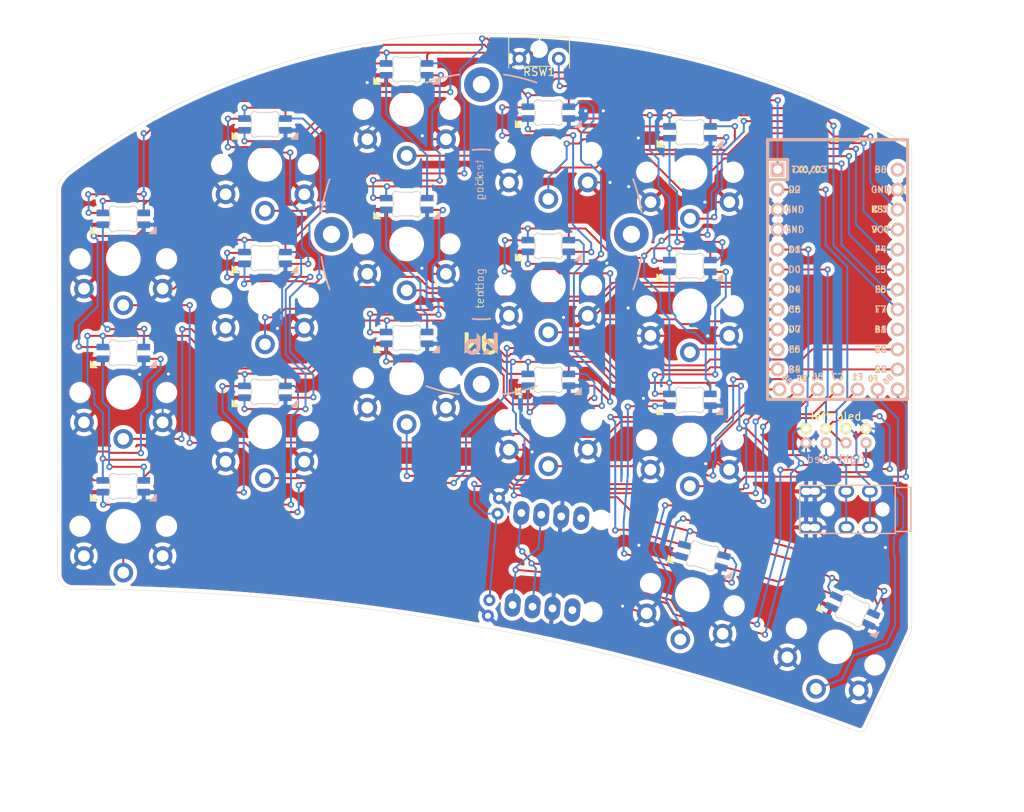
<source format=kicad_pcb>
(kicad_pcb (version 20211014) (generator pcbnew)
  (layers (0 "F.Cu" signal) (31 "B.Cu" signal) (34 "B.Paste" user) (35 "F.Paste" user) (36 "B.SilkS" user "B.Silkscreen") (37 "F.SilkS" user "F.Silkscreen") (38 "B.Mask" user) (39 "F.Mask" user) (44 "Edge.Cuts" user))
  (net 0 "")
  (net 1 "gnd")
  (net 2 "vcc")
  (net 3 "Switch18")
  (net 4 "reset")
  (net 5 "Switch1")
  (net 6 "Switch2")
  (net 7 "Switch3")
  (net 8 "Switch4")
  (net 9 "Switch5")
  (net 10 "Switch6")
  (net 11 "Switch7")
  (net 12 "Switch8")
  (net 13 "Switch9")
  (net 14 "Switch10")
  (net 15 "Switch11")
  (net 16 "Switch12")
  (net 17 "Switch13")
  (net 18 "Switch14")
  (net 19 "Switch15")
  (net 20 "Switch16")
  (net 21 "Switch17")
  (net 22 "raw")
  (net 24 "Net-(D1-Pad2)")
  (net 25 "led")
  (net 26 "Net-(D2-Pad2)")
  (net 27 "data")
  (net 28 "Net-(D16-Pad2)")
  (net 29 "Net-(D3-Pad2)")
  (net 30 "Net-(D17-Pad2)")
  (net 31 "Net-(D4-Pad2)")
  (net 32 "Net-(D5-Pad2)")
  (net 33 "Net-(D6-Pad2)")
  (net 34 "Net-(D10-Pad4)")
  (net 35 "Net-(D11-Pad4)")
  (net 36 "Net-(D12-Pad4)")
  (net 37 "Net-(D10-Pad2)")
  (net 38 "Net-(D11-Pad2)")
  (net 39 "Net-(D12-Pad2)")
  (net 40 "Net-(D13-Pad2)")
  (net 41 "Net-(D14-Pad2)")
  (net 42 "sda")
  (net 43 "scl")
  (net 44 "Net-(D19-Pad2)")
  (net 45 "Net-(D20-Pad2)")
  (net 46 "Net-(D20-Pad4)")
  (net 47 "Net-(D21-Pad2)")
  (net 48 "Net-(D21-Pad4)")
  (net 49 "Net-(D22-Pad2)")
  (net 50 "Net-(D23-Pad2)")
  (net 51 "Net-(D24-Pad2)")
  (net 52 "Net-(D25-Pad2)")
  (net 53 "Net-(D26-Pad2)")
  (net 54 "Net-(D27-Pad2)")
  (net 55 "Net-(D28-Pad2)")
  (net 56 "Net-(D29-Pad2)")
  (net 57 "Net-(D30-Pad2)")
  (net 58 "Net-(D31-Pad2)")
  (net 59 "Net-(D32-Pad2)")
  (footprint "Keebio-Parts:TRRS-PJ-320A" (layer "F.Cu") (at 120.387658 72.949388 -90)
    (fp_text reference "J2")
    (fp_text value "AudioJack4dpb")
  )
  (footprint "Keebio-Parts:SW_Tactile_SPST_Angled_MJTP1117-no-mount" (layer "F.Cu") (at 72.644655 15.64189)
    (fp_text reference "RSW1")
    (fp_text value "SW_Push")
  )
  (footprint "Keebio-Parts:Kailh-PG1350-1u-reversible" (layer "F.Cu") (at 22.319655 41.079388)
    (fp_text reference "SW2")
    (fp_text value "SW_Push" hide)
  )
  (footprint "Keebio-Parts:Kailh-PG1350-1u-reversible" (layer "F.Cu") (at 40.319658 29.079387)
    (fp_text reference "SW3")
    (fp_text value "SW_Push" hide)
  )
  (footprint "Keebio-Parts:Kailh-PG1350-1u-reversible" (layer "F.Cu") (at 58.319655 22.079388)
    (fp_text reference "SW4")
    (fp_text value "SW_Push" hide)
  )
  (footprint "Keebio-Parts:Kailh-PG1350-1u-reversible" (layer "F.Cu") (at 76.319655 27.579387)
    (fp_text reference "SW5")
    (fp_text value "SW_Push" hide)
  )
  (footprint "Keebio-Parts:Kailh-PG1350-1u-reversible" (layer "F.Cu") (at 94.319655 30.079388)
    (fp_text reference "SW6")
    (fp_text value "SW_Push" hide)
  )
  (footprint "Keebio-Parts:Kailh-PG1350-1u-reversible" (layer "F.Cu") (at 22.319656 58.079388)
    (fp_text reference "SW8")
    (fp_text value "SW_Push" hide)
  )
  (footprint "Keebio-Parts:Kailh-PG1350-1u-reversible" (layer "F.Cu") (at 40.319656 46.053388)
    (fp_text reference "SW9")
    (fp_text value "SW_Push" hide)
  )
  (footprint "Keebio-Parts:Kailh-PG1350-1u-reversible" (layer "F.Cu") (at 58.319658 39.195387)
    (fp_text reference "SW10")
    (fp_text value "SW_Push" hide)
  )
  (footprint "Keebio-Parts:Kailh-PG1350-1u-reversible" (layer "F.Cu") (at 76.319658 44.52939)
    (fp_text reference "SW11")
    (fp_text value "SW_Push" hide)
  )
  (footprint "Keebio-Parts:Kailh-PG1350-1u-reversible" (layer "F.Cu") (at 94.299655 47.069388)
    (fp_text reference "SW12")
    (fp_text value "SW_Push" hide)
  )
  (footprint "Keebio-Parts:Kailh-PG1350-1u-reversible" (layer "F.Cu") (at 22.319656 75.079388)
    (fp_text reference "SW14")
    (fp_text value "SW_Push" hide)
  )
  (footprint "Keebio-Parts:Kailh-PG1350-1u-reversible" (layer "F.Cu") (at 40.319655 63.071386)
    (fp_text reference "SW15")
    (fp_text value "SW_Push" hide)
  )
  (footprint "Keebio-Parts:Kailh-PG1350-1u-reversible" (layer "F.Cu") (at 58.319654 56.213387)
    (fp_text reference "SW16")
    (fp_text value "SW_Push" hide)
  )
  (footprint "Keebio-Parts:Kailh-PG1350-1u-reversible" (layer "F.Cu") (at 76.319656 61.547389)
    (fp_text reference "SW17")
    (fp_text value "SW_Push" hide)
  )
  (footprint "Keebio-Parts:Kailh-PG1350-1u-reversible" (layer "F.Cu") (at 94.299658 64.087388)
    (fp_text reference "SW18")
    (fp_text value "SW_Push" hide)
  )
  (footprint "Keebio-Parts:Kailh-PG1350-1u-reversible" (layer "F.Cu") (at 112.82267 90.401549 -25)
    (fp_text reference "SW21")
    (fp_text value "SW_Push" hide)
  )
  (footprint "kbd:Tenting_Puck2" (layer "F.Cu") (at 67.819656 37.979388)
    (fp_text reference "REF**")
    (fp_text value "Tenting Puck")
  )
  (footprint "sweep36:MX_SK6812MINI-E_REV" (layer "F.Cu") (at 94.619654 83.779386 165)
    (fp_text reference "D12" hide)
    (fp_text value "SK6812MINI-E")
    (fp_line (start 1.699999 4.377158) (end 1.699999 5.782842) (layer "Edge.Cuts") (width 0.1))
    (fp_line (start 0.794452 6.579999) (end -0.794453 6.579999) (layer "Edge.Cuts") (width 0.1))
    (fp_line (start -0.794452 3.58) (end 0.794452 3.58) (layer "Edge.Cuts") (width 0.1))
    (fp_line (start -1.699999 5.782842) (end -1.699999 4.377158) (layer "Edge.Cuts") (width 0.1))
    (fp_arc (start -1.046711 6.648298) (mid -0.925124 6.597376) (end -0.794453 6.579999) (layer "Edge.Cuts") (width 0.1))
    (fp_arc (start -1.699999 5.782843) (mid -1.712527 5.894069) (end -1.749484 5.99972) (layer "Edge.Cuts") (width 0.1))
    (fp_arc (start -1.749484 4.160281) (mid -1.638072 3.575965) (end -1.046711 3.511701) (layer "Edge.Cuts") (width 0.1))
    (fp_arc (start 1.046711 3.511703) (mid 1.63807 3.575966) (end 1.749484 4.16028) (layer "Edge.Cuts") (width 0.1))
    (fp_arc (start 0.794453 6.58) (mid 0.925123 6.597377) (end 1.046711 6.648299) (layer "Edge.Cuts") (width 0.1))
    (fp_arc (start 1.749484 5.99972) (mid 1.638071 6.584035) (end 1.046711 6.648299) (layer "Edge.Cuts") (width 0.1))
    (fp_arc (start 1.699999 4.377157) (mid 1.712527 4.265932) (end 1.749484 4.16028) (layer "Edge.Cuts") (width 0.1))
    (fp_arc (start -1.749484 4.16028) (mid -1.712527 4.265932) (end -1.699999 4.377158) (layer "Edge.Cuts") (width 0.1))
    (fp_arc (start -1.046711 6.648298) (mid -1.63807 6.584034) (end -1.749484 5.99972) (layer "Edge.Cuts") (width 0.1))
    (fp_arc (start 1.749484 5.99972) (mid 1.712527 5.894068) (end 1.699999 5.782842) (layer "Edge.Cuts") (width 0.1))
    (fp_arc (start 1.04671 3.511701) (mid 0.925123 3.562623) (end 0.794452 3.58) (layer "Edge.Cuts") (width 0.1))
    (fp_arc (start -0.794452 3.58) (mid -0.925122 3.562623) (end -1.046711 3.511701) (layer "Edge.Cuts") (width 0.1))
  )
  (footprint "sweep36:MX_SK6812MINI-E_REV" (layer "F.Cu") (at 40.319658 29.079387 180)
    (fp_text reference "D16" hide)
    (fp_text value "SK6812MINI-E")
    (fp_line (start 1.699999 4.377158) (end 1.699999 5.782842) (layer "Edge.Cuts") (width 0.1))
    (fp_line (start -1.699999 5.782842) (end -1.699999 4.377158) (layer "Edge.Cuts") (width 0.1))
    (fp_line (start 0.794452 6.579999) (end -0.794453 6.579999) (layer "Edge.Cuts") (width 0.1))
    (fp_line (start -0.794452 3.58) (end 0.794452 3.58) (layer "Edge.Cuts") (width 0.1))
    (fp_arc (start 1.04671 3.511701) (mid 0.925122 3.562623) (end 0.794452 3.58) (layer "Edge.Cuts") (width 0.1))
    (fp_arc (start -1.699999 5.782843) (mid -1.712527 5.894068) (end -1.749484 5.99972) (layer "Edge.Cuts") (width 0.1))
    (fp_arc (start -1.749484 4.160281) (mid -1.638072 3.575965) (end -1.046711 3.511701) (layer "Edge.Cuts") (width 0.1))
    (fp_arc (start -1.046711 6.648298) (mid -0.925123 6.597376) (end -0.794453 6.579999) (layer "Edge.Cuts") (width 0.1))
    (fp_arc (start -1.749484 4.16028) (mid -1.712527 4.265932) (end -1.699999 4.377158) (layer "Edge.Cuts") (width 0.1))
    (fp_arc (start 1.699999 4.377157) (mid 1.712527 4.265932) (end 1.749484 4.16028) (layer "Edge.Cuts") (width 0.1))
    (fp_arc (start 1.749484 5.99972) (mid 1.712527 5.894068) (end 1.699999 5.782842) (layer "Edge.Cuts") (width 0.1))
    (fp_arc (start 1.749484 5.99972) (mid 1.638071 6.584035) (end 1.046711 6.648299) (layer "Edge.Cuts") (width 0.1))
    (fp_arc (start -1.046711 6.648298) (mid -1.638071 6.584034) (end -1.749484 5.99972) (layer "Edge.Cuts") (width 0.1))
    (fp_arc (start -0.794452 3.58) (mid -0.925123 3.562623) (end -1.046711 3.511701) (layer "Edge.Cuts") (width 0.1))
    (fp_arc (start 0.794453 6.58) (mid 0.925123 6.597377) (end 1.046711 6.648299) (layer "Edge.Cuts") (width 0.1))
    (fp_arc (start 1.046711 3.511703) (mid 1.63807 3.575966) (end 1.749484 4.16028) (layer "Edge.Cuts") (width 0.1))
  )
  (footprint "sweep36:MX_SK6812MINI-E_REV" (layer "F.Cu") (at 58.319654 56.213387 180)
    (fp_text reference "D8" hide)
    (fp_text value "SK6812MINI-E")
    (fp_line (start 1.699999 4.377158) (end 1.699999 5.782842) (layer "Edge.Cuts") (width 0.1))
    (fp_line (start -1.699999 5.782842) (end -1.699999 4.377158) (layer "Edge.Cuts") (width 0.1))
    (fp_line (start 0.794452 6.579999) (end -0.794453 6.579999) (layer "Edge.Cuts") (width 0.1))
    (fp_line (start -0.794452 3.58) (end 0.794452 3.58) (layer "Edge.Cuts") (width 0.1))
    (fp_arc (start -1.749484 4.160281) (mid -1.638072 3.575965) (end -1.046711 3.511701) (layer "Edge.Cuts") (width 0.1))
    (fp_arc (start -1.046711 6.648298) (mid -1.638071 6.584034) (end -1.749484 5.99972) (layer "Edge.Cuts") (width 0.1))
    (fp_arc (start 1.04671 3.511701) (mid 0.925122 3.562623) (end 0.794452 3.58) (layer "Edge.Cuts") (width 0.1))
    (fp_arc (start 1.046711 3.511703) (mid 1.63807 3.575966) (end 1.749484 4.16028) (layer "Edge.Cuts") (width 0.1))
    (fp_arc (start 1.699999 4.377157) (mid 1.712527 4.265932) (end 1.749484 4.16028) (layer "Edge.Cuts") (width 0.1))
    (fp_arc (start 1.749484 5.99972) (mid 1.638071 6.584035) (end 1.046711 6.648299) (layer "Edge.Cuts") (width 0.1))
    (fp_arc (start -1.749484 4.16028) (mid -1.712527 4.265932) (end -1.699999 4.377158) (layer "Edge.Cuts") (width 0.1))
    (fp_arc (start 0.794453 6.58) (mid 0.925123 6.597377) (end 1.046711 6.648299) (layer "Edge.Cuts") (width 0.1))
    (fp_arc (start -1.046711 6.648298) (mid -0.925123 6.597376) (end -0.794453 6.579999) (layer "Edge.Cuts") (width 0.1))
    (fp_arc (start -1.699999 5.782843) (mid -1.712527 5.894068) (end -1.749484 5.99972) (layer "Edge.Cuts") (width 0.1))
    (fp_arc (start -0.794452 3.58) (mid -0.925123 3.562623) (end -1.046711 3.511701) (layer "Edge.Cuts") (width 0.1))
    (fp_arc (start 1.749484 5.99972) (mid 1.712527 5.894068) (end 1.699999 5.782842) (layer "Edge.Cuts") (width 0.1))
  )
  (footprint "sweep36:EVQWGD001-no-cutout" (layer "F.Cu") (at 76.226951 79.601549 175)
    (fp_text reference "SW7" hide)
    (fp_text value "EVQWGD001")
  )
  (footprint "sweep36:MX_SK6812MINI-E_REV" (layer "F.Cu") (at 58.319655 22.079388 180)
    (fp_text reference "D2" hide)
    (fp_text value "SK6812MINI-E")
    (fp_line (start 1.699999 4.377158) (end 1.699999 5.782842) (layer "Edge.Cuts") (width 0.1))
    (fp_line (start -1.699999 5.782842) (end -1.699999 4.377158) (layer "Edge.Cuts") (width 0.1))
    (fp_line (start -0.794452 3.58) (end 0.794452 3.58) (layer "Edge.Cuts") (width 0.1))
    (fp_line (start 0.794452 6.579999) (end -0.794453 6.579999) (layer "Edge.Cuts") (width 0.1))
    (fp_arc (start 1.046711 3.511703) (mid 1.63807 3.575966) (end 1.749484 4.16028) (layer "Edge.Cuts") (width 0.1))
    (fp_arc (start -1.046711 6.648298) (mid -1.638071 6.584034) (end -1.749484 5.99972) (layer "Edge.Cuts") (width 0.1))
    (fp_arc (start -1.749484 4.160281) (mid -1.638072 3.575965) (end -1.046711 3.511701) (layer "Edge.Cuts") (width 0.1))
    (fp_arc (start 0.794453 6.58) (mid 0.925123 6.597377) (end 1.046711 6.648299) (layer "Edge.Cuts") (width 0.1))
    (fp_arc (start -0.794452 3.58) (mid -0.925123 3.562623) (end -1.046711 3.511701) (layer "Edge.Cuts") (width 0.1))
    (fp_arc (start -1.046711 6.648298) (mid -0.925123 6.597376) (end -0.794453 6.579999) (layer "Edge.Cuts") (width 0.1))
    (fp_arc (start 1.749484 5.99972) (mid 1.638071 6.584035) (end 1.046711 6.648299) (layer "Edge.Cuts") (width 0.1))
    (fp_arc (start -1.699999 5.782843) (mid -1.712527 5.894068) (end -1.749484 5.99972) (layer "Edge.Cuts") (width 0.1))
    (fp_arc (start 1.699999 4.377157) (mid 1.712527 4.265932) (end 1.749484 4.16028) (layer "Edge.Cuts") (width 0.1))
    (fp_arc (start 1.04671 3.511701) (mid 0.925122 3.562623) (end 0.794452 3.58) (layer "Edge.Cuts") (width 0.1))
    (fp_arc (start -1.749484 4.16028) (mid -1.712527 4.265932) (end -1.699999 4.377158) (layer "Edge.Cuts") (width 0.1))
    (fp_arc (start 1.749484 5.99972) (mid 1.712527 5.894068) (end 1.699999 5.782842) (layer "Edge.Cuts") (width 0.1))
  )
  (footprint "sweep36:MX_SK6812MINI-E_REV" (layer "F.Cu") (at 112.82267 90.401549 155)
    (fp_text reference "D15" hide)
    (fp_text value "SK6812MINI-E")
    (fp_line (start 0.794452 6.579999) (end -0.794453 6.579999) (layer "Edge.Cuts") (width 0.1))
    (fp_line (start -1.699999 5.782842) (end -1.699999 4.377158) (layer "Edge.Cuts") (width 0.1))
    (fp_line (start -0.794452 3.58) (end 0.794452 3.58) (layer "Edge.Cuts") (width 0.1))
    (fp_line (start 1.699999 4.377158) (end 1.699999 5.782842) (layer "Edge.Cuts") (width 0.1))
    (fp_arc (start 1.04671 3.511701) (mid 0.925123 3.562623) (end 0.794452 3.58) (layer "Edge.Cuts") (width 0.1))
    (fp_arc (start 1.699999 4.377157) (mid 1.712527 4.265931) (end 1.749484 4.16028) (layer "Edge.Cuts") (width 0.1))
    (fp_arc (start 1.046711 3.511703) (mid 1.63807 3.575966) (end 1.749484 4.16028) (layer "Edge.Cuts") (width 0.1))
    (fp_arc (start 1.749484 5.99972) (mid 1.638071 6.584035) (end 1.046711 6.648299) (layer "Edge.Cuts") (width 0.1))
    (fp_arc (start -1.699999 5.782843) (mid -1.712527 5.894069) (end -1.749484 5.99972) (layer "Edge.Cuts") (width 0.1))
    (fp_arc (start -0.794452 3.58) (mid -0.925123 3.562623) (end -1.046711 3.511701) (layer "Edge.Cuts") (width 0.1))
    (fp_arc (start 0.794453 6.58) (mid 0.925123 6.597377) (end 1.046711 6.648299) (layer "Edge.Cuts") (width 0.1))
    (fp_arc (start -1.046711 6.648298) (mid -0.925124 6.597376) (end -0.794453 6.579999) (layer "Edge.Cuts") (width 0.1))
    (fp_arc (start -1.046711 6.648298) (mid -1.638071 6.584034) (end -1.749484 5.99972) (layer "Edge.Cuts") (width 0.1))
    (fp_arc (start 1.749484 5.99972) (mid 1.712527 5.894068) (end 1.699999 5.782842) (layer "Edge.Cuts") (width 0.1))
    (fp_arc (start -1.749484 4.160281) (mid -1.638072 3.575965) (end -1.046711 3.511701) (layer "Edge.Cuts") (width 0.1))
    (fp_arc (start -1.749484 4.16028) (mid -1.712527 4.265932) (end -1.699999 4.377158) (layer "Edge.Cuts") (width 0.1))
  )
  (footprint "sweep36:MX_SK6812MINI-E_REV" (layer "F.Cu") (at 76.319656 61.547389 180)
    (fp_text reference "D11" hide)
    (fp_text value "SK6812MINI-E")
    (fp_line (start 1.699999 4.377158) (end 1.699999 5.782842) (layer "Edge.Cuts") (width 0.1))
    (fp_line (start 0.794452 6.579999) (end -0.794453 6.579999) (layer "Edge.Cuts") (width 0.1))
    (fp_line (start -1.699999 5.782842) (end -1.699999 4.377158) (layer "Edge.Cuts") (width 0.1))
    (fp_line (start -0.794452 3.58) (end 0.794452 3.58) (layer "Edge.Cuts") (width 0.1))
    (fp_arc (start 1.04671 3.511701) (mid 0.925122 3.562623) (end 0.794452 3.58) (layer "Edge.Cuts") (width 0.1))
    (fp_arc (start 1.749484 5.99972) (mid 1.712527 5.894068) (end 1.699999 5.782842) (layer "Edge.Cuts") (width 0.1))
    (fp_arc (start -0.794452 3.58) (mid -0.925123 3.562623) (end -1.046711 3.511701) (layer "Edge.Cuts") (width 0.1))
    (fp_arc (start -1.749484 4.16028) (mid -1.712527 4.265932) (end -1.699999 4.377158) (layer "Edge.Cuts") (width 0.1))
    (fp_arc (start -1.699999 5.782843) (mid -1.712527 5.894068) (end -1.749484 5.99972) (layer "Edge.Cuts") (width 0.1))
    (fp_arc (start -1.749484 4.160281) (mid -1.638072 3.575965) (end -1.046711 3.511701) (layer "Edge.Cuts") (width 0.1))
    (fp_arc (start 1.699999 4.377157) (mid 1.712527 4.265932) (end 1.749484 4.16028) (layer "Edge.Cuts") (width 0.1))
    (fp_arc (start 1.046711 3.511703) (mid 1.63807 3.575966) (end 1.749484 4.16028) (layer "Edge.Cuts") (width 0.1))
    (fp_arc (start -1.046711 6.648298) (mid -0.925123 6.597376) (end -0.794453 6.579999) (layer "Edge.Cuts") (width 0.1))
    (fp_arc (start 1.749484 5.99972) (mid 1.638071 6.584035) (end 1.046711 6.648299) (layer "Edge.Cuts") (width 0.1))
    (fp_arc (start -1.046711 6.648298) (mid -1.638071 6.584034) (end -1.749484 5.99972) (layer "Edge.Cuts") (width 0.1))
    (fp_arc (start 0.794453 6.58) (mid 0.925123 6.597377) (end 1.046711 6.648299) (layer "Edge.Cuts") (width 0.1))
  )
  (footprint "Keebio-Parts:Elite-C" (layer "F.Cu") (at 113.069655 43.716138 -90)
    (fp_text reference "U2" hide)
    (fp_text value "Elite-C" hide)
  )
  (footprint "sweep36:MX_SK6812MINI-E_REV" (layer "F.Cu") (at 76.319658 44.52939 180)
    (fp_text reference "D14" hide)
    (fp_text value "SK6812MINI-E")
    (fp_line (start -0.794452 3.58) (end 0.794452 3.58) (layer "Edge.Cuts") (width 0.1))
    (fp_line (start 1.699999 4.377158) (end 1.699999 5.782842) (layer "Edge.Cuts") (width 0.1))
    (fp_line (start -1.699999 5.782842) (end -1.699999 4.377158) (layer "Edge.Cuts") (width 0.1))
    (fp_line (start 0.794452 6.579999) (end -0.794453 6.579999) (layer "Edge.Cuts") (width 0.1))
    (fp_arc (start -1.046711 6.648298) (mid -0.925123 6.597376) (end -0.794453 6.579999) (layer "Edge.Cuts") (width 0.1))
    (fp_arc (start 1.699999 4.377157) (mid 1.712527 4.265932) (end 1.749484 4.16028) (layer "Edge.Cuts") (width 0.1))
    (fp_arc (start 1.046711 3.511703) (mid 1.63807 3.575966) (end 1.749484 4.16028) (layer "Edge.Cuts") (width 0.1))
    (fp_arc (start 0.794453 6.58) (mid 0.925123 6.597377) (end 1.046711 6.648299) (layer "Edge.Cuts") (width 0.1))
    (fp_arc (start 1.749484 5.99972) (mid 1.712527 5.894068) (end 1.699999 5.782842) (layer "Edge.Cuts") (width 0.1))
    (fp_arc (start -1.749484 4.160281) (mid -1.638072 3.575965) (end -1.046711 3.511701) (layer "Edge.Cuts") (width 0.1))
    (fp_arc (start -0.794452 3.58) (mid -0.925123 3.562623) (end -1.046711 3.511701) (layer "Edge.Cuts") (width 0.1))
    (fp_arc (start 1.749484 5.99972) (mid 1.638071 6.584035) (end 1.046711 6.648299) (layer "Edge.Cuts") (width 0.1))
    (fp_arc (start 1.04671 3.511701) (mid 0.925122 3.562623) (end 0.794452 3.58) (layer "Edge.Cuts") (width 0.1))
    (fp_arc (start -1.699999 5.782843) (mid -1.712527 5.894068) (end -1.749484 5.99972) (layer "Edge.Cuts") (width 0.1))
    (fp_arc (start -1.046711 6.648298) (mid -1.638071 6.584034) (end -1.749484 5.99972) (layer "Edge.Cuts") (width 0.1))
    (fp_arc (start -1.749484 4.16028) (mid -1.712527 4.265932) (end -1.699999 4.377158) (layer "Edge.Cuts") (width 0.1))
  )
  (footprint "sweep36:MX_SK6812MINI-E_REV" (layer "F.Cu") (at 40.319655 63.071386 180)
    (fp_text reference "D10" hide)
    (fp_text value "SK6812MINI-E")
    (fp_line (start 0.794452 6.579999) (end -0.794453 6.579999) (layer "Edge.Cuts") (width 0.1))
    (fp_line (start -0.794452 3.58) (end 0.794452 3.58) (layer "Edge.Cuts") (width 0.1))
    (fp_line (start 1.699999 4.377158) (end 1.699999 5.782842) (layer "Edge.Cuts") (width 0.1))
    (fp_line (start -1.699999 5.782842) (end -1.699999 4.377158) (layer "Edge.Cuts") (width 0.1))
    (fp_arc (start -1.699999 5.782843) (mid -1.712527 5.894068) (end -1.749484 5.99972) (layer "Edge.Cuts") (width 0.1))
    (fp_arc (start -1.749484 4.160281) (mid -1.638072 3.575965) (end -1.046711 3.511701) (layer "Edge.Cuts") (width 0.1))
    (fp_arc (start -0.794452 3.58) (mid -0.925123 3.562623) (end -1.046711 3.511701) (layer "Edge.Cuts") (width 0.1))
    (fp_arc (start -1.046711 6.648298) (mid -0.925123 6.597376) (end -0.794453 6.579999) (layer "Edge.Cuts") (width 0.1))
    (fp_arc (start 1.04671 3.511701) (mid 0.925122 3.562623) (end 0.794452 3.58) (layer "Edge.Cuts") (width 0.1))
    (fp_arc (start 1.046711 3.511703) (mid 1.63807 3.575966) (end 1.749484 4.16028) (layer "Edge.Cuts") (width 0.1))
    (fp_arc (start -1.749484 4.16028) (mid -1.712527 4.265932) (end -1.699999 4.377158) (layer "Edge.Cuts") (width 0.1))
    (fp_arc (start 1.749484 5.99972) (mid 1.638071 6.584035) (end 1.046711 6.648299) (layer "Edge.Cuts") (width 0.1))
    (fp_arc (start 1.699999 4.377157) (mid 1.712527 4.265932) (end 1.749484 4.16028) (layer "Edge.Cuts") (width 0.1))
    (fp_arc (start 0.794453 6.58) (mid 0.925123 6.597377) (end 1.046711 6.648299) (layer "Edge.Cuts") (width 0.1))
    (fp_arc (start 1.749484 5.99972) (mid 1.712527 5.894068) (end 1.699999 5.782842) (layer "Edge.Cuts") (width 0.1))
    (fp_arc (start -1.046711 6.648298) (mid -1.638071 6.584034) (end -1.749484 5.99972) (layer "Edge.Cuts") (width 0.1))
  )
  (footprint "sweep36:MX_SK6812MINI-E_REV" (layer "F.Cu") (at 22.319655 41.079388 180)
    (fp_text reference "D1" hide)
    (fp_text value "SK6812MINI-E")
    (fp_line (start 1.699999 4.377158) (end 1.699999 5.782842) (layer "Edge.Cuts") (width 0.1))
    (fp_line (start -1.699999 5.782842) (end -1.699999 4.377158) (layer "Edge.Cuts") (width 0.1))
    (fp_line (start -0.794452 3.58) (end 0.794452 3.58) (layer "Edge.Cuts") (width 0.1))
    (fp_line (start 0.794452 6.579999) (end -0.794453 6.579999) (layer "Edge.Cuts") (width 0.1))
    (fp_arc (start 1.749484 5.99972) (mid 1.638071 6.584035) (end 1.046711 6.648299) (layer "Edge.Cuts") (width 0.1))
    (fp_arc (start -1.046711 6.648298) (mid -0.925123 6.597376) (end -0.794453 6.579999) (layer "Edge.Cuts") (width 0.1))
    (fp_arc (start 1.04671 3.511701) (mid 0.925122 3.562623) (end 0.794452 3.58) (layer "Edge.Cuts") (width 0.1))
    (fp_arc (start -0.794452 3.58) (mid -0.925123 3.562623) (end -1.046711 3.511701) (layer "Edge.Cuts") (width 0.1))
    (fp_arc (start -1.749484 4.16028) (mid -1.712527 4.265932) (end -1.699999 4.377158) (layer "Edge.Cuts") (width 0.1))
    (fp_arc (start -1.046711 6.648298) (mid -1.638071 6.584034) (end -1.749484 5.99972) (layer "Edge.Cuts") (width 0.1))
    (fp_arc (start 1.046711 3.511703) (mid 1.63807 3.575966) (end 1.749484 4.16028) (layer "Edge.Cuts") (width 0.1))
    (fp_arc (start -1.749484 4.160281) (mid -1.638072 3.575965) (end -1.046711 3.511701) (layer "Edge.Cuts") (width 0.1))
    (fp_arc (start -1.699999 5.782843) (mid -1.712527 5.894068) (end -1.749484 5.99972) (layer "Edge.Cuts") (width 0.1))
    (fp_arc (start 0.794453 6.58) (mid 0.925123 6.597377) (end 1.046711 6.648299) (layer "Edge.Cuts") (width 0.1))
    (fp_arc (start 1.749484 5.99972) (mid 1.712527 5.894068) (end 1.699999 5.782842) (layer "Edge.Cuts") (width 0.1))
    (fp_arc (start 1.699999 4.377157) (mid 1.712527 4.265932) (end 1.749484 4.16028) (layer "Edge.Cuts") (width 0.1))
  )
  (footprint "sweep36:MX_SK6812MINI-E_REV" (layer "F.Cu") (at 94.299658 64.087388 180)
    (fp_text reference "D9" hide)
    (fp_text value "SK6812MINI-E")
    (fp_line (start 0.794452 6.579999) (end -0.794453 6.579999) (layer "Edge.Cuts") (width 0.1))
    (fp_line (start 1.699999 4.377158) (end 1.699999 5.782842) (layer "Edge.Cuts") (width 0.1))
    (fp_line (start -0.794452 3.58) (end 0.794452 3.58) (layer "Edge.Cuts") (width 0.1))
    (fp_line (start -1.699999 5.782842) (end -1.699999 4.377158) (layer "Edge.Cuts") (width 0.1))
    (fp_arc (start 1.749484 5.99972) (mid 1.638071 6.584035) (end 1.046711 6.648299) (layer "Edge.Cuts") (width 0.1))
    (fp_arc (start -1.749484 4.16028) (mid -1.712527 4.265932) (end -1.699999 4.377158) (layer "Edge.Cuts") (width 0.1))
    (fp_arc (start 1.699999 4.377157) (mid 1.712527 4.265932) (end 1.749484 4.16028) (layer "Edge.Cuts") (width 0.1))
    (fp_arc (start -0.794452 3.58) (mid -0.925123 3.562623) (end -1.046711 3.511701) (layer "Edge.Cuts") (width 0.1))
    (fp_arc (start -1.046711 6.648298) (mid -1.638071 6.584034) (end -1.749484 5.99972) (layer "Edge.Cuts") (width 0.1))
    (fp_arc (start 1.046711 3.511703) (mid 1.63807 3.575966) (end 1.749484 4.16028) (layer "Edge.Cuts") (width 0.1))
    (fp_arc (start 1.04671 3.511701) (mid 0.925122 3.562623) (end 0.794452 3.58) (layer "Edge.Cuts") (width 0.1))
    (fp_arc (start -1.046711 6.648298) (mid -0.925123 6.597376) (end -0.794453 6.579999) (layer "Edge.Cuts") (width 0.1))
    (fp_arc (start 0.794453 6.58) (mid 0.925123 6.597377) (end 1.046711 6.648299) (layer "Edge.Cuts") (width 0.1))
    (fp_arc (start 1.749484 5.99972) (mid 1.712527 5.894068) (end 1.699999 5.782842) (layer "Edge.Cuts") (width 0.1))
    (fp_arc (start -1.699999 5.782843) (mid -1.712527 5.894068) (end -1.749484 5.99972) (layer "Edge.Cuts") (width 0.1))
    (fp_arc (start -1.749484 4.160281) (mid -1.638072 3.575965) (end -1.046711 3.511701) (layer "Edge.Cuts") (width 0.1))
  )
  (footprint "sweep36:MX_SK6812MINI-E_REV" (layer "F.Cu") (at 76.319655 27.579387 180)
    (fp_text reference "D17" hide)
    (fp_text value "SK6812MINI-E")
    (fp_line (start 1.699999 4.377158) (end 1.699999 5.782842) (layer "Edge.Cuts") (width 0.1))
    (fp_line (start -1.699999 5.782842) (end -1.699999 4.377158) (layer "Edge.Cuts") (width 0.1))
    (fp_line (start -0.794452 3.58) (end 0.794452 3.58) (layer "Edge.Cuts") (width 0.1))
    (fp_line (start 0.794452 6.579999) (end -0.794453 6.579999) (layer "Edge.Cuts") (width 0.1))
    (fp_arc (start 1.749484 5.99972) (mid 1.638071 6.584035) (end 1.046711 6.648299) (layer "Edge.Cuts") (width 0.1))
    (fp_arc (start 1.749484 5.99972) (mid 1.712527 5.894068) (end 1.699999 5.782842) (layer "Edge.Cuts") (width 0.1))
    (fp_arc (start 0.794453 6.58) (mid 0.925123 6.597377) (end 1.046711 6.648299) (layer "Edge.Cuts") (width 0.1))
    (fp_arc (start 1.046711 3.511703) (mid 1.63807 3.575966) (end 1.749484 4.16028) (layer "Edge.Cuts") (width 0.1))
    (fp_arc (start -1.699999 5.782843) (mid -1.712527 5.894068) (end -1.749484 5.99972) (layer "Edge.Cuts") (width 0.1))
    (fp_arc (start -1.749484 4.160281) (mid -1.638072 3.575965) (end -1.046711 3.511701) (layer "Edge.Cuts") (width 0.1))
    (fp_arc (start -0.794452 3.58) (mid -0.925123 3.562623) (end -1.046711 3.511701) (layer "Edge.Cuts") (width 0.1))
    (fp_arc (start 1.04671 3.511701) (mid 0.925122 3.562623) (end 0.794452 3.58) (layer "Edge.Cuts") (width 0.1))
    (fp_arc (start -1.749484 4.16028) (mid -1.712527 4.265932) (end -1.699999 4.377158) (layer "Edge.Cuts") (width 0.1))
    (fp_arc (start -1.046711 6.648298) (mid -0.925123 6.597376) (end -0.794453 6.579999) (layer "Edge.Cuts") (width 0.1))
    (fp_arc (start -1.046711 6.648298) (mid -1.638071 6.584034) (end -1.749484 5.99972) (layer "Edge.Cuts") (width 0.1))
    (fp_arc (start 1.699999 4.377157) (mid 1.712527 4.265932) (end 1.749484 4.16028) (layer "Edge.Cuts") (width 0.1))
  )
  (footprint "sweep36:MX_SK6812MINI-E_REV" (layer "F.Cu") (at 22.319653 58.129388 180)
    (fp_text reference "D4" hide)
    (fp_text value "SK6812MINI-E")
    (fp_line (start 1.699999 4.377158) (end 1.699999 5.782842) (layer "Edge.Cuts") (width 0.1))
    (fp_line (start -0.794452 3.58) (end 0.794452 3.58) (layer "Edge.Cuts") (width 0.1))
    (fp_line (start 0.794452 6.579999) (end -0.794453 6.579999) (layer "Edge.Cuts") (width 0.1))
    (fp_line (start -1.699999 5.782842) (end -1.699999 4.377158) (layer "Edge.Cuts") (width 0.1))
    (fp_arc (start -0.794452 3.58) (mid -0.925123 3.562623) (end -1.046711 3.511701) (layer "Edge.Cuts") (width 0.1))
    (fp_arc (start 0.794453 6.58) (mid 0.925123 6.597377) (end 1.046711 6.648299) (layer "Edge.Cuts") (width 0.1))
    (fp_arc (start -1.749484 4.160281) (mid -1.638072 3.575965) (end -1.046711 3.511701) (layer "Edge.Cuts") (width 0.1))
    (fp_arc (start -1.699999 5.782843) (mid -1.712527 5.894068) (end -1.749484 5.99972) (layer "Edge.Cuts") (width 0.1))
    (fp_arc (start 1.749484 5.99972) (mid 1.638071 6.584035) (end 1.046711 6.648299) (layer "Edge.Cuts") (width 0.1))
    (fp_arc (start -1.046711 6.648298) (mid -1.638071 6.584034) (end -1.749484 5.99972) (layer "Edge.Cuts") (width 0.1))
    (fp_arc (start 1.04671 3.511701) (mid 0.925122 3.562623) (end 0.794452 3.58) (layer "Edge.Cuts") (width 0.1))
    (fp_arc (start 1.046711 3.511703) (mid 1.63807 3.575966) (end 1.749484 4.16028) (layer "Edge.Cuts") (width 0.1))
    (fp_arc (start -1.046711 6.648298) (mid -0.925123 6.597376) (end -0.794453 6.579999) (layer "Edge.Cuts") (width 0.1))
    (fp_arc (start 1.749484 5.99972) (mid 1.712527 5.894068) (end 1.699999 5.782842) (layer "Edge.Cuts") (width 0.1))
    (fp_arc (start 1.699999 4.377157) (mid 1.712527 4.265932) (end 1.749484 4.16028) (layer "Edge.Cuts") (width 0.1))
    (fp_arc (start -1.749484 4.16028) (mid -1.712527 4.265932) (end -1.699999 4.377158) (layer "Edge.Cuts") (width 0.1))
  )
  (footprint "sweep36:MX_SK6812MINI-E_REV" (layer "F.Cu") (at 94.319655 30.079388 180)
    (fp_text reference "D3" hide)
    (fp_text value "SK6812MINI-E")
    (fp_line (start 0.794452 6.579999) (end -0.794453 6.579999) (layer "Edge.Cuts") (width 0.1))
    (fp_line (start -1.699999 5.782842) (end -1.699999 4.377158) (layer "Edge.Cuts") (width 0.1))
    (fp_line (start -0.794452 3.58) (end 0.794452 3.58) (layer "Edge.Cuts") (width 0.1))
    (fp_line (start 1.699999 4.377158) (end 1.699999 5.782842) (layer "Edge.Cuts") (width 0.1))
    (fp_arc (start 1.749484 5.99972) (mid 1.712527 5.894068) (end 1.699999 5.782842) (layer "Edge.Cuts") (width 0.1))
    (fp_arc (start 1.046711 3.511703) (mid 1.63807 3.575966) (end 1.749484 4.16028) (layer "Edge.Cuts") (width 0.1))
    (fp_arc (start 0.794453 6.58) (mid 0.925123 6.597377) (end 1.046711 6.648299) (layer "Edge.Cuts") (width 0.1))
    (fp_arc (start -0.794452 3.58) (mid -0.925123 3.562623) (end -1.046711 3.511701) (layer "Edge.Cuts") (width 0.1))
    (fp_arc (start -1.046711 6.648298) (mid -0.925123 6.597376) (end -0.794453 6.579999) (layer "Edge.Cuts") (width 0.1))
    (fp_arc (start -1.749484 4.16028) (mid -1.712527 4.265932) (end -1.699999 4.377158) (layer "Edge.Cuts") (width 0.1))
    (fp_arc (start 1.749484 5.99972) (mid 1.638071 6.584035) (end 1.046711 6.648299) (layer "Edge.Cuts") (width 0.1))
    (fp_arc (start -1.046711 6.648298) (mid -1.638071 6.584034) (end -1.749484 5.99972) (layer "Edge.Cuts") (width 0.1))
    (fp_arc (start -1.749484 4.160281) (mid -1.638072 3.575965) (end -1.046711 3.511701) (layer "Edge.Cuts") (width 0.1))
    (fp_arc (start -1.699999 5.782843) (mid -1.712527 5.894068) (end -1.749484 5.99972) (layer "Edge.Cuts") (width 0.1))
    (fp_arc (start 1.699999 4.377157) (mid 1.712527 4.265932) (end 1.749484 4.16028) (layer "Edge.Cuts") (width 0.1))
    (fp_arc (start 1.04671 3.511701) (mid 0.925122 3.562623) (end 0.794452 3.58) (layer "Edge.Cuts") (width 0.1))
  )
  (footprint "sweep36:MX_SK6812MINI-E_REV" (layer "F.Cu") (at 22.319656 75.079388 180)
    (fp_text reference "D7" hide)
    (fp_text value "SK6812MINI-E")
    (fp_line (start 0.794452 6.579999) (end -0.794453 6.579999) (layer "Edge.Cuts") (width 0.1))
    (fp_line (start -1.699999 5.782842) (end -1.699999 4.377158) (layer "Edge.Cuts") (width 0.1))
    (fp_line (start -0.794452 3.58) (end 0.794452 3.58) (layer "Edge.Cuts") (width 0.1))
    (fp_line (start 1.699999 4.377158) (end 1.699999 5.782842) (layer "Edge.Cuts") (width 0.1))
    (fp_arc (start -1.749484 4.160281) (mid -1.638072 3.575965) (end -1.046711 3.511701) (layer "Edge.Cuts") (width 0.1))
    (fp_arc (start 1.04671 3.511701) (mid 0.925122 3.562623) (end 0.794452 3.58) (layer "Edge.Cuts") (width 0.1))
    (fp_arc (start 1.749484 5.99972) (mid 1.712527 5.894068) (end 1.699999 5.782842) (layer "Edge.Cuts") (width 0.1))
    (fp_arc (start -1.699999 5.782843) (mid -1.712527 5.894068) (end -1.749484 5.99972) (layer "Edge.Cuts") (width 0.1))
    (fp_arc (start 1.046711 3.511703) (mid 1.63807 3.575966) (end 1.749484 4.16028) (layer "Edge.Cuts") (width 0.1))
    (fp_arc (start 0.794453 6.58) (mid 0.925123 6.597377) (end 1.046711 6.648299) (layer "Edge.Cuts") (width 0.1))
    (fp_arc (start 1.749484 5.99972) (mid 1.638071 6.584035) (end 1.046711 6.648299) (layer "Edge.Cuts") (width 0.1))
    (fp_arc (start -1.046711 6.648298) (mid -1.638071 6.584034) (end -1.749484 5.99972) (layer "Edge.Cuts") (width 0.1))
    (fp_arc (start 1.699999 4.377157) (mid 1.712527 4.265932) (end 1.749484 4.16028) (layer "Edge.Cuts") (width 0.1))
    (fp_arc (start -0.794452 3.58) (mid -0.925123 3.562623) (end -1.046711 3.511701) (layer "Edge.Cuts") (width 0.1))
    (fp_arc (start -1.749484 4.16028) (mid -1.712527 4.265932) (end -1.699999 4.377158) (layer "Edge.Cuts") (width 0.1))
    (fp_arc (start -1.046711 6.648298) (mid -0.925123 6.597376) (end -0.794453 6.579999) (layer "Edge.Cuts") (width 0.1))
  )
  (footprint "sweep36:OLED_v2" (layer "F.Cu") (at 112.869657 62.659388)
    (fp_text reference "OL1")
    (fp_text value "OLED" hide)
  )
  (footprint "Keebio-Parts:Kailh-PG1350-1u-reversible" (layer "F.Cu") (at 94.619654 83.779386 -15)
    (fp_text reference "SW1")
    (fp_text value "SW_Push" hide)
  )
  (footprint "sweep36:MX_SK6812MINI-E_REV" (layer "F.Cu") (at 58.319658 39.195387 180)
    (fp_text reference "D5" hide)
    (fp_text value "SK6812MINI-E")
    (fp_line (start 1.699999 4.377158) (end 1.699999 5.782842) (layer "Edge.Cuts") (width 0.1))
    (fp_line (start -1.699999 5.782842) (end -1.699999 4.377158) (layer "Edge.Cuts") (width 0.1))
    (fp_line (start -0.794452 3.58) (end 0.794452 3.58) (layer "Edge.Cuts") (width 0.1))
    (fp_line (start 0.794452 6.579999) (end -0.794453 6.579999) (layer "Edge.Cuts") (width 0.1))
    (fp_arc (start 1.749484 5.99972) (mid 1.712527 5.894068) (end 1.699999 5.782842) (layer "Edge.Cuts") (width 0.1))
    (fp_arc (start -1.046711 6.648298) (mid -0.925123 6.597376) (end -0.794453 6.579999) (layer "Edge.Cuts") (width 0.1))
    (fp_arc (start 0.794453 6.58) (mid 0.925123 6.597377) (end 1.046711 6.648299) (layer "Edge.Cuts") (width 0.1))
    (fp_arc (start -1.749484 4.160281) (mid -1.638072 3.575965) (end -1.046711 3.511701) (layer "Edge.Cuts") (width 0.1))
    (fp_arc (start 1.699999 4.377157) (mid 1.712527 4.265932) (end 1.749484 4.16028) (layer "Edge.Cuts") (width 0.1))
    (fp_arc (start 1.04671 3.511701) (mid 0.925122 3.562623) (end 0.794452 3.58) (layer "Edge.Cuts") (width 0.1))
    (fp_arc (start -0.794452 3.58) (mid -0.925123 3.562623) (end -1.046711 3.511701) (layer "Edge.Cuts") (width 0.1))
    (fp_arc (start -1.699999 5.782843) (mid -1.712527 5.894068) (end -1.749484 5.99972) (layer "Edge.Cuts") (width 0.1))
    (fp_arc (start -1.749484 4.16028) (mid -1.712527 4.265932) (end -1.699999 4.377158) (layer "Edge.Cuts") (width 0.1))
    (fp_arc (start 1.046711 3.511703) (mid 1.63807 3.575966) (end 1.749484 4.16028) (layer "Edge.Cuts") (width 0.1))
    (fp_arc (start -1.046711 6.648298) (mid -1.638071 6.584034) (end -1.749484 5.99972) (layer "Edge.Cuts") (width 0.1))
    (fp_arc (start 1.749484 5.99972) (mid 1.638071 6.584035) (end 1.046711 6.648299) (layer "Edge.Cuts") (width 0.1))
  )
  (footprint "sweep36:MX_SK6812MINI-E_REV" (layer "F.Cu") (at 94.299655 47.069388 180)
    (fp_text reference "D6" hide)
    (fp_text value "SK6812MINI-E")
    (fp_line (start -1.699999 5.782842) (end -1.699999 4.377158) (layer "Edge.Cuts") (width 0.1))
    (fp_line (start -0.794452 3.58) (end 0.794452 3.58) (layer "Edge.Cuts") (width 0.1))
    (fp_line (start 1.699999 4.377158) (end 1.699999 5.782842) (layer "Edge.Cuts") (width 0.1))
    (fp_line (start 0.794452 6.579999) (end -0.794453 6.579999) (layer "Edge.Cuts") (width 0.1))
    (fp_arc (start -0.794452 3.58) (mid -0.925123 3.562623) (end -1.046711 3.511701) (layer "Edge.Cuts") (width 0.1))
    (fp_arc (start 1.046711 3.511703) (mid 1.63807 3.575966) (end 1.749484 4.16028) (layer "Edge.Cuts") (width 0.1))
    (fp_arc (start -1.699999 5.782843) (mid -1.712527 5.894068) (end -1.749484 5.99972) (layer "Edge.Cuts") (width 0.1))
    (fp_arc (start 1.04671 3.511701) (mid 0.925122 3.562623) (end 0.794452 3.58) (layer "Edge.Cuts") (width 0.1))
    (fp_arc (start -1.046711 6.648298) (mid -1.638071 6.584034) (end -1.749484 5.99972) (layer "Edge.Cuts") (width 0.1))
    (fp_arc (start -1.749484 4.16028) (mid -1.712527 4.265932) (end -1.699999 4.377158) (layer "Edge.Cuts") (width 0.1))
    (fp_arc (start 1.749484 5.99972) (mid 1.712527 5.894068) (end 1.699999 5.782842) (layer "Edge.Cuts") (width 0.1))
    (fp_arc (start 0.794453 6.58) (mid 0.925123 6.597377) (end 1.046711 6.648299) (layer "Edge.Cuts") (width 0.1))
    (fp_arc (start 1.699999 4.377157) (mid 1.712527 4.265932) (end 1.749484 4.16028) (layer "Edge.Cuts") (width 0.1))
    (fp_arc (start -1.046711 6.648298) (mid -0.925123 6.597376) (end -0.794453 6.579999) (layer "Edge.Cuts") (width 0.1))
    (fp_arc (start 1.749484 5.99972) (mid 1.638071 6.584035) (end 1.046711 6.648299) (layer "Edge.Cuts") (width 0.1))
    (fp_arc (start -1.749484 4.160281) (mid -1.638072 3.575965) (end -1.046711 3.511701) (layer "Edge.Cuts") (width 0.1))
  )
  (footprint "sweep36:MX_SK6812MINI-E_REV" (layer "F.Cu") (at 40.319656 46.053388 180)
    (fp_text reference "D13" hide)
    (fp_text value "SK6812MINI-E")
    (fp_line (start -1.699999 5.782842) (end -1.699999 4.377158) (layer "Edge.Cuts") (width 0.1))
    (fp_line (start -0.794452 3.58) (end 0.794452 3.58) (layer "Edge.Cuts") (width 0.1))
    (fp_line (start 1.699999 4.377158) (end 1.699999 5.782842) (layer "Edge.Cuts") (width 0.1))
    (fp_line (start 0.794452 6.579999) (end -0.794453 6.579999) (layer "Edge.Cuts") (width 0.1))
    (fp_arc (start -1.046711 6.648298) (mid -1.638071 6.584034) (end -1.749484 5.99972) (layer "Edge.Cuts") (width 0.1))
    (fp_arc (start -1.749484 4.160281) (mid -1.638072 3.575965) (end -1.046711 3.511701) (layer "Edge.Cuts") (width 0.1))
    (fp_arc (start -1.046711 6.648298) (mid -0.925123 6.597376) (end -0.794453 6.579999) (layer "Edge.Cuts") (width 0.1))
    (fp_arc (start 1.699999 4.377157) (mid 1.712527 4.265932) (end 1.749484 4.16028) (layer "Edge.Cuts") (width 0.1))
    (fp_arc (start 1.749484 5.99972) (mid 1.638071 6.584035) (end 1.046711 6.648299) (layer "Edge.Cuts") (width 0.1))
    (fp_arc (start -1.749484 4.16028) (mid -1.712527 4.265932) (end -1.699999 4.377158) (layer "Edge.Cuts") (width 0.1))
    (fp_arc (start -0.794452 3.58) (mid -0.925123 3.562623) (end -1.046711 3.511701) (layer "Edge.Cuts") (width 0.1))
    (fp_arc (start 1.046711 3.511703) (mid 1.63807 3.575966) (end 1.749484 4.16028) (layer "Edge.Cuts") (width 0.1))
    (fp_arc (start 0.794453 6.58) (mid 0.925123 6.597377) (end 1.046711 6.648299) (layer "Edge.Cuts") (width 0.1))
    (fp_arc (start -1.699999 5.782843) (mid -1.712527 5.894068) (end -1.749484 5.99972) (layer "Edge.Cuts") (width 0.1))
    (fp_arc (start 1.749484 5.99972) (mid 1.712527 5.894068) (end 1.699999 5.782842) (layer "Edge.Cuts") (width 0.1))
    (fp_arc (start 1.04671 3.511701) (mid 0.925122 3.562623) (end 0.794452 3.58) (layer "Edge.Cuts") (width 0.1))
  )
  (footprint "sweep36:MX_SK6812MINI-E_REV" (layer "B.Cu") (at 40.319658 29.079387)
    (fp_text reference "D34" hide)
    (fp_text value "SK6812MINI-E")
    (fp_line (start -0.794452 -3.58) (end 0.794452 -3.58) (layer "Edge.Cuts") (width 0.1))
    (fp_line (start 0.794452 -6.579999) (end -0.794453 -6.579999) (layer "Edge.Cuts") (width 0.1))
    (fp_line (start -1.699999 -5.782842) (end -1.699999 -4.377158) (layer "Edge.Cuts") (width 0.1))
    (fp_line (start 1.699999 -4.377158) (end 1.699999 -5.782842) (layer "Edge.Cuts") (width 0.1))
    (fp_arc (start 1.699999 -5.782842) (mid 1.712527 -5.894068) (end 1.749484 -5.99972) (layer "Edge.Cuts") (width 0.1))
    (fp_arc (start 1.749484 -4.16028) (mid 1.712527 -4.265932) (end 1.699999 -4.377157) (layer "Edge.Cuts") (width 0.1))
    (fp_arc (start 1.046711 -6.648299) (mid 0.925123 -6.597376) (end 0.794453 -6.58) (layer "Edge.Cuts") (width 0.1))
    (fp_arc (start 1.046711 -6.648299) (mid 1.638071 -6.584035) (end 1.749484 -5.99972) (layer "Edge.Cuts") (width 0.1))
    (fp_arc (start -1.699999 -4.377158) (mid -1.712527 -4.265932) (end -1.749484 -4.16028) (layer "Edge.Cuts") (width 0.1))
    (fp_arc (start -1.749484 -5.99972) (mid -1.63807 -6.584034) (end -1.046711 -6.648298) (layer "Edge.Cuts") (width 0.1))
    (fp_arc (start -0.794453 -6.579999) (mid -0.925123 -6.597376) (end -1.046711 -6.648298) (layer "Edge.Cuts") (width 0.1))
    (fp_arc (start -1.749484 -5.99972) (mid -1.712527 -5.894068) (end -1.699999 -5.782843) (layer "Edge.Cuts") (width 0.1))
    (fp_arc (start 0.794452 -3.58) (mid 0.925122 -3.562623) (end 1.04671 -3.511701) (layer "Edge.Cuts") (width 0.1))
    (fp_arc (start 1.749484 -4.16028) (mid 1.63807 -3.575966) (end 1.046711 -3.511703) (layer "Edge.Cuts") (width 0.1))
    (fp_arc (start -1.046711 -3.511701) (mid -1.638071 -3.575966) (end -1.749484 -4.160281) (layer "Edge.Cuts") (width 0.1))
    (fp_arc (start -1.046711 -3.511701) (mid -0.925123 -3.562624) (end -0.794452 -3.58) (layer "Edge.Cuts") (width 0.1))
  )
  (footprint "sweep36:MX_SK6812MINI-E_REV" (layer "B.Cu") (at 58.319654 56.213387)
    (fp_text reference "D26" hide)
    (fp_text value "SK6812MINI-E")
    (fp_line (start 1.699999 -4.377158) (end 1.699999 -5.782842) (layer "Edge.Cuts") (width 0.1))
    (fp_line (start -1.699999 -5.782842) (end -1.699999 -4.377158) (layer "Edge.Cuts") (width 0.1))
    (fp_line (start -0.794452 -3.58) (end 0.794452 -3.58) (layer "Edge.Cuts") (width 0.1))
    (fp_line (start 0.794452 -6.579999) (end -0.794453 -6.579999) (layer "Edge.Cuts") (width 0.1))
    (fp_arc (start 1.749484 -4.16028) (mid 1.63807 -3.575966) (end 1.046711 -3.511703) (layer "Edge.Cuts") (width 0.1))
    (fp_arc (start 1.046711 -6.648299) (mid 1.638071 -6.584035) (end 1.749484 -5.99972) (layer "Edge.Cuts") (width 0.1))
    (fp_arc (start -1.699999 -4.377158) (mid -1.712527 -4.265932) (end -1.749484 -4.16028) (layer "Edge.Cuts") (width 0.1))
    (fp_arc (start -0.794453 -6.579999) (mid -0.925123 -6.597376) (end -1.046711 -6.648298) (layer "Edge.Cuts") (width 0.1))
    (fp_arc (start -1.046711 -3.511701) (mid -1.638071 -3.575966) (end -1.749484 -4.160281) (layer "Edge.Cuts") (width 0.1))
    (fp_arc (start 1.699999 -5.782842) (mid 1.712527 -5.894068) (end 1.749484 -5.99972) (layer "Edge.Cuts") (width 0.1))
    (fp_arc (start -1.749484 -5.99972) (mid -1.63807 -6.584034) (end -1.046711 -6.648298) (layer "Edge.Cuts") (width 0.1))
    (fp_arc (start 0.794452 -3.58) (mid 0.925122 -3.562623) (end 1.04671 -3.511701) (layer "Edge.Cuts") (width 0.1))
    (fp_arc (start -1.749484 -5.99972) (mid -1.712527 -5.894068) (end -1.699999 -5.782843) (layer "Edge.Cuts") (width 0.1))
    (fp_arc (start 1.046711 -6.648299) (mid 0.925123 -6.597376) (end 0.794453 -6.58) (layer "Edge.Cuts") (width 0.1))
    (fp_arc (start -1.046711 -3.511701) (mid -0.925123 -3.562624) (end -0.794452 -3.58) (layer "Edge.Cuts") (width 0.1))
    (fp_arc (start 1.749484 -4.16028) (mid 1.712527 -4.265932) (end 1.699999 -4.377157) (layer "Edge.Cuts") (width 0.1))
  )
  (footprint "sweep36:MX_SK6812MINI-E_REV" (layer "B.Cu") (at 40.319656 46.053388)
    (fp_text reference "D31" hide)
    (fp_text value "SK6812MINI-E")
    (fp_line (start -1.699999 -5.782842) (end -1.699999 -4.377158) (layer "Edge.Cuts") (width 0.1))
    (fp_line (start 1.699999 -4.377158) (end 1.699999 -5.782842) (layer "Edge.Cuts") (width 0.1))
    (fp_line (start -0.794452 -3.58) (end 0.794452 -3.58) (layer "Edge.Cuts") (width 0.1))
    (fp_line (start 0.794452 -6.579999) (end -0.794453 -6.579999) (layer "Edge.Cuts") (width 0.1))
    (fp_arc (start 1.699999 -5.782842) (mid 1.712527 -5.894068) (end 1.749484 -5.99972) (layer "Edge.Cuts") (width 0.1))
    (fp_arc (start 1.046711 -6.648299) (mid 0.925123 -6.597376) (end 0.794453 -6.58) (layer "Edge.Cuts") (width 0.1))
    (fp_arc (start -1.046711 -3.511701) (mid -1.638071 -3.575966) (end -1.749484 -4.160281) (layer "Edge.Cuts") (width 0.1))
    (fp_arc (start -1.046711 -3.511701) (mid -0.925123 -3.562624) (end -0.794452 -3.58) (layer "Edge.Cuts") (width 0.1))
    (fp_arc (start -1.749484 -5.99972) (mid -1.63807 -6.584034) (end -1.046711 -6.648298) (layer "Edge.Cuts") (width 0.1))
    (fp_arc (start 1.749484 -4.16028) (mid 1.63807 -3.575966) (end 1.046711 -3.511703) (layer "Edge.Cuts") (width 0.1))
    (fp_arc (start -0.794453 -6.579999) (mid -0.925123 -6.597376) (end -1.046711 -6.648298) (layer "Edge.Cuts") (width 0.1))
    (fp_arc (start -1.749484 -5.99972) (mid -1.712527 -5.894068) (end -1.699999 -5.782843) (layer "Edge.Cuts") (width 0.1))
    (fp_arc (start 1.749484 -4.16028) (mid 1.712527 -4.265932) (end 1.699999 -4.377157) (layer "Edge.Cuts") (width 0.1))
    (fp_arc (start -1.699999 -4.377158) (mid -1.712527 -4.265932) (end -1.749484 -4.16028) (layer "Edge.Cuts") (width 0.1))
    (fp_arc (start 1.046711 -6.648299) (mid 1.638071 -6.584035) (end 1.749484 -5.99972) (layer "Edge.Cuts") (width 0.1))
    (fp_arc (start 0.794452 -3.58) (mid 0.925122 -3.562623) (end 1.04671 -3.511701) (layer "Edge.Cuts") (width 0.1))
  )
  (footprint "sweep36:MX_SK6812MINI-E_REV" (layer "B.Cu") (at 40.319655 63.071386)
    (fp_text reference "D28" hide)
    (fp_text value "SK6812MINI-E")
    (fp_line (start 1.699999 -4.377158) (end 1.699999 -5.782842) (layer "Edge.Cuts") (width 0.1))
    (fp_line (start 0.794452 -6.579999) (end -0.794453 -6.579999) (layer "Edge.Cuts") (width 0.1))
    (fp_line (start -0.794452 -3.58) (end 0.794452 -3.58) (layer "Edge.Cuts") (width 0.1))
    (fp_line (start -1.699999 -5.782842) (end -1.699999 -4.377158) (layer "Edge.Cuts") (width 0.1))
    (fp_arc (start 1.046711 -6.648299) (mid 1.638071 -6.584035) (end 1.749484 -5.99972) (layer "Edge.Cuts") (width 0.1))
    (fp_arc (start 0.794452 -3.58) (mid 0.925122 -3.562623) (end 1.04671 -3.511701) (layer "Edge.Cuts") (width 0.1))
    (fp_arc (start -1.046711 -3.511701) (mid -1.638071 -3.575966) (end -1.749484 -4.160281) (layer "Edge.Cuts") (width 0.1))
    (fp_arc (start 1.046711 -6.648299) (mid 0.925123 -6.597376) (end 0.794453 -6.58) (layer "Edge.Cuts") (width 0.1))
    (fp_arc (start 1.749484 -4.16028) (mid 1.63807 -3.575966) (end 1.046711 -3.511703) (layer "Edge.Cuts") (width 0.1))
    (fp_arc (start -1.749484 -5.99972) (mid -1.63807 -6.584034) (end -1.046711 -6.648298) (layer "Edge.Cuts") (width 0.1))
    (fp_arc (start 1.749484 -4.16028) (mid 1.712527 -4.265932) (end 1.699999 -4.377157) (layer "Edge.Cuts") (width 0.1))
    (fp_arc (start 1.699999 -5.782842) (mid 1.712527 -5.894068) (end 1.749484 -5.99972) (layer "Edge.Cuts") (width 0.1))
    (fp_arc (start -1.046711 -3.511701) (mid -0.925123 -3.562624) (end -0.794452 -3.58) (layer "Edge.Cuts") (width 0.1))
    (fp_arc (start -1.699999 -4.377158) (mid -1.712527 -4.265932) (end -1.749484 -4.16028) (layer "Edge.Cuts") (width 0.1))
    (fp_arc (start -1.749484 -5.99972) (mid -1.712527 -5.894068) (end -1.699999 -5.782843) (layer "Edge.Cuts") (width 0.1))
    (fp_arc (start -0.794453 -6.579999) (mid -0.925123 -6.597376) (end -1.046711 -6.648298) (layer "Edge.Cuts") (width 0.1))
  )
  (footprint "sweep36:MX_SK6812MINI-E_REV" (layer "B.Cu") (at 76.319658 44.52939)
    (fp_text reference "D32" hide)
    (fp_text value "SK6812MINI-E")
    (fp_line (start -0.794452 -3.58) (end 0.794452 -3.58) (layer "Edge.Cuts") (width 0.1))
    (fp_line (start 1.699999 -4.377158) (end 1.699999 -5.782842) (layer "Edge.Cuts") (width 0.1))
    (fp_line (start -1.699999 -5.782842) (end -1.699999 -4.377158) (layer "Edge.Cuts") (width 0.1))
    (fp_line (start 0.794452 -6.579999) (end -0.794453 -6.579999) (layer "Edge.Cuts") (width 0.1))
    (fp_arc (start -1.699999 -4.377158) (mid -1.712527 -4.265932) (end -1.749484 -4.16028) (layer "Edge.Cuts") (width 0.1))
    (fp_arc (start 1.749484 -4.16028) (mid 1.712527 -4.265932) (end 1.699999 -4.377157) (layer "Edge.Cuts") (width 0.1))
    (fp_arc (start -1.046711 -3.511701) (mid -0.925123 -3.562624) (end -0.794452 -3.58) (layer "Edge.Cuts") (width 0.1))
    (fp_arc (start 1.046711 -6.648299) (mid 1.638071 -6.584035) (end 1.749484 -5.99972) (layer "Edge.Cuts") (width 0.1))
    (fp_arc (start 1.046711 -6.648299) (mid 0.925123 -6.597376) (end 0.794453 -6.58) (layer "Edge.Cuts") (width 0.1))
    (fp_arc (start 1.749484 -4.16028) (mid 1.63807 -3.575966) (end 1.046711 -3.511703) (layer "Edge.Cuts") (width 0.1))
    (fp_arc (start -1.046711 -3.511701) (mid -1.638071 -3.575966) (end -1.749484 -4.160281) (layer "Edge.Cuts") (width 0.1))
    (fp_arc (start -1.749484 -5.99972) (mid -1.712527 -5.894068) (end -1.699999 -5.782843) (layer "Edge.Cuts") (width 0.1))
    (fp_arc (start -0.794453 -6.579999) (mid -0.925123 -6.597376) (end -1.046711 -6.648298) (layer "Edge.Cuts") (width 0.1))
    (fp_arc (start 0.794452 -3.58) (mid 0.925122 -3.562623) (end 1.04671 -3.511701) (layer "Edge.Cuts") (width 0.1))
    (fp_arc (start 1.699999 -5.782842) (mid 1.712527 -5.894068) (end 1.749484 -5.99972) (layer "Edge.Cuts") (width 0.1))
    (fp_arc (start -1.749484 -5.99972) (mid -1.63807 -6.584034) (end -1.046711 -6.648298) (layer "Edge.Cuts") (width 0.1))
  )
  (footprint "sweep36:MX_SK6812MINI-E_REV" (layer "B.Cu") (at 94.319655 30.079388)
    (fp_text reference "D21" hide)
    (fp_text value "SK6812MINI-E")
    (fp_line (start 1.699999 -4.377158) (end 1.699999 -5.782842) (layer "Edge.Cuts") (width 0.1))
    (fp_line (start -1.699999 -5.782842) (end -1.699999 -4.377158) (layer "Edge.Cuts") (width 0.1))
    (fp_line (start -0.794452 -3.58) (end 0.794452 -3.58) (layer "Edge.Cuts") (width 0.1))
    (fp_line (start 0.794452 -6.579999) (end -0.794453 -6.579999) (layer "Edge.Cuts") (width 0.1))
    (fp_arc (start -1.046711 -3.511701) (mid -1.638071 -3.575966) (end -1.749484 -4.160281) (layer "Edge.Cuts") (width 0.1))
    (fp_arc (start 1.749484 -4.16028) (mid 1.712527 -4.265932) (end 1.699999 -4.377157) (layer "Edge.Cuts") (width 0.1))
    (fp_arc (start -0.794453 -6.579999) (mid -0.925123 -6.597376) (end -1.046711 -6.648298) (layer "Edge.Cuts") (width 0.1))
    (fp_arc (start 1.699999 -5.782842) (mid 1.712527 -5.894068) (end 1.749484 -5.99972) (layer "Edge.Cuts") (width 0.1))
    (fp_arc (start 1.046711 -6.648299) (mid 0.925123 -6.597376) (end 0.794453 -6.58) (layer "Edge.Cuts") (width 0.1))
    (fp_arc (start 1.046711 -6.648299) (mid 1.638071 -6.584035) (end 1.749484 -5.99972) (layer "Edge.Cuts") (width 0.1))
    (fp_arc (start -1.749484 -5.99972) (mid -1.712527 -5.894068) (end -1.699999 -5.782843) (layer "Edge.Cuts") (width 0.1))
    (fp_arc (start -1.699999 -4.377158) (mid -1.712527 -4.265932) (end -1.749484 -4.16028) (layer "Edge.Cuts") (width 0.1))
    (fp_arc (start -1.046711 -3.511701) (mid -0.925123 -3.562624) (end -0.794452 -3.58) (layer "Edge.Cuts") (width 0.1))
    (fp_arc (start 1.749484 -4.16028) (mid 1.63807 -3.575966) (end 1.046711 -3.511703) (layer "Edge.Cuts") (width 0.1))
    (fp_arc (start -1.749484 -5.99972) (mid -1.63807 -6.584034) (end -1.046711 -6.648298) (layer "Edge.Cuts") (width 0.1))
    (fp_arc (start 0.794452 -3.58) (mid 0.925122 -3.562623) (end 1.04671 -3.511701) (layer "Edge.Cuts") (width 0.1))
  )
  (footprint "sweep36:MX_SK6812MINI-E_REV" (layer "B.Cu") (at 22.319655 41.079388)
    (fp_text reference "D19" hide)
    (fp_text value "SK6812MINI-E")
    (fp_line (start -0.794452 -3.58) (end 0.794452 -3.58) (layer "Edge.Cuts") (width 0.1))
    (fp_line (start -1.699999 -5.782842) (end -1.699999 -4.377158) (layer "Edge.Cuts") (width 0.1))
    (fp_line (start 1.699999 -4.377158) (end 1.699999 -5.782842) (layer "Edge.Cuts") (width 0.1))
    (fp_line (start 0.794452 -6.579999) (end -0.794453 -6.579999) (layer "Edge.Cuts") (width 0.1))
    (fp_arc (start 1.749484 -4.16028) (mid 1.63807 -3.575966) (end 1.046711 -3.511703) (layer "Edge.Cuts") (width 0.1))
    (fp_arc (start 1.699999 -5.782842) (mid 1.712527 -5.894068) (end 1.749484 -5.99972) (layer "Edge.Cuts") (width 0.1))
    (fp_arc (start 1.749484 -4.16028) (mid 1.712527 -4.265932) (end 1.699999 -4.377157) (layer "Edge.Cuts") (width 0.1))
    (fp_arc (start -0.794453 -6.579999) (mid -0.925123 -6.597376) (end -1.046711 -6.648298) (layer "Edge.Cuts") (width 0.1))
    (fp_arc (start 1.046711 -6.648299) (mid 0.925123 -6.597376) (end 0.794453 -6.58) (layer "Edge.Cuts") (width 0.1))
    (fp_arc (start -1.699999 -4.377158) (mid -1.712527 -4.265932) (end -1.749484 -4.16028) (layer "Edge.Cuts") (width 0.1))
    (fp_arc (start -1.749484 -5.99972) (mid -1.63807 -6.584034) (end -1.046711 -6.648298) (layer "Edge.Cuts") (width 0.1))
    (fp_arc (start -1.749484 -5.99972) (mid -1.712527 -5.894068) (end -1.699999 -5.782843) (layer "Edge.Cuts") (width 0.1))
    (fp_arc (start -1.046711 -3.511701) (mid -1.638071 -3.575966) (end -1.749484 -4.160281) (layer "Edge.Cuts") (width 0.1))
    (fp_arc (start 1.046711 -6.648299) (mid 1.638071 -6.584035) (end 1.749484 -5.99972) (layer "Edge.Cuts") (width 0.1))
    (fp_arc (start 0.794452 -3.58) (mid 0.925122 -3.562623) (end 1.04671 -3.511701) (layer "Edge.Cuts") (width 0.1))
    (fp_arc (start -1.046711 -3.511701) (mid -0.925123 -3.562624) (end -0.794452 -3.58) (layer "Edge.Cuts") (width 0.1))
  )
  (footprint "sweep36:MX_SK6812MINI-E_REV" (layer "B.Cu") (at 58.319658 39.195387)
    (fp_text reference "D23" hide)
    (fp_text value "SK6812MINI-E")
    (fp_line (start -0.794452 -3.58) (end 0.794452 -3.58) (layer "Edge.Cuts") (width 0.1))
    (fp_line (start -1.699999 -5.782842) (end -1.699999 -4.377158) (layer "Edge.Cuts") (width 0.1))
    (fp_line (start 0.794452 -6.579999) (end -0.794453 -6.579999) (layer "Edge.Cuts") (width 0.1))
    (fp_line (start 1.699999 -4.377158) (end 1.699999 -5.782842) (layer "Edge.Cuts") (width 0.1))
    (fp_arc (start 1.699999 -5.782842) (mid 1.712527 -5.894068) (end 1.749484 -5.99972) (layer "Edge.Cuts") (width 0.1))
    (fp_arc (start 1.749484 -4.16028) (mid 1.63807 -3.575966) (end 1.046711 -3.511703) (layer "Edge.Cuts") (width 0.1))
    (fp_arc (start 1.749484 -4.16028) (mid 1.712527 -4.265932) (end 1.699999 -4.377157) (layer "Edge.Cuts") (width 0.1))
    (fp_arc (start 1.046711 -6.648299) (mid 0.925123 -6.597376) (end 0.794453 -6.58) (layer "Edge.Cuts") (width 0.1))
    (fp_arc (start 0.794452 -3.58) (mid 0.925122 -3.562623) (end 1.04671 -3.511701) (layer "Edge.Cuts") (width 0.1))
    (fp_arc (start 1.046711 -6.648299) (mid 1.638071 -6.584035) (end 1.749484 -5.99972) (layer "Edge.Cuts") (width 0.1))
    (fp_arc (start -1.749484 -5.99972) (mid -1.63807 -6.584034) (end -1.046711 -6.648298) (layer "Edge.Cuts") (width 0.1))
    (fp_arc (start -1.749484 -5.99972) (mid -1.712527 -5.894068) (end -1.699999 -5.782843) (layer "Edge.Cuts") (width 0.1))
    (fp_arc (start -0.794453 -6.579999) (mid -0.925123 -6.597376) (end -1.046711 -6.648298) (layer "Edge.Cuts") (width 0.1))
    (fp_arc (start -1.046711 -3.511701) (mid -1.638071 -3.575966) (end -1.749484 -4.160281) (layer "Edge.Cuts") (width 0.1))
    (fp_arc (start -1.046711 -3.511701) (mid -0.925123 -3.562624) (end -0.794452 -3.58) (layer "Edge.Cuts") (width 0.1))
    (fp_arc (start -1.699999 -4.377158) (mid -1.712527 -4.265932) (end -1.749484 -4.16028) (layer "Edge.Cuts") (width 0.1))
  )
  (footprint "sweep36:MX_SK6812MINI-E_REV" (layer "B.Cu") (at 22.319653 58.129388)
    (fp_text reference "D22" hide)
    (fp_text value "SK6812MINI-E")
    (fp_line (start -1.699999 -5.782842) (end -1.699999 -4.377158) (layer "Edge.Cuts") (width 0.1))
    (fp_line (start 1.699999 -4.377158) (end 1.699999 -5.782842) (layer "Edge.Cuts") (width 0.1))
    (fp_line (start -0.794452 -3.58) (end 0.794452 -3.58) (layer "Edge.Cuts") (width 0.1))
    (fp_line (start 0.794452 -6.579999) (end -0.794453 -6.579999) (layer "Edge.Cuts") (width 0.1))
    (fp_arc (start 1.046711 -6.648299) (mid 0.925123 -6.597376) (end 0.794453 -6.58) (layer "Edge.Cuts") (width 0.1))
    (fp_arc (start 0.794452 -3.58) (mid 0.925122 -3.562623) (end 1.04671 -3.511701) (layer "Edge.Cuts") (width 0.1))
    (fp_arc (start -1.046711 -3.511701) (mid -0.925123 -3.562624) (end -0.794452 -3.58) (layer "Edge.Cuts") (width 0.1))
    (fp_arc (start 1.749484 -4.16028) (mid 1.63807 -3.575966) (end 1.046711 -3.511703) (layer "Edge.Cuts") (width 0.1))
    (fp_arc (start -1.699999 -4.377158) (mid -1.712527 -4.265932) (end -1.749484 -4.16028) (layer "Edge.Cuts") (width 0.1))
    (fp_arc (start -1.046711 -3.511701) (mid -1.638071 -3.575966) (end -1.749484 -4.160281) (layer "Edge.Cuts") (width 0.1))
    (fp_arc (start -1.749484 -5.99972) (mid -1.63807 -6.584034) (end -1.046711 -6.648298) (layer "Edge.Cuts") (width 0.1))
    (fp_arc (start 1.046711 -6.648299) (mid 1.638071 -6.584035) (end 1.749484 -5.99972) (layer "Edge.Cuts") (width 0.1))
    (fp_arc (start 1.699999 -5.782842) (mid 1.712527 -5.894068) (end 1.749484 -5.99972) (layer "Edge.Cuts") (width 0.1))
    (fp_arc (start -0.794453 -6.579999) (mid -0.925123 -6.597376) (end -1.046711 -6.648298) (layer "Edge.Cuts") (width 0.1))
    (fp_arc (start 1.749484 -4.16028) (mid 1.712527 -4.265932) (end 1.699999 -4.377157) (layer "Edge.Cuts") (width 0.1))
    (fp_arc (start -1.749484 -5.99972) (mid -1.712527 -5.894068) (end -1.699999 -5.782843) (layer "Edge.Cuts") (width 0.1))
  )
  (footprint "sweep36:EVQWGD001-no-cutout" (layer "B.Cu") (at 76.320918 79.567347 175)
    (fp_text reference "SW13" hide)
    (fp_text value "EVQWGD001")
  )
  (footprint "sweep36:MX_SK6812MINI-E_REV" (layer "B.Cu") (at 76.319655 27.579387)
    (fp_text reference "D35" hide)
    (fp_text value "SK6812MINI-E")
    (fp_line (start -1.699999 -5.782842) (end -1.699999 -4.377158) (layer "Edge.Cuts") (width 0.1))
    (fp_line (start -0.794452 -3.58) (end 0.794452 -3.58) (layer "Edge.Cuts") (width 0.1))
    (fp_line (start 0.794452 -6.579999) (end -0.794453 -6.579999) (layer "Edge.Cuts") (width 0.1))
    (fp_line (start 1.699999 -4.377158) (end 1.699999 -5.782842) (layer "Edge.Cuts") (width 0.1))
    (fp_arc (start 1.699999 -5.782842) (mid 1.712527 -5.894068) (end 1.749484 -5.99972) (layer "Edge.Cuts") (width 0.1))
    (fp_arc (start -0.794453 -6.579999) (mid -0.925123 -6.597376) (end -1.046711 -6.648298) (layer "Edge.Cuts") (width 0.1))
    (fp_arc (start -1.699999 -4.377158) (mid -1.712527 -4.265932) (end -1.749484 -4.16028) (layer "Edge.Cuts") (width 0.1))
    (fp_arc (start 0.794452 -3.58) (mid 0.925122 -3.562623) (end 1.04671 -3.511701) (layer "Edge.Cuts") (width 0.1))
    (fp_arc (start 1.749484 -4.16028) (mid 1.712527 -4.265932) (end 1.699999 -4.377157) (layer "Edge.Cuts") (width 0.1))
    (fp_arc (start 1.749484 -4.16028) (mid 1.63807 -3.575966) (end 1.046711 -3.511703) (layer "Edge.Cuts") (width 0.1))
    (fp_arc (start -1.749484 -5.99972) (mid -1.712527 -5.894068) (end -1.699999 -5.782843) (layer "Edge.Cuts") (width 0.1))
    (fp_arc (start 1.046711 -6.648299) (mid 1.638071 -6.584035) (end 1.749484 -5.99972) (layer "Edge.Cuts") (width 0.1))
    (fp_arc (start -1.046711 -3.511701) (mid -0.925123 -3.562624) (end -0.794452 -3.58) (layer "Edge.Cuts") (width 0.1))
    (fp_arc (start 1.046711 -6.648299) (mid 0.925123 -6.597376) (end 0.794453 -6.58) (layer "Edge.Cuts") (width 0.1))
    (fp_arc (start -1.749484 -5.99972) (mid -1.63807 -6.584034) (end -1.046711 -6.648298) (layer "Edge.Cuts") (width 0.1))
    (fp_arc (start -1.046711 -3.511701) (mid -1.638071 -3.575966) (end -1.749484 -4.160281) (layer "Edge.Cuts") (width 0.1))
  )
  (footprint "sweep36:MX_SK6812MINI-E_REV" (layer "B.Cu") (at 22.319656 75.079388)
    (fp_text reference "D25" hide)
    (fp_text value "SK6812MINI-E")
    (fp_line (start 1.699999 -4.377158) (end 1.699999 -5.782842) (layer "Edge.Cuts") (width 0.1))
    (fp_line (start -1.699999 -5.782842) (end -1.699999 -4.377158) (layer "Edge.Cuts") (width 0.1))
    (fp_line (start -0.794452 -3.58) (end 0.794452 -3.58) (layer "Edge.Cuts") (width 0.1))
    (fp_line (start 0.794452 -6.579999) (end -0.794453 -6.579999) (layer "Edge.Cuts") (width 0.1))
    (fp_arc (start 1.749484 -4.16028) (mid 1.63807 -3.575966) (end 1.046711 -3.511703) (layer "Edge.Cuts") (width 0.1))
    (fp_arc (start -1.749484 -5.99972) (mid -1.712527 -5.894068) (end -1.699999 -5.782843) (layer "Edge.Cuts") (width 0.1))
    (fp_arc (start 0.794452 -3.58) (mid 0.925122 -3.562623) (end 1.04671 -3.511701) (layer "Edge.Cuts") (width 0.1))
    (fp_arc (start 1.046711 -6.648299) (mid 1.638071 -6.584035) (end 1.749484 -5.99972) (layer "Edge.Cuts") (width 0.1))
    (fp_arc (start 1.699999 -5.782842) (mid 1.712527 -5.894068) (end 1.749484 -5.99972) (layer "Edge.Cuts") (width 0.1))
    (fp_arc (start -1.749484 -5.99972) (mid -1.63807 -6.584034) (end -1.046711 -6.648298) (layer "Edge.Cuts") (width 0.1))
    (fp_arc (start 1.046711 -6.648299) (mid 0.925123 -6.597376) (end 0.794453 -6.58) (layer "Edge.Cuts") (width 0.1))
    (fp_arc (start -1.046711 -3.511701) (mid -0.925123 -3.562624) (end -0.794452 -3.58) (layer "Edge.Cuts") (width 0.1))
    (fp_arc (start 1.749484 -4.16028) (mid 1.712527 -4.265932) (end 1.699999 -4.377157) (layer "Edge.Cuts") (width 0.1))
    (fp_arc (start -1.699999 -4.377158) (mid -1.712527 -4.265932) (end -1.749484 -4.16028) (layer "Edge.Cuts") (width 0.1))
    (fp_arc (start -1.046711 -3.511701) (mid -1.638071 -3.575966) (end -1.749484 -4.160281) (layer "Edge.Cuts") (width 0.1))
    (fp_arc (start -0.794453 -6.579999) (mid -0.925123 -6.597376) (end -1.046711 -6.648298) (layer "Edge.Cuts") (width 0.1))
  )
  (footprint "sweep36:MX_SK6812MINI-E_REV" (layer "B.Cu") (at 94.299655 47.069388)
    (fp_text reference "D24" hide)
    (fp_text value "SK6812MINI-E")
    (fp_line (start 1.699999 -4.377158) (end 1.699999 -5.782842) (layer "Edge.Cuts") (width 0.1))
    (fp_line (start -0.794452 -3.58) (end 0.794452 -3.58) (layer "Edge.Cuts") (width 0.1))
    (fp_line (start 0.794452 -6.579999) (end -0.794453 -6.579999) (layer "Edge.Cuts") (width 0.1))
    (fp_line (start -1.699999 -5.782842) (end -1.699999 -4.377158) (layer "Edge.Cuts") (width 0.1))
    (fp_arc (start 1.749484 -4.16028) (mid 1.712527 -4.265932) (end 1.699999 -4.377157) (layer "Edge.Cuts") (width 0.1))
    (fp_arc (start -1.699999 -4.377158) (mid -1.712527 -4.265932) (end -1.749484 -4.16028) (layer "Edge.Cuts") (width 0.1))
    (fp_arc (start -1.749484 -5.99972) (mid -1.712527 -5.894068) (end -1.699999 -5.782843) (layer "Edge.Cuts") (width 0.1))
    (fp_arc (start -1.749484 -5.99972) (mid -1.63807 -6.584034) (end -1.046711 -6.648298) (layer "Edge.Cuts") (width 0.1))
    (fp_arc (start -1.046711 -3.511701) (mid -1.638071 -3.575966) (end -1.749484 -4.160281) (layer "Edge.Cuts") (width 0.1))
    (fp_arc (start -0.794453 -6.579999) (mid -0.925123 -6.597376) (end -1.046711 -6.648298) (layer "Edge.Cuts") (width 0.1))
    (fp_arc (start 1.046711 -6.648299) (mid 1.638071 -6.584035) (end 1.749484 -5.99972) (layer "Edge.Cuts") (width 0.1))
    (fp_arc (start 1.749484 -4.16028) (mid 1.63807 -3.575966) (end 1.046711 -3.511703) (layer "Edge.Cuts") (width 0.1))
    (fp_arc (start 1.699999 -5.782842) (mid 1.712527 -5.894068) (end 1.749484 -5.99972) (layer "Edge.Cuts") (width 0.1))
    (fp_arc (start 1.046711 -6.648299) (mid 0.925123 -6.597376) (end 0.794453 -6.58) (layer "Edge.Cuts") (width 0.1))
    (fp_arc (start 0.794452 -3.58) (mid 0.925122 -3.562623) (end 1.04671 -3.511701) (layer "Edge.Cuts") (width 0.1))
    (fp_arc (start -1.046711 -3.511701) (mid -0.925123 -3.562624) (end -0.794452 -3.58) (layer "Edge.Cuts") (width 0.1))
  )
  (footprint "sweep36:MX_SK6812MINI-E_REV" (layer "B.Cu") (at 94.619654 83.779386 -15)
    (fp_text reference "D30" hide)
    (fp_text value "SK6812MINI-E")
    (fp_line (start 1.699999 -4.377158) (end 1.699999 -5.782842) (layer "Edge.Cuts") (width 0.1))
    (fp_line (start 0.794452 -6.579999) (end -0.794453 -6.579999) (layer "Edge.Cuts") (width 0.1))
    (fp_line (start -1.699999 -5.782842) (end -1.699999 -4.377158) (layer "Edge.Cuts") (width 0.1))
    (fp_line (start -0.794452 -3.58) (end 0.794452 -3.58) (layer "Edge.Cuts") (width 0.1))
    (fp_arc (start 1.749484 -4.16028) (mid 1.63807 -3.575966) (end 1.046711 -3.511703) (layer "Edge.Cuts") (width 0.1))
    (fp_arc (start 1.699999 -5.782842) (mid 1.712527 -5.894068) (end 1.749484 -5.99972) (layer "Edge.Cuts") (width 0.1))
    (fp_arc (start -1.749484 -5.99972) (mid -1.712527 -5.894069) (end -1.699999 -5.782843) (layer "Edge.Cuts") (width 0.1))
    (fp_arc (start -1.046711 -3.511701) (mid -1.638071 -3.575966) (end -1.749484 -4.160281) (layer "Edge.Cuts") (width 0.1))
    (fp_arc (start -1.699999 -4.377158) (mid -1.712527 -4.265932) (end -1.749484 -4.16028) (layer "Edge.Cuts") (width 0.1))
    (fp_arc (start 0.794452 -3.58) (mid 0.925122 -3.562623) (end 1.04671 -3.511701) (layer "Edge.Cuts") (width 0.1))
    (fp_arc (start -1.046711 -3.511701) (mid -0.925123 -3.562624) (end -0.794452 -3.58) (layer "Edge.Cuts") (width 0.1))
    (fp_arc (start 1.046711 -6.648299) (mid 0.925123 -6.597377) (end 0.794453 -6.58) (layer "Edge.Cuts") (width 0.1))
    (fp_arc (start -0.794453 -6.579999) (mid -0.925123 -6.597376) (end -1.046711 -6.648298) (layer "Edge.Cuts") (width 0.1))
    (fp_arc (start -1.749484 -5.99972) (mid -1.63807 -6.584034) (end -1.046711 -6.648298) (layer "Edge.Cuts") (width 0.1))
    (fp_arc (start 1.046711 -6.648299) (mid 1.638071 -6.584035) (end 1.749484 -5.99972) (layer "Edge.Cuts") (width 0.1))
    (fp_arc (start 1.749484 -4.16028) (mid 1.712527 -4.265932) (end 1.699999 -4.377157) (layer "Edge.Cuts") (width 0.1))
  )
  (footprint "sweep36:MX_SK6812MINI-E_REV" (layer "B.Cu") (at 76.319656 61.547389)
    (fp_text reference "D29" hide)
    (fp_text value "SK6812MINI-E")
    (fp_line (start 1.699999 -4.377158) (end 1.699999 -5.782842) (layer "Edge.Cuts") (width 0.1))
    (fp_line (start -1.699999 -5.782842) (end -1.699999 -4.377158) (layer "Edge.Cuts") (width 0.1))
    (fp_line (start 0.794452 -6.579999) (end -0.794453 -6.579999) (layer "Edge.Cuts") (width 0.1))
    (fp_line (start -0.794452 -3.58) (end 0.794452 -3.58) (layer "Edge.Cuts") (width 0.1))
    (fp_arc (start 1.749484 -4.16028) (mid 1.63807 -3.575966) (end 1.046711 -3.511703) (layer "Edge.Cuts") (width 0.1))
    (fp_arc (start -1.046711 -3.511701) (mid -1.638071 -3.575966) (end -1.749484 -4.160281) (layer "Edge.Cuts") (width 0.1))
    (fp_arc (start 1.046711 -6.648299) (mid 1.638071 -6.584035) (end 1.749484 -5.99972) (layer "Edge.Cuts") (width 0.1))
    (fp_arc (start 1.749484 -4.16028) (mid 1.712527 -4.265932) (end 1.699999 -4.377157) (layer "Edge.Cuts") (width 0.1))
    (fp_arc (start -1.749484 -5.99972) (mid -1.63807 -6.584034) (end -1.046711 -6.648298) (layer "Edge.Cuts") (width 0.1))
    (fp_arc (start 1.699999 -5.782842) (mid 1.712527 -5.894068) (end 1.749484 -5.99972) (layer "Edge.Cuts") (width 0.1))
    (fp_arc (start 0.794452 -3.58) (mid 0.925122 -3.562623) (end 1.04671 -3.511701) (layer "Edge.Cuts") (width 0.1))
    (fp_arc (start -1.699999 -4.377158) (mid -1.712527 -4.265932) (end -1.749484 -4.16028) (layer "Edge.Cuts") (width 0.1))
    (fp_arc (start -1.749484 -5.99972) (mid -1.712527 -5.894068) (end -1.699999 -5.782843) (layer "Edge.Cuts") (width 0.1))
    (fp_arc (start 1.046711 -6.648299) (mid 0.925123 -6.597376) (end 0.794453 -6.58) (layer "Edge.Cuts") (width 0.1))
    (fp_arc (start -1.046711 -3.511701) (mid -0.925123 -3.562624) (end -0.794452 -3.58) (layer "Edge.Cuts") (width 0.1))
    (fp_arc (start -0.794453 -6.579999) (mid -0.925123 -6.597376) (end -1.046711 -6.648298) (layer "Edge.Cuts") (width 0.1))
  )
  (footprint "Keebio-Parts:TRRS-PJ-320A" (layer "B.Cu") (at 120.369657 72.929388 90)
    (fp_text reference "J1")
    (fp_text value "AudioJack4dpb")
  )
  (footprint "sweep36:OLED_v2" (layer "B.Cu") (at 112.869657 64.479386 180)
    (fp_text reference "OL2")
    (fp_text value "OLED" hide)
  )
  (footprint "sweep36:MX_SK6812MINI-E_REV" (layer "B.Cu") (at 112.82267 90.401549 -25)
    (fp_text reference "D33" hide)
    (fp_text value "SK6812MINI-E")
    (fp_line (start -1.699999 -5.782842) (end -1.699999 -4.377158) (layer "Edge.Cuts") (width 0.1))
    (fp_line (start 0.794452 -6.579999) (end -0.794453 -6.579999) (layer "Edge.Cuts") (width 0.1))
    (fp_line (start 1.699999 -4.377158) (end 1.699999 -5.782842) (layer "Edge.Cuts") (width 0.1))
    (fp_line (start -0.794452 -3.58) (end 0.794452 -3.58) (layer "Edge.Cuts") (width 0.1))
    (fp_arc (start -1.046711 -3.511701) (mid -1.638071 -3.575966) (end -1.749484 -4.160281) (layer "Edge.Cuts") (width 0.1))
    (fp_arc (start -1.749484 -5.99972) (mid -1.63807 -6.584034) (end -1.046711 -6.648298) (layer "Edge.Cuts") (width 0.1))
    (fp_arc (start 1.749484 -4.16028) (mid 1.63807 -3.575966) (end 1.046711 -3.511703) (layer "Edge.Cuts") (width 0.1))
    (fp_arc (start 0.794452 -3.58) (mid 0.925122 -3.562623) (end 1.04671 -3.511701) (layer "Edge.Cuts") (width 0.1))
    (fp_arc (start 1.046711 -6.648299) (mid 1.638071 -6.584034) (end 1.749484 -5.99972) (layer "Edge.Cuts") (width 0.1))
    (fp_arc (start -1.749484 -5.99972) (mid -1.712528 -5.894068) (end -1.699999 -5.782843) (layer "Edge.Cuts") (width 0.1))
    (fp_arc (start 1.046711 -6.648299) (mid 0.925123 -6.597376) (end 0.794453 -6.58) (layer "Edge.Cuts") (width 0.1))
    (fp_arc (start 1.749484 -4.16028) (mid 1.712527 -4.265932) (end 1.699999 -4.377157) (layer "Edge.Cuts") (width 0.1))
    (fp_arc (start -0.794453 -6.579999) (mid -0.925123 -6.597376) (end -1.046711 -6.648298) (layer "Edge.Cuts") (width 0.1))
    (fp_arc (start -1.046711 -3.511701) (mid -0.925123 -3.562624) (end -0.794452 -3.58) (layer "Edge.Cuts") (width 0.1))
    (fp_arc (start 1.699999 -5.782842) (mid 1.712527 -5.894068) (end 1.749484 -5.99972) (layer "Edge.Cuts") (width 0.1))
    (fp_arc (start -1.699999 -4.377158) (mid -1.712527 -4.265932) (end -1.749484 -4.16028) (layer "Edge.Cuts") (width 0.1))
  )
  (footprint "sweep36:MX_SK6812MINI-E_REV" (layer "B.Cu") (at 58.319655 22.079388)
    (fp_text reference "D20" hide)
    (fp_text value "SK6812MINI-E")
    (fp_line (start -1.699999 -5.782842) (end -1.699999 -4.377158) (layer "Edge.Cuts") (width 0.1))
    (fp_line (start 0.794452 -6.579999) (end -0.794453 -6.579999) (layer "Edge.Cuts") (width 0.1))
    (fp_line (start 1.699999 -4.377158) (end 1.699999 -5.782842) (layer "Edge.Cuts") (width 0.1))
    (fp_line (start -0.794452 -3.58) (end 0.794452 -3.58) (layer "Edge.Cuts") (width 0.1))
    (fp_arc (start 1.749484 -4.16028) (mid 1.63807 -3.575966) (end 1.046711 -3.511703) (layer "Edge.Cuts") (width 0.1))
    (fp_arc (start 1.699999 -5.782842) (mid 1.712527 -5.894068) (end 1.749484 -5.99972) (layer "Edge.Cuts") (width 0.1))
    (fp_arc (start -1.046711 -3.511701) (mid -0.925123 -3.562624) (end -0.794452 -3.58) (layer "Edge.Cuts") (width 0.1))
    (fp_arc (start 1.046711 -6.648299) (mid 1.638071 -6.584035) (end 1.749484 -5.99972) (layer "Edge.Cuts") (width 0.1))
    (fp_arc (start -1.046711 -3.511701) (mid -1.638071 -3.575966) (end -1.749484 -4.160281) (layer "Edge.Cuts") (width 0.1))
    (fp_arc (start 1.749484 -4.16028) (mid 1.712527 -4.265932) (end 1.699999 -4.377157) (layer "Edge.Cuts") (width 0.1))
    (fp_arc (start -1.749484 -5.99972) (mid -1.63807 -6.584034) (end -1.046711 -6.648298) (layer "Edge.Cuts") (width 0.1))
    (fp_arc (start 0.794452 -3.58) (mid 0.925122 -3.562623) (end 1.04671 -3.511701) (layer "Edge.Cuts") (width 0.1))
    (fp_arc (start -1.699999 -4.377158) (mid -1.712527 -4.265932) (end -1.749484 -4.16028) (layer "Edge.Cuts") (width 0.1))
    (fp_arc (start -1.749484 -5.99972) (mid -1.712527 -5.894068) (end -1.699999 -5.782843) (layer "Edge.Cuts") (width 0.1))
    (fp_arc (start 1.046711 -6.648299) (mid 0.925123 -6.597376) (end 0.794453 -6.58) (layer "Edge.Cuts") (width 0.1))
    (fp_arc (start -0.794453 -6.579999) (mid -0.925123 -6.597376) (end -1.046711 -6.648298) (layer "Edge.Cuts") (width 0.1))
  )
  (footprint "sweep36:MX_SK6812MINI-E_REV" (layer "B.Cu") (at 94.299658 64.087388)
    (fp_text reference "D27" hide)
    (fp_text value "SK6812MINI-E")
    (fp_line (start -0.794452 -3.58) (end 0.794452 -3.58) (layer "Edge.Cuts") (width 0.1))
    (fp_line (start -1.699999 -5.782842) (end -1.699999 -4.377158) (layer "Edge.Cuts") (width 0.1))
    (fp_line (start 1.699999 -4.377158) (end 1.699999 -5.782842) (layer "Edge.Cuts") (width 0.1))
    (fp_line (start 0.794452 -6.579999) (end -0.794453 -6.579999) (layer "Edge.Cuts") (width 0.1))
    (fp_arc (start 1.699999 -5.782842) (mid 1.712527 -5.894068) (end 1.749484 -5.99972) (layer "Edge.Cuts") (width 0.1))
    (fp_arc (start -1.046711 -3.511701) (mid -1.638071 -3.575966) (end -1.749484 -4.160281) (layer "Edge.Cuts") (width 0.1))
    (fp_arc (start 1.046711 -6.648299) (mid 1.638071 -6.584035) (end 1.749484 -5.99972) (layer "Edge.Cuts") (width 0.1))
    (fp_arc (start -1.699999 -4.377158) (mid -1.712527 -4.265932) (end -1.749484 -4.16028) (layer "Edge.Cuts") (width 0.1))
    (fp_arc (start 1.046711 -6.648299) (mid 0.925123 -6.597376) (end 0.794453 -6.58) (layer "Edge.Cuts") (width 0.1))
    (fp_arc (start -1.749484 -5.99972) (mid -1.712527 -5.894068) (end -1.699999 -5.782843) (layer "Edge.Cuts") (width 0.1))
    (fp_arc (start 1.749484 -4.16028) (mid 1.63807 -3.575966) (end 1.046711 -3.511703) (layer "Edge.Cuts") (width 0.1))
    (fp_arc (start 1.749484 -4.16028) (mid 1.712527 -4.265932) (end 1.699999 -4.377157) (layer "Edge.Cuts") (width 0.1))
    (fp_arc (start -1.046711 -3.511701) (mid -0.925123 -3.562624) (end -0.794452 -3.58) (layer "Edge.Cuts") (width 0.1))
    (fp_arc (start -1.749484 -5.99972) (mid -1.63807 -6.584034) (end -1.046711 -6.648298) (layer "Edge.Cuts") (width 0.1))
    (fp_arc (start 0.794452 -3.58) (mid 0.925122 -3.562623) (end 1.04671 -3.511701) (layer "Edge.Cuts") (width 0.1))
    (fp_arc (start -0.794453 -6.579999) (mid -0.925123 -6.597376) (end -1.046711 -6.648298) (layer "Edge.Cuts") (width 0.1))
  )
  (gr_line (start 13.92971 31.976091) (end 13.969912 81.24441) (layer "Edge.Cuts") (width 0.05))
  (gr_arc (start 122.119658 26.579389) (mid 122.389572 26.941231) (end 122.481657 27.383163) (layer "Edge.Cuts") (width 0.05))
  (gr_arc (start 13.92971 31.976091) (mid 14.486584 30.85827) (end 15.356656 29.962386) (layer "Edge.Cuts") (width 0.05))
  (gr_arc (start 69.619659 12.429387) (mid 96.807182 16.025945) (end 122.119658 26.579389) (layer "Edge.Cuts") (width 0.05))
  (gr_arc (start 16.007656 83.080508) (mid 66.537955 87.669977) (end 115.462832 101.113593) (layer "Edge.Cuts") (width 0.05))
  (gr_arc (start 16.007656 83.080508) (mid 14.620227 82.571491) (end 13.969912 81.24441) (layer "Edge.Cuts") (width 0.05))
  (gr_line (start 122.481657 27.383163) (end 122.481656 88.079387) (layer "Edge.Cuts") (width 0.05))
  (gr_arc (start 15.356656 29.962386) (mid 41.021964 16.658155) (end 69.619659 12.429387) (layer "Edge.Cuts") (width 0.05))
  (gr_arc (start 122.481656 88.079387) (mid 122.453313 88.335582) (end 122.369655 88.579386) (layer "Edge.Cuts") (width 0.05))
  (gr_line (start 122.369655 88.579386) (end 116.669656 100.779387) (layer "Edge.Cuts") (width 0.05))
  (gr_arc (start 116.669656 100.779387) (mid 116.136526 101.20028) (end 115.462832 101.113593) (layer "Edge.Cuts") (width 0.05))
  (segment (start 60.753193 25.879388) (end 63.319655 25.879387) (width 0.25) (layer "F.Cu") (net 1))
  (segment (start 72.755127 57.931319) (end 72.755127 58.631321) (width 0.25) (layer "F.Cu") (net 1))
  (segment (start 98.661192 67.887387) (end 99.299657 67.887386) (width 0.25) (layer "F.Cu") (net 1))
  (segment (start 84.155127 31.381321) (end 84.153193 31.37939) (width 0.25) (layer "F.Cu") (net 1))
  (segment (start 24.455129 55.73132) (end 28.055124 55.731322) (width 0.25) (layer "F.Cu") (net 1))
  (segment (start 84.155127 31.381321) (end 86.005126 31.381321) (width 0.25) (layer "F.Cu") (net 1))
  (segment (start 37.719657 41.723389) (end 31.91306 41.723386) (width 0.25) (layer "F.Cu") (net 1))
  (segment (start 96.205126 33.881321) (end 96.207061 33.879389) (width 0.25) (layer "F.Cu") (net 1))
  (segment (start 88.678682 59.104876) (end 88.405128 58.83132) (width 0.25) (layer "F.Cu") (net 1))
  (segment (start 82.905126 47.631319) (end 83.205125 47.33132) (width 0.25) (layer "F.Cu") (net 1))
  (segment (start 96.567061 50.869389) (end 99.299657 50.86939) (width 0.25) (layer "F.Cu") (net 1))
  (segment (start 73.055125 57.63132) (end 72.755127 57.931319) (width 0.25) (layer "F.Cu") (net 1))
  (segment (start 85.752744 85.233522) (end 85.823799 85.356593) (width 0.25) (layer "F.Cu") (net 1))
  (segment (start 73.719658 57.21739) (end 73.469059 57.21739) (width 0.25) (layer "F.Cu") (net 1))
  (segment (start 89.299658 50.869388) (end 96.567061 50.869389) (width 0.25) (layer "F.Cu") (net 1))
  (segment (start 81.319655 48.329389) (end 82.207058 48.329388) (width 0.25) (layer "F.Cu") (net 1))
  (segment (start 73.469059 57.21739) (end 73.055125 57.63132) (width 0.25) (layer "F.Cu") (net 1))
  (segment (start 83.205125 47.33132) (end 86.455126 47.331321) (width 0.25) (layer "F.Cu") (net 1))
  (segment (start 96.305126 67.131321) (end 97.905124 67.131322) (width 0.25) (layer "F.Cu") (net 1))
  (segment (start 93.228936 78.923998) (end 87.859443 77.485248) (width 0.25) (layer "F.Cu") (net 1))
  (segment (start 41.983058 49.853388) (end 45.319656 49.853388) (width 0.25) (layer "F.Cu") (net 1))
  (segment (start 86.005126 31.381321) (end 86.530126 31.906321) (width 0.25) (layer "F.Cu") (net 1))
  (segment (start 55.719655 17.749389) (end 54.237059 17.749391) (width 0.25) (layer "F.Cu") (net 1))
  (segment (start 87.859443 77.485248) (end 87.823295 77.506116) (width 0.25) (layer "F.Cu") (net 1))
  (segment (start 97.905124 67.131322) (end 98.661192 67.887387) (width 0.25) (layer "F.Cu") (net 1))
  (segment (start 81.055126 22.281321) (end 83.305126 22.281321) (width 0.25) (layer "F.Cu") (net 1))
  (segment (start 91.047146 59.104877) (end 88.678682 59.104876) (width 0.25) (layer "F.Cu") (net 1))
  (segment (start 91.699658 59.757387) (end 91.047146 59.104877) (width 0.25) (layer "F.Cu") (net 1))
  (segment (start 86.530126 31.906321) (end 87.355126 32.73132) (width 0.25) (layer "F.Cu") (net 1))
  (segment (start 60.305127 25.431323) (end 60.753193 25.879388) (width 0.25) (layer "F.Cu") (net 1))
  (segment (start 60.255126 42.281319) (end 60.969191 42.995389) (width 0.25) (layer "F.Cu") (net 1))
  (segment (start 28.75706 44.879389) (end 27.319655 44.879388) (width 0.25) (layer "F.Cu") (net 1))
  (segment (start 78.255125 48.531322) (end 78.457059 48.329386) (width 0.25) (layer "F.Cu") (net 1))
  (segment (start 119.139418 77.786894) (end 112.725163 77.786893) (width 0.25) (layer "F.Cu") (net 1))
  (segment (start 24.405128 55.781321) (end 24.455129 55.73132) (width 0.25) (layer "F.Cu") (net 1))
  (segment (start 60.969191 42.995389) (end 63.319654 42.995388) (width 0.25) (layer "F.Cu") (net 1))
  (segment (start 78.457059 48.329386) (end 81.319655 48.329389) (width 0.25) (layer "F.Cu") (net 1))
  (segment (start 74.255128 65.631321) (end 73.971196 65.34739) (width 0.25) (layer "F.Cu") (net 1))
  (segment (start 41.905125 49.93132) (end 41.983058 49.853388) (width 0.25) (layer "F.Cu") (net 1))
  (segment (start 82.207058 48.329388) (end 82.905126 47.631319) (width 0.25) (layer "F.Cu") (net 1))
  (segment (start 112.725163 77.786893) (end 110.187655 75.249386) (width 0.25) (layer "F.Cu") (net 1))
  (segment (start 54.237059 17.749391) (end 53.305127 18.681324) (width 0.25) (layer "F.Cu") (net 1))
  (segment (start 87.773194 25.749387) (end 87.755126 25.731319) (width 0.25) (layer "F.Cu") (net 1))
  (segment (start 87.355126 32.73132) (end 88.171586 32.73132) (width 0.25) (layer "F.Cu") (net 1))
  (segment (start 31.91306 41.723386) (end 28.75706 44.879389) (width 0.25) (layer "F.Cu") (net 1))
  (segment (start 88.171586 32.73132) (end 89.319653 33.879387) (width 0.25) (layer "F.Cu") (net 1))
  (segment (start 96.207061 33.879389) (end 99.319656 33.879389) (width 0.25) (layer "F.Cu") (net 1))
  (segment (start 91.719655 25.749389) (end 87.773194 25.749387) (width 0.25) (layer "F.Cu") (net 1))
  (segment (start 84.153193 31.37939) (end 81.319657 31.379387) (width 0.25) (layer "F.Cu") (net 1))
  (segment (start 85.823799 85.356593) (end 88.806514 86.15581) (width 0.25) (layer "F.Cu") (net 1))
  (segment (start 73.971196 65.34739) (end 71.319656 65.347388) (width 0.25) (layer "F.Cu") (net 1))
  (via (at 83.755125 41.631321) (size 0.8) (drill 0.4) (layers "F.Cu" "B.Cu") (net 1))
  (via (at 60.305127 25.431323) (size 0.8) (drill 0.4) (layers "F.Cu" "B.Cu") (net 1))
  (via (at 74.255128 65.631321) (size 0.8) (drill 0.4) (layers "F.Cu" "B.Cu") (net 1))
  (via (at 24.405128 55.781321) (size 0.8) (drill 0.4) (layers "F.Cu" "B.Cu") (net 1))
  (via (at 88.405128 58.83132) (size 0.8) (drill 0.4) (layers "F.Cu" "B.Cu") (net 1))
  (via (at 96.205126 33.881321) (size 0.8) (drill 0.4) (layers "F.Cu" "B.Cu") (net 1))
  (via (at 96.305126 67.131321) (size 0.8) (drill 0.4) (layers "F.Cu" "B.Cu") (net 1))
  (via (at 119.139418 77.786894) (size 0.8) (drill 0.4) (layers "F.Cu" "B.Cu") (net 1))
  (via (at 86.455126 47.331321) (size 0.8) (drill 0.4) (layers "F.Cu" "B.Cu") (net 1))
  (via (at 81.055126 22.281321) (size 0.8) (drill 0.4) (layers "F.Cu" "B.Cu") (net 1))
  (via (at 60.255126 42.281319) (size 0.8) (drill 0.4) (layers "F.Cu" "B.Cu") (net 1))
  (via (at 53.305127 18.681324) (size 0.8) (drill 0.4) (layers "F.Cu" "B.Cu") (net 1))
  (via (at 28.055124 55.731322) (size 0.8) (drill 0.4) (layers "F.Cu" "B.Cu") (net 1))
  (via (at 96.567061 50.869389) (size 0.8) (drill 0.4) (layers "F.Cu" "B.Cu") (net 1))
  (via (at 85.752744 85.233522) (size 0.8) (drill 0.4) (layers "F.Cu" "B.Cu") (net 1))
  (via (at 41.905125 49.93132) (size 0.8) (drill 0.4) (layers "F.Cu" "B.Cu") (net 1))
  (via (at 84.155127 31.381321) (size 0.8) (drill 0.4) (layers "F.Cu" "B.Cu") (net 1))
  (via (at 86.530126 31.906321) (size 0.8) (drill 0.4) (layers "F.Cu" "B.Cu") (net 1))
  (via (at 87.823295 77.506116) (size 0.8) (drill 0.4) (layers "F.Cu" "B.Cu") (net 1))
  (via (at 83.305126 22.281321) (size 0.8) (drill 0.4) (layers "F.Cu" "B.Cu") (net 1))
  (via (at 78.255125 48.531322) (size 0.8) (drill 0.4) (layers "F.Cu" "B.Cu") (net 1))
  (via (at 87.755126 25.731319) (size 0.8) (drill 0.4) (layers "F.Cu" "B.Cu") (net 1))
  (via (at 72.755127 58.631321) (size 0.8) (drill 0.4) (layers "F.Cu" "B.Cu") (net 1))
  (segment (start 118.651264 63.548736) (end 118.651264 69.051264) (width 0.25) (layer "B.Cu") (net 1))
  (segment (start 74.255129 63.531321) (end 74.255128 65.631321) (width 0.25) (layer "B.Cu") (net 1))
  (segment (start 120.28942 71.536891) (end 120.28942 74.486893) (width 0.25) (layer "B.Cu") (net 1))
  (segment (start 42.919656 41.723387) (end 42.919658 44.316792) (width 0.25) (layer "B.Cu") (net 1))
  (segment (start 88.405128 60.731321) (end 89.855127 62.181321) (width 0.25) (layer "B.Cu") (net 1))
  (segment (start 83.955128 40.181321) (end 83.955125 41.431322) (width 0.25) (layer "B.Cu") (net 1))
  (segment (start 79.905126 62.681323) (end 79.905125 63.932858) (width 0.25) (layer "B.Cu") (net 1))
  (segment (start 24.919658 55.266793) (end 24.405128 55.781321) (width 0.25) (layer "B.Cu") (net 1))
  (segment (start 54.605128 23.381321) (end 53.319657 24.666792) (width 0.25) (layer "B.Cu") (net 1))
  (segment (start 72.755127 58.631321) (end 72.755126 62.031321) (width 0.25) (layer "B.Cu") (net 1))
  (segment (start 53.319657 24.666792) (end 53.319655 25.879388) (width 0.25) (layer "B.Cu") (net 1))
  (segment (start 83.955125 41.431322) (end 83.755125 41.631321) (width 0.25) (layer "B.Cu") (net 1))
  (segment (start 84.155127 29.181321) (end 84.155127 31.381321) (width 0.25) (layer "B.Cu") (net 1))
  (segment (start 78.919658 46.116792) (end 78.705125 46.33132) (width 0.25) (layer "B.Cu") (net 1))
  (segment (start 60.305125 23.981321) (end 60.305127 25.431323) (width 0.25) (layer "B.Cu") (net 1))
  (segment (start 91.105128 62.831318) (end 91.105128 65.131322) (width 0.25) (layer "B.Cu") (net 1))
  (segment (start 96.919656 31.366792) (end 96.655125 31.631322) (width 0.25) (layer "B.Cu") (net 1))
  (segment (start 78.705125 46.33132) (end 78.255126 46.781321) (width 0.25) (layer "B.Cu") (net 1))
  (segment (start 96.899657 66.536792) (end 96.305126 67.131321) (width 0.25) (layer "B.Cu") (net 1))
  (segment (start 54.605127 19.981322) (end 54.605128 23.381321) (width 0.25) (layer "B.Cu") (net 1))
  (segment (start 78.919656 61.695851) (end 79.905126 62.681323) (width 0.25) (layer "B.Cu") (net 1))
  (segment (start 118.039418 62.936893) (end 118.651264 63.548736) (width 0.25) (layer "B.Cu") (net 1))
  (segment (start 109.52267 66.501547) (end 109.522671 68.201549) (width 0.25) (layer "B.Cu") (net 1))
  (segment (start 96.899656 59.757386) (end 96.899657 66.536792) (width 0.25) (layer "B.Cu") (net 1))
  (segment (start 53.305127 18.681324) (end 54.605127 19.981322) (width 0.25) (layer "B.Cu") (net 1))
  (segment (start 78.919659 40.199387) (end 78.919658 46.116792) (width 0.25) (layer "B.Cu") (net 1))
  (segment (start 109.059656 64.479387) (end 109.059658 66.038535) (width 0.25) (layer "B.Cu") (net 1))
  (segment (start 72.755126 62.031321) (end 73.305125 62.58132) (width 0.25) (layer "B.Cu") (net 1))
  (segment (start 42.505125 49.331321) (end 41.905125 49.93132) (width 0.25) (layer "B.Cu") (net 1))
  (segment (start 86.455126 47.331321) (end 86.455129 49.68132) (width 0.25) (layer "B.Cu") (net 1))
  (segment (start 87.823295 77.506116) (end 85.752744 85.233522) (width 0.25) (layer "B.Cu") (net 1))
  (segment (start 42.505128 44.731321) (end 42.505127 45.931321) (width 0.25) (layer "B.Cu") (net 1))
  (segment (start 96.655125 31.631322) (end 96.205127 32.081322) (width 0.25) (layer "B.Cu") (net 1))
  (segment (start 88.405128 58.83132) (end 88.405128 60.731321) (width 0.25) (layer "B.Cu") (net 1))
  (segment (start 90.405128 66.781914) (end 89.299656 67.887388) (width 0.25) (layer "B.Cu") (net 1))
  (segment (start 24.919654 53.799386) (end 24.919658 55.266793) (width 0.25) (layer "B.Cu") (net 1))
  (segment (start 60.919655 40.766792) (end 60.355127 41.331322) (width 0.25) (layer "B.Cu") (net 1))
  (segment (start 89.855127 62.181321) (end 90.455125 62.181318) (width 0.25) (layer "B.Cu") (net 1))
  (segment (start 26.355129 57.431322) (end 26.355129 58.981321) (width 0.25) (layer "B.Cu") (net 1))
  (segment (start 73.305125 62.58132) (end 74.255129 63.531321) (width 0.25) (layer "B.Cu") (net 1))
  (segment (start 60.505128 23.781321) (end 60.305125 23.981321) (width 0.25) (layer "B.Cu") (net 1))
  (segment (start 78.255126 46.781321) (end 78.255125 48.531322) (width 0.25) (layer "B.Cu") (net 1))
  (segment (start 83.305125 28.331319) (end 83.805127 28.83132) (width 0.25) (layer "B.Cu") (net 1))
  (segment (start 116.679656 62.659388) (end 117.761915 62.659388) (width 0.25) (layer "B.Cu") (net 1))
  (segment (start 60.255124 41.431321) (end 60.255126 42.281319) (width 0.25) (layer "B.Cu") (net 1))
  (segment (start 86.455129 49.68132) (end 87.643192 50.869388) (width 0.25) (layer "B.Cu") (net 1))
  (segment (start 96.899659 48.136792) (end 96.455127 48.581321) (width 0.25) (layer "B.Cu") (net 1))
  (segment (start 83.955128 40.181321) (end 83.955126 31.581321) (width 0.25) (layer "B.Cu") (net 1))
  (segment (start 117.761915 62.659388) (end 118.039418 62.936893) (width 0.25) (layer "B.Cu") (net 1))
  (segment (start 42.505127 45.931321) (end 42.505125 49.331321) (width 0.25) (layer "B.Cu") (net 1))
  (segment (start 83.305126 22.281321) (end 83.305125 28.331319) (width 0.25) (layer "B.Cu") (net 1))
  (segment (start 60.919656 17.749389) (end 60.919657 23.366791) (width 0.25) (layer "B.Cu") (net 1))
  (segment (start 28.055124 55.731322) (end 26.355129 57.431322) (width 0.25) (layer "B.Cu") (net 1))
  (segment (start 87.643192 50.869388) (end 89.299658 50.869388) (width 0.25) (layer "B.Cu") (net 1))
  (segment (start 60.355127 41.331322) (end 60.255124 41.431321) (width 0.25) (layer "B.Cu") (net 1))
  (segment (start 86.455126 47.331321) (end 86.455127 43.831319) (width 0.25) (layer "B.Cu") (net 1))
  (segment (start 26.355129 58.981321) (end 27.319657 59.94585) (width 0.25) (layer "B.Cu") (net 1))
  (segment (start 96.455127 48.581321) (end 96.455126 50.757457) (width 0.25) (layer "B.Cu") (net 1))
  (segment (start 96.455126 50.757457) (end 96.567061 50.869389) (width 0.25) (layer "B.Cu") (net 1))
  (segment (start 78.91966 23.249386) (end 80.08706 23.249385) (width 0.25) (layer "B.Cu") (net 1))
  (segment (start 86.455127 43.831319) (end 84.255127 41.631321) (width 0.25) (layer "B.Cu") (net 1))
  (segment (start 86.530126 26.95632) (end 86.530126 31.906321) (width 0.25) (layer "B.Cu") (net 1))
  (segment (start 96.205127 32.081322) (end 96.205126 33.881321) (width 0.25) (layer "B.Cu") (net 1))
  (segment (start 87.755126 25.731319) (end 86.530126 26.95632) (width 0.25) (layer "B.Cu") (net 1))
  (segment (start 118.651264 69.051264) (end 119.239421 69.639421) (width 0.25) (layer "B.Cu") (net 1))
  (segment (start 96.899657 42.739389) (end 96.899659 48.136792) (width 0.25) (layer "B.Cu") (net 1))
  (segment (start 84.255127 41.631321) (end 83.755125 41.631321) (width 0.25) (layer "B.Cu") (net 1))
  (segment (start 79.905125 63.932858) (end 81.319658 65.347389) (width 0.25) (layer "B.Cu") (net 1))
  (segment (start 90.405126 65.831321) (end 90.405128 66.781914) (width 0.25) (layer "B.Cu") (net 1))
  (segment (start 60.919655 34.865386) (end 60.919655 40.766792) (width 0.25) (layer "B.Cu") (net 1))
  (segment (start 109.059658 66.038535) (end 109.52267 66.501547) (width 0.25) (layer "B.Cu") (net 1))
  (segment (start 120.28942 74.486893) (end 119.139421 75.636893) (width 0.25) (layer "B.Cu") (net 1))
  (segment (start 42.919658 44.316792) (end 42.605124 44.631321) (width 0.25) (layer "B.Cu") (net 1))
  (segment (start 109.087657 68.636562) (end 109.087657 70.649388) (width 0.25) (layer "B.Cu") (net 1))
  (segment (start 119.239421 70.486893) (end 120.28942 71.536891) (width 0.25) (layer "B.Cu") (net 1))
  (segment (start 42.605124 44.631321) (end 42.505128 44.731321) (width 0.25) (layer "B.Cu") (net 1))
  (segment (start 78.919655 57.217389) (end 78.919656 61.695851) (width 0.25) (layer "B.Cu") (net 1))
  (segment (start 27.319657 59.94585) (end 27.319655 61.879388) (width 0.25) (layer "B.Cu") (net 1))
  (segment (start 96.919656 25.749388) (end 96.919656 31.366792) (width 0.25) (layer "B.Cu") (net 1))
  (segment (start 83.805127 28.83132) (end 84.155127 29.181321) (width 0.25) (layer "B.Cu") (net 1))
  (segment (start 119.239421 69.639421) (end 119.239421 70.486893) (width 0.25) (layer "B.Cu") (net 1))
  (segment (start 91.105128 65.131322) (end 90.405126 65.831321) (width 0.25) (layer "B.Cu") (net 1))
  (segment (start 60.919657 23.366791) (end 60.505128 23.781321) (width 0.25) (layer "B.Cu") (net 1))
  (segment (start 109.522671 68.201549) (end 109.087657 68.636562) (width 0.25) (layer "B.Cu") (net 1))
  (segment (start 119.139421 75.636893) (end 119.139418 77.786894) (width 0.25) (layer "B.Cu") (net 1))
  (segment (start 90.455125 62.181318) (end 91.105128 62.831318) (width 0.25) (layer "B.Cu") (net 1))
  (segment (start 83.955126 31.581321) (end 84.155127 31.381321) (width 0.25) (layer "B.Cu") (net 1))
  (segment (start 80.08706 23.249385) (end 81.055126 22.281321) (width 0.25) (layer "B.Cu") (net 1))
  (segment (start 19.869656 66.629388) (end 19.719657 66.479387) (width 0.25) (layer "F.Cu") (net 2))
  (segment (start 46.169656 55.679388) (end 43.519656 55.679388) (width 0.25) (layer "F.Cu") (net 2))
  (segment (start 78.919655 54.429387) (end 79.169656 54.179391) (width 0.25) (layer "F.Cu") (net 2))
  (segment (start 42.919658 57.241389) (end 42.919657 56.279388) (width 0.25) (layer "F.Cu") (net 2))
  (segment (start 42.919657 56.279388) (end 43.519656 55.679388) (width 0.25) (layer "F.Cu") (net 2))
  (segment (start 43.519656 55.679388) (end 41.769657 55.679388) (width 0.25) (layer "F.Cu") (net 2))
  (segment (start 52.919657 14.879385) (end 51.769657 16.029386) (width 0.25) (layer "F.Cu") (net 2))
  (segment (start 109.089421 66.036893) (end 107.489419 66.036891) (width 0.25) (layer "F.Cu") (net 2))
  (segment (start 30.519656 33.729388) (end 27.169658 33.729389) (width 0.25) (layer "F.Cu") (net 2))
  (segment (start 81.869656 54.179389) (end 84.539658 56.849389) (width 0.25) (layer "F.Cu") (net 2))
  (segment (start 43.869655 38.679388) (end 43.319659 38.679388) (width 0.25) (layer "F.Cu") (net 2))
  (segment (start 35.469657 38.679389) (end 34.469655 37.679388) (width 0.25) (layer "F.Cu") (net 2))
  (segment (start 37.719656 38.679385) (end 35.469657 38.679389) (width 0.25) (layer "F.Cu") (net 2))
  (segment (start 25.869656 67.079386) (end 25.419655 66.629389) (width 0.25) (layer "F.Cu") (net 2))
  (segment (start 33.169657 53.479388) (end 30.569655 50.879388) (width 0.25) (layer "F.Cu") (net 2))
  (segment (start 55.819655 31.879388) (end 53.219653 31.87939) (width 0.25) (layer "F.Cu") (net 2))
  (segment (start 43.319659 38.679388) (end 37.719656 38.679385) (width 0.25) (layer "F.Cu") (net 2))
  (segment (start 41.769657 55.679388) (end 35.369656 55.679388) (width 0.25) (layer "F.Cu") (net 2))
  (segment (start 98.442145 76.821263) (end 98.943241 77.689181) (width 0.25) (layer "F.Cu") (net 2))
  (segment (start 100.78942 57.236893) (end 98.789418 57.236893) (width 0.25) (layer "F.Cu") (net 2))
  (segment (start 30.569655 50.879388) (end 26.719658 50.879389) (width 0.25) (layer "F.Cu") (net 2))
  (segment (start 110.719656 24.929388) (end 108.619654 22.829388) (width 0.25) (layer "F.Cu") (net 2))
  (segment (start 25.869654 67.929387) (end 25.869656 67.079386) (width 0.25) (layer "F.Cu") (net 2))
  (segment (start 24.919656 34.229388) (end 25.419656 33.729387) (width 0.25) (layer "F.Cu") (net 2))
  (segment (start 107.469007 79.375522) (end 103.575945 78.332379) (width 0.25) (layer "F.Cu") (net 2))
  (segment (start 85.070526 71.401548) (end 87.579645 73.910667) (width 0.25) (layer "F.Cu") (net 2))
  (segment (start 50.069658 35.029387) (end 48.019656 35.029388) (width 0.25) (layer "F.Cu") (net 2))
  (segment (start 51.219656 33.879387) (end 50.069658 35.029387) (width 0.25) (layer "F.Cu") (net 2))
  (segment (start 78.919656 55.717388) (end 78.919655 54.429387) (width 0.25) (layer "F.Cu") (net 2))
  (segment (start 96.899655 58.257385) (end 96.899653 57.359388) (width 0.25) (layer "F.Cu") (net 2))
  (segment (start 104.889419 66.036893) (end 103.189419 64.336893) (width 0.25) (layer "F.Cu") (net 2))
  (segment (start 112.169656 26.379386) (end 110.719656 24.929388) (width 0.25) (layer "F.Cu") (net 2))
  (segment (start 55.769659 14.879387) (end 52.919657 14.879385) (width 0.25) (layer "F.Cu") (net 2))
  (segment (start 103.575945 78.332379) (end 103.483385 78.172059) (width 0.25) (layer "F.Cu") (net 2))
  (segment (start 70.669655 54.179388) (end 68.719655 52.229388) (width 0.25) (layer "F.Cu") (net 2))
  (segment (start 24.919656 68.879389) (end 25.869654 67.929387) (width 0.25) (layer "F.Cu") (net 2))
  (segment (start 61.069657 31.87939) (end 55.819655 31.879388) (width 0.25) (layer "F.Cu") (net 2))
  (segment (start 60.919657 33.365386) (end 60.919657 32.029385) (width 0.25) (layer "F.Cu") (net 2))
  (segment (start 60.919657 32.029385) (end 61.069657 31.87939) (width 0.25) (layer "F.Cu") (net 2))
  (segment (start 63.069657 14.879386) (end 61.219656 14.879387) (width 0.25) (layer "F.Cu") (net 2))
  (segment (start 73.519655 20.279386) (end 70.869655 17.629389) (width 0.25) (layer "F.Cu") (net 2))
  (segment (start 24.919656 35.249388) (end 24.919656 34.229388) (width 0.25) (layer "F.Cu") (net 2))
  (segment (start 116.369658 26.379386) (end 112.169656 26.379386) (width 0.25) (layer "F.Cu") (net 2))
  (segment (start 76.026465 71.005342) (end 76.422671 71.401549) (width 0.25) (layer "F.Cu") (net 2))
  (segment (start 71.94912 71.137874) (end 74.19014 71.137873) (width 0.25) (layer "F.Cu") (net 2))
  (segment (start 73.719657 37.229387) (end 70.219656 37.229388) (width 0.25) (layer "F.Cu") (net 2))
  (segment (start 51.619655 50.229388) (end 46.169656 55.679388) (width 0.25) (layer "F.Cu") (net 2))
  (segment (start 84.769657 40.979386) (end 88.219655 40.979388) (width 0.25) (layer "F.Cu") (net 2))
  (segment (start 101.489419 62.636893) (end 100.58942 62.636893) (width 0.25) (layer "F.Cu") (net 2))
  (segment (start 89.219657 22.82939) (end 87.519655 22.829386) (width 0.25) (layer "F.Cu") (net 2))
  (segment (start 94.320776 75.716946) (end 98.442145 76.821263) (width 0.25) (layer "F.Cu") (net 2))
  (segment (start 65.419656 48.929389) (end 61.069654 48.929386) (width 0.25) (layer "F.Cu") (net 2))
  (segment (start 81.019658 37.229388) (end 84.769657 40.979386) (width 0.25) (layer "F.Cu") (net 2))
  (segment (start 88.219655 40.979388) (end 88.494657 40.704389) (width 0.25) (layer "F.Cu") (net 2))
  (segment (start 64.869656 31.879388) (end 61.069657 31.87939) (width 0.25) (layer "F.Cu") (net 2))
  (segment (start 78.919656 21.749386) (end 78.919654 20.579388) (width 0.25) (layer "F.Cu") (net 2))
  (segment (start 68.119657 14.879387) (end 63.069657 14.879386) (width 0.25) (layer "F.Cu") (net 2))
  (segment (start 96.899653 57.359388) (end 96.389656 56.849387) (width 0.25) (layer "F.Cu") (net 2))
  (segment (start 24.919655 52.299388) (end 24.919658 51.029388) (width 0.25) (layer "F.Cu") (net 2))
  (segment (start 73.769656 54.179388) (end 71.819656 54.179388) (width 0.25) (layer "F.Cu") (net 2))
  (segment (start 26.719658 50.879389) (end 25.069656 50.879387) (width 0.25) (layer "F.Cu") (net 2))
  (segment (start 70.869655 17.629389) (end 68.119657 14.879387) (width 0.25) (layer "F.Cu") (net 2))
  (segment (start 25.069656 50.879387) (end 19.719656 50.87939) (width 0.25) (layer "F.Cu") (net 2))
  (segment (start 42.919658 39.079388) (end 43.319659 38.679388) (width 0.25) (layer "F.Cu") (net 2))
  (segment (start 74.322671 71.005342) (end 76.026465 71.005342) (width 0.25) (layer "F.Cu") (net 2))
  (segment (start 84.969657 20.27939) (end 79.219656 20.279388) (width 0.25) (layer "F.Cu") (net 2))
  (segment (start 42.919659 23.249388) (end 42.919657 22.079385) (width 0.25) (layer "F.Cu") (net 2))
  (segment (start 60.919657 15.179388) (end 61.219656 14.879387) (width 0.25) (layer "F.Cu") (net 2))
  (segment (start 60.919656 49.079388) (end 61.069654 48.929386) (width 0.25) (layer "F.Cu") (net 2))
  (segment (start 117.187656 70.647387) (end 117.169656 70.629387) (width 0.25) (layer "F.Cu") (net 2))
  (segment (start 103.189419 64.336893) (end 101.489419 62.636893) (width 0.25) (layer "F.Cu") (net 2))
  (segment (start 73.719657 37.229387) (end 79.119658 37.229389) (width 0.25) (layer "F.Cu") (net 2))
  (segment (start 42.919657 22.079385) (end 43.119656 21.879386) (width 0.25) (layer "F.Cu") (net 2))
  (segment (start 79.219656 20.279388) (end 74.519655 20.279387) (width 0.25) (layer "F.Cu") (net 2))
  (segment (start 94.869656 22.829387) (end 91.719658 22.829386) (width 0.25) (layer "F.Cu") (net 2))
  (segment (start 73.769656 54.179388) (end 79.169656 54.179391) (width 0.25) (layer "F.Cu") (net 2))
  (segment (start 60.919656 50.383388) (end 60.919656 49.079388) (width 0.25) (layer "F.Cu") (net 2))
  (segment (start 98.943241 77.689181) (end 98.639977 78.820968) (width 0.25) (layer "F.Cu") (net 2))
  (segment (start 35.369656 55.679388) (end 33.169657 53.479388) (width 0.25) (layer "F.Cu") (net 2))
  (segment (start 89.439657 39.759388) (end 89.649656 39.759389) (width 0.25) (layer "F.Cu") (net 2))
  (segment (start 98.401914 56.849387) (end 96.389656 56.849387) (width 0.25) (layer "F.Cu") (net 2))
  (segment (start 78.919654 20.579388) (end 79.219656 20.279388) (width 0.25) (layer "F.Cu") (net 2))
  (segment (start 61.219656 14.879387) (end 55.769659 14.879387) (width 0.25) (layer "F.Cu") (net 2))
  (segment (start 108.619654 22.829388) (end 97.269655 22.829388) (width 0.25) (layer "F.Cu") (net 2))
  (segment (start 97.269655 22.829388) (end 94.869656 22.829387) (width 0.25) (layer "F.Cu") (net 2))
  (segment (start 79.119658 37.229389) (end 81.019658 37.229388) (width 0.25) (layer "F.Cu") (net 2))
  (segment (start 68.719655 52.229388) (end 65.419656 48.929389) (width 0.25) (layer "F.Cu") (net 2))
  (segment (start 117.642937 86.216582) (end 118.14524 85.139387) (width 0.25) (layer "F.Cu") (net 2))
  (segment (start 109.383846 66.331319) (end 109.189419 66.136893) (width 0.25) (layer "F.Cu") (net 2))
  (segment (start 45.919656 21.879385) (end 43.119656 21.879386) (width 0.25) (layer "F.Cu") (net 2))
  (segment (start 111.605128 66.33132) (end 109.383846 66.331319) (width 0.25) (layer "F.Cu") (net 2))
  (segment (start 88.494657 40.704389) (end 89.439657 39.759388) (width 0.25) (layer "F.Cu") (net 2))
  (segment (start 91.719658 22.829386) (end 89.219657 22.82939) (width 0.25) (layer "F.Cu") (net 2))
  (segment (start 55.819657 48.929388) (end 52.919656 48.929386) (width 0.25) (layer "F.Cu") (net 2))
  (segment (start 25.419656 33.729387) (end 19.719658 33.729388) (width 0.25) (layer "F.Cu") (net 2))
  (segment (start 71.819656 54.179388) (end 70.669655 54.179388) (width 0.25) (layer "F.Cu") (net 2))
  (segment (start 47.519655 35.029386) (end 46.219655 36.329388) (width 0.25) (layer "F.Cu") (net 2))
  (segment (start 117.800917 84.19337) (end 112.363069 81.657661) (width 0.25) (layer "F.Cu") (net 2))
  (segment (start 96.899656 40.159388) (end 96.499658 39.759389) (width 0.25) (layer "F.Cu") (net 2))
  (segment (start 42.919657 40.223389) (end 42.919658 39.079388) (width 0.25) (layer "F.Cu") (net 2))
  (segment (start 73.769658 20.279387) (end 73.519655 20.279386) (width 0.25) (layer "F.Cu") (net 2))
  (segment (start 96.919658 23.179387) (end 97.269655 22.829388) (width 0.25) (layer "F.Cu") (net 2))
  (segment (start 24.919657 69.249387) (end 24.919656 68.879389) (width 0.25) (layer "F.Cu") (net 2))
  (segment (start 79.169656 54.179391) (end 81.869656 54.179389) (width 0.25) (layer "F.Cu") (net 2))
  (segment (start 86.419655 21.729389) (end 84.969657 20.27939) (width 0.25) (layer "F.Cu") (net 2))
  (segment (start 61.069654 48.929386) (end 55.969656 48.929387) (width 0.25) (layer "F.Cu") (net 2))
  (segment (start 115.455126 66.331321) (end 111.605128 66.33132) (width 0.25) (layer "F.Cu") (net 2))
  (segment (start 96.389656 56.849387) (end 91.699656 56.849387) (width 0.25) (layer "F.Cu") (net 2))
  (segment (start 24.919658 51.029388) (end 25.069656 50.879387) (width 0.25) (layer "F.Cu") (net 2))
  (segment (start 70.219656 37.229388) (end 67.969657 34.979387) (width 0.25) (layer "F.Cu") (net 2))
  (segment (start 67.969657 34.979387) (end 64.869656 31.879388) (width 0.25) (layer "F.Cu") (net 2))
  (segment (start 51.769657 16.029386) (end 45.919656 21.879385) (width 0.25) (layer "F.Cu") (net 2))
  (segment (start 60.919656 16.249389) (end 60.919657 15.179388) (width 0.25) (layer "F.Cu") (net 2))
  (segment (start 34.469655 37.679388) (end 30.519656 33.729388) (width 0.25) (layer "F.Cu") (net 2))
  (segment (start 76.422671 71.401549) (end 85.070526 71.401548) (width 0.25) (layer "F.Cu") (net 2))
  (segment (start 48.019656 35.029388) (end 47.519655 35.029386) (width 0.25) (layer "F.Cu") (net 2))
  (segment (start 74.19014 71.137873) (end 74.322671 71.005342) (width 0.25) (layer "F.Cu") (net 2))
  (segment (start 96.499658 39.759389) (end 91.699657 39.759391) (width 0.25) (layer "F.Cu") (net 2))
  (segment (start 96.899656 41.239388) (end 96.899656 40.159388) (width 0.25) (layer "F.Cu") (net 2))
  (segment (start 89.649656 39.759389) (end 91.699657 39.759391) (width 0.25) (layer "F.Cu") (net 2))
  (segment (start 27.169658 33.729389) (end 25.419656 33.729387) (width 0.25) (layer "F.Cu") (net 2))
  (segment (start 87.579645 73.910667) (end 94.320776 75.716946) (width 0.25) (layer "F.Cu") (net 2))
  (segment (start 17.769655 50.879388) (end 19.719656 50.87939) (width 0.25) (layer "F.Cu") (net 2))
  (segment (start 44.619655 37.929388) (end 43.869655 38.679388) (width 0.25) (layer "F.Cu") (net 2))
  (segment (start 103.483385 78.172059) (end 98.442145 76.821263) (width 0.25) (layer "F.Cu") (net 2))
  (segment (start 107.489419 66.036891) (end 104.889419 66.036893) (width 0.25) (layer "F.Cu") (net 2))
  (segment (start 118.14524 85.139387) (end 117.800917 84.19337) (width 0.25) (layer "F.Cu") (net 2))
  (segment (start 78.919655 37.429386) (end 79.119658 37.229389) (width 0.25) (layer "F.Cu") (net 2))
  (segment (start 53.219653 31.87939) (end 51.219656 33.879387) (width 0.25) (layer "F.Cu") (net 2))
  (segment (start 98.789418 57.236893) (end 98.401914 56.849387) (width 0.25) (layer "F.Cu") (net 2))
  (segment (start 46.219655 36.329388) (end 44.619655 37.929388) (width 0.25) (layer "F.Cu") (net 2))
  (segment (start 84.539658 56.849389) (end 91.699656 56.849387) (width 0.25) (layer "F.Cu") (net 2))
  (segment (start 96.919655 24.249389) (end 96.919658 23.179387) (width 0.25) (layer "F.Cu") (net 2))
  (segment (start 43.119656 21.879386) (end 37.719654 21.879387) (width 0.25) (layer "F.Cu") (net 2))
  (segment (start 52.919656 48.929386) (end 51.619655 50.229388) (width 0.25) (layer "F.Cu") (net 2))
  (segment (start 25.419655 66.629389) (end 19.869656 66.629388) (width 0.25) (layer "F.Cu") (net 2))
  (segment (start 78.919655 38.699391) (end 78.919655 37.429386) (width 0.25) (layer "F.Cu") (net 2))
  (segment (start 112.363069 81.657661) (end 107.469007 79.375522) (width 0.25) (layer "F.Cu") (net 2))
  (segment (start 109.189419 66.136893) (end 109.089421 66.036893) (width 0.25) (layer "F.Cu") (net 2))
  (segment (start 74.519655 20.279387) (end 73.769658 20.279387) (width 0.25) (layer "F.Cu") (net 2))
  (segment (start 87.519655 22.829386) (end 86.419655 21.729389) (width 0.25) (layer "F.Cu") (net 2))
  (segment (start 55.969656 48.929387) (end 55.819657 48.929388) (width 0.25) (layer "F.Cu") (net 2))
  (via (at 91.699656 56.849387) (size 0.8) (drill 0.4) (layers "F.Cu" "B.Cu") (net 2))
  (via (at 19.719658 33.729388) (size 0.8) (drill 0.4) (layers "F.Cu" "B.Cu") (net 2))
  (via (at 37.719656 38.679385) (size 0.8) (drill 0.4) (layers "F.Cu" "B.Cu") (net 2))
  (via (at 55.819657 48.929388) (size 0.8) (drill 0.4) (layers "F.Cu" "B.Cu") (net 2))
  (via (at 37.753192 55.755822) (size 0.8) (drill 0.4) (layers "F.Cu" "B.Cu") (net 2))
  (via (at 55.819655 31.879388) (size 0.8) (drill 0.4) (layers "F.Cu" "B.Cu") (net 2))
  (via (at 94.320776 75.716946) (size 0.8) (drill 0.4) (layers "F.Cu" "B.Cu") (net 2))
  (via (at 71.94912 71.137874) (size 0.8) (drill 0.4) (layers "F.Cu" "B.Cu") (net 2))
  (via (at 88.494657 40.704389) (size 0.8) (drill 0.4) (layers "F.Cu" "B.Cu") (net 2))
  (via (at 115.455126 66.331321) (size 0.8) (drill 0.4) (layers "F.Cu" "B.Cu") (net 2))
  (via (at 19.719656 50.87939) (size 0.8) (drill 0.4) (layers "F.Cu" "B.Cu") (net 2))
  (via (at 91.719658 22.829386) (size 0.8) (drill 0.4) (layers "F.Cu" "B.Cu") (net 2))
  (via (at 91.699657 39.759391) (size 0.8) (drill 0.4) (layers "F.Cu" "B.Cu") (net 2))
  (via (at 111.605128 66.33132) (size 0.8) (drill 0.4) (layers "F.Cu" "B.Cu") (net 2))
  (via (at 73.769658 20.279387) (size 0.8) (drill 0.4) (layers "F.Cu" "B.Cu") (net 2))
  (via (at 71.819656 54.179388) (size 0.8) (drill 0.4) (layers "F.Cu" "B.Cu") (net 2))
  (via (at 17.769655 50.879388) (size 0.8) (drill 0.4) (layers "F.Cu" "B.Cu") (net 2))
  (via (at 37.719654 21.879387) (size 0.8) (drill 0.4) (layers "F.Cu" "B.Cu") (net 2))
  (via (at 73.719657 37.229387) (size 0.8) (drill 0.4) (layers "F.Cu" "B.Cu") (net 2))
  (via (at 100.78942 57.236893) (size 0.8) (drill 0.4) (layers "F.Cu" "B.Cu") (net 2))
  (via (at 112.363069 81.657661) (size 0.8) (drill 0.4) (layers "F.Cu" "B.Cu") (net 2))
  (via (at 73.769656 54.179388) (size 0.8) (drill 0.4) (layers "F.Cu" "B.Cu") (net 2))
  (via (at 116.369658 26.379386) (size 0.8) (drill 0.4) (layers "F.Cu" "B.Cu") (net 2))
  (via (at 19.719657 66.479387) (size 0.8) (drill 0.4) (layers "F.Cu" "B.Cu") (net 2))
  (via (at 55.769659 14.879387) (size 0.8) (drill 0.4) (layers "F.Cu" "B.Cu") (net 2))
  (via (at 89.219657 22.82939) (size 0.8) (drill 0.4) (layers "F.Cu" "B.Cu") (net 2))
  (via (at 100.58942 62.636893) (size 0.8) (drill 0.4) (layers "F.Cu" "B.Cu") (net 2))
  (segment (start 37.719658 40.223388) (end 37.719656 38.679385) (width 0.25) (layer "B.Cu") (net 2))
  (segment (start 73.719655 38.699387) (end 73.719657 37.229387) (width 0.25) (layer "B.Cu") (net 2))
  (segment (start 91.699657 58.257388) (end 91.699656 56.849387) (width 0.25) (layer "B.Cu") (net 2))
  (segment (start 117.169657 75.231386) (end 117.187657 75.249387) (width 0.25) (layer "B.Cu") (net 2))
  (segment (start 73.287667 68.599325) (end 71.949121 69.937873) (width 0.25) (layer "B.Cu") (net 2))
  (segment (start 71.949121 69.937873) (end 71.94912 71.137874) (width 0.25) (layer "B.Cu") (net 2))
  (segment (start 18.619657 57.879389) (end 18.619656 59.529387) (width 0.25) (layer "B.Cu") (net 2))
  (segment (start 71.605126 54.393914) (end 71.819656 54.179388) (width 0.25) (layer "B.Cu") (net 2))
  (segment (start 100.589419 57.436892) (end 100.78942 57.236893) (width 0.25) (layer "B.Cu") (net 2))
  (segment (start 73.719657 55.717388) (end 73.719655 54.229388) (width 0.25) (layer "B.Cu") (net 2))
  (segment (start 55.719655 31.979385) (end 55.819655 31.879388) (width 0.25) (layer "B.Cu") (net 2))
  (segment (start 17.769655 50.879388) (end 17.769655 57.029386) (width 0.25) (layer "B.Cu") (net 2))
  (segment (start 73.719655 54.229388) (end 73.769656 54.179388) (width 0.25) (layer "B.Cu") (net 2))
  (segment (start 115.455128 64.531321) (end 115.455126 66.331321) (width 0.25) (layer "B.Cu") (net 2))
  (segment (start 117.169656 70.629388) (end 117.169655 69.845851) (width 0.25) (layer "B.Cu") (net 2))
  (segment (start 90.319656 28.429387) (end 89.219657 27.329389) (width 0.25) (layer "B.Cu") (net 2))
  (segment (start 19.719658 33.729388) (end 19.719655 35.249389) (width 0.25) (layer "B.Cu") (net 2))
  (segment (start 37.719654 57.241388) (end 37.719658 55.789357) (width 0.25) (layer "B.Cu") (net 2))
  (segment (start 55.719656 33.365388) (end 55.719655 31.979385) (width 0.25) (layer "B.Cu") (net 2))
  (segment (start 71.819658 57.945851) (end 71.605127 57.731323) (width 0.25) (layer "B.Cu") (net 2))
  (segment (start 112.194713 83.676034) (end 111.952665 83.011015) (width 0.25) (layer "B.Cu") (net 2))
  (segment (start 120.689655 37.366137) (end 118.706405 37.366137) (width 0.25) (layer "B.Cu") (net 2))
  (segment (start 55.719654 16.249389) (end 55.719657 14.929387) (width 0.25) (layer "B.Cu") (net 2))
  (segment (start 115.455127 63.531321) (end 115.455128 64.531321) (width 0.25) (layer "B.Cu") (net 2))
  (segment (start 55.719657 14.929387) (end 55.769659 14.879387) (width 0.25) (layer "B.Cu") (net 2))
  (segment (start 91.699656 56.849387) (end 91.699655 48.709387) (width 0.25) (layer "B.Cu") (net 2))
  (segment (start 91.719658 24.249388) (end 91.719658 22.829386) (width 0.25) (layer "B.Cu") (net 2))
  (segment (start 37.719654 21.879387) (end 37.719655 23.249387) (width 0.25) (layer "B.Cu") (net 2))
  (segment (start 71.819657 60.395852) (end 72.205125 60.781321) (width 0.25) (layer "B.Cu") (net 2))
  (segment (start 73.28767 63.848781) (end 73.287667 68.599325) (width 0.25) (layer "B.Cu") (net 2))
  (segment (start 93.617166 77.475111) (end 94.045708 75.875757) (width 0.25) (layer "B.Cu") (net 2))
  (segment (start 71.605127 57.731323) (end 71.605126 54.393914) (width 0.25) (layer "B.Cu") (net 2))
  (segment (start 114.139656 62.659389) (end 114.583191 62.659388) (width 0.25) (layer "B.Cu") (net 2))
  (segment (start 88.494657 43.454386) (end 88.494657 40.704389) (width 0.25) (layer "B.Cu") (net 2))
  (segment (start 37.719658 55.789357) (end 37.753192 55.755822) (width 0.25) (layer "B.Cu") (net 2))
  (segment (start 55.719657 49.029387) (end 55.819657 48.929388) (width 0.25) (layer "B.Cu") (net 2))
  (segment (start 71.819657 60.395852) (end 71.819658 57.945851) (width 0.25) (layer "B.Cu") (net 2))
  (segment (start 91.699655 48.709387) (end 90.569657 47.579388) (width 0.25) (layer "B.Cu") (net 2))
  (segment (start 72.205125 60.781321) (end 72.205126 62.766241) (width 0.25) (layer "B.Cu") (net 2))
  (segment (start 90.319657 31.879389) (end 90.319656 28.429387) (width 0.25) (layer "B.Cu") (net 2))
  (segment (start 73.719656 20.329387) (end 73.769658 20.279387) (width 0.25) (layer "B.Cu") (net 2))
  (segment (start 19.719657 66.479387) (end 19.719655 69.249388) (width 0.25) (layer "B.Cu") (net 2))
  (segment (start 73.719655 21.749386) (end 73.719656 20.329387) (width 0.25) (layer "B.Cu") (net 2))
  (segment (start 90.569657 47.579388) (end 90.569657 45.529389) (width 0.25) (layer "B.Cu") (net 2))
  (segment (start 17.769655 57.029386) (end 18.619657 57.879389) (width 0.25) (layer "B.Cu") (net 2))
  (segment (start 19.719656 50.87939) (end 19.719658 52.299386) (width 0.25) (layer "B.Cu") (net 2))
  (segment (start 111.952665 83.011015) (end 111.855927 82.745231) (width 0.25) (layer "B.Cu") (net 2))
  (segment (start 111.605128 66.33132) (end 111.605128 64.484858) (width 0.25) (layer "B.Cu") (net 2))
  (segment (start 55.719656 50.383389) (end 55.719657 49.029387) (width 0.25) (layer "B.Cu") (net 2))
  (segment (start 111.855927 82.745231) (end 112.363069 81.657661) (width 0.25) (layer "B.Cu") (net 2))
  (segment (start 115.455127 68.131321) (end 115.455126 66.331321) (width 0.25) (layer "B.Cu") (net 2))
  (segment (start 114.583191 62.659388) (end 115.205129 63.281321) (width 0.25) (layer "B.Cu") (net 2))
  (segment (start 90.569657 45.529389) (end 88.494657 43.454386) (width 0.25) (layer "B.Cu") (net 2))
  (segment (start 117.169655 69.845851) (end 115.455127 68.131321) (width 0.25) (layer "B.Cu") (net 2))
  (segment (start 116.369658 35.029388) (end 116.369659 28.779388) (width 0.25) (layer "B.Cu") (net 2))
  (segment (start 117.169656 70.629388) (end 117.169657 75.231386) (width 0.25) (layer "B.Cu") (net 2))
  (segment (start 91.699657 39.759391) (end 91.699655 33.259389) (width 0.25) (layer "B.Cu") (net 2))
  (segment (start 118.706405 37.366137) (end 117.919655 36.579387) (width 0.25) (layer "B.Cu") (net 2))
  (segment (start 89.219657 27.329389) (end 89.219657 22.82939) (width 0.25) (layer "B.Cu") (net 2))
  (segment (start 91.699655 33.259389) (end 90.319657 31.879389) (width 0.25) (layer "B.Cu") (net 2))
  (segment (start 18.619656 59.529387) (end 19.719657 60.629388) (width 0.25) (layer "B.Cu") (net 2))
  (segment (start 19.719657 60.629388) (end 19.719657 66.479387) (width 0.25) (layer "B.Cu") (net 2))
  (segment (start 94.045708 75.875757) (end 94.320776 75.716946) (width 0.25) (layer "B.Cu") (net 2))
  (segment (start 112.930136 84.018966) (end 112.194713 83.676034) (width 0.25) (layer "B.Cu") (net 2))
  (segment (start 91.699657 41.239391) (end 91.699657 39.759391) (width 0.25) (layer "B.Cu") (net 2))
  (segment (start 117.919655 36.579387) (end 116.369658 35.029388) (width 0.25) (layer "B.Cu") (net 2))
  (segment (start 111.605128 64.484858) (end 111.599657 64.479387) (width 0.25) (layer "B.Cu") (net 2))
  (segment (start 100.58942 62.636893) (end 100.589419 57.436892) (width 0.25) (layer "B.Cu") (net 2))
  (segment (start 116.369659 28.779388) (end 116.369658 26.379386) (width 0.25) (layer "B.Cu") (net 2))
  (segment (start 72.205126 62.766241) (end 73.28767 63.848781) (width 0.25) (layer "B.Cu") (net 2))
  (segment (start 115.205129 63.281321) (end 115.455127 63.531321) (width 0.25) (layer "B.Cu") (net 2))
  (segment (start 113.069657 57.68614) (end 109.924474 60.831321) (width 0.25) (layer "F.Cu") (net 3))
  (segment (start 76.905127 70.881321) (end 76.802443 70.881321) (width 0.25) (layer "F.Cu") (net 3))
  (segment (start 76.905127 70.881321) (end 90.983848 70.881321) (width 0.25) (layer "F.Cu") (net 3))
  (segment (start 76.201963 70.280841) (end 73.922671 70.280843) (width 0.25) (layer "F.Cu") (net 3))
  (segment (start 73.922671 70.280843) (end 71.622671 70.280842) (width 0.25) (layer "F.Cu") (net 3))
  (segment (start 95.294511 71.9818) (end 96.394992 70.881322) (width 0.25) (layer "F.Cu") (net 3))
  (segment (start 68.122671 69.980841) (end 67.201964 69.980839) (width 0.25) (layer "F.Cu") (net 3))
  (segment (start 109.924474 60.831321) (end 107.255125 60.831321) (width 0.25) (layer "F.Cu") (net 3))
  (segment (start 71.322671 69.980842) (end 68.122671 69.980841) (width 0.25) (layer "F.Cu") (net 3))
  (segment (start 96.394992 70.881322) (end 102.655124 70.881321) (width 0.25) (layer "F.Cu") (net 3))
  (segment (start 90.983848 70.881321) (end 92.084327 71.981801) (width 0.25) (layer "F.Cu") (net 3))
  (segment (start 76.42267 70.501549) (end 76.201963 70.280841) (width 0.25) (layer "F.Cu") (net 3))
  (segment (start 92.084327 71.981801) (end 95.294511 71.9818) (width 0.25) (layer "F.Cu") (net 3))
  (segment (start 71.622671 70.280842) (end 71.322671 69.980842) (width 0.25) (layer "F.Cu") (net 3))
  (segment (start 107.255125 60.831321) (end 103.605127 60.831321) (width 0.25) (layer "F.Cu") (net 3))
  (segment (start 103.605127 60.831321) (end 102.655126 61.78132) (width 0.25) (layer "F.Cu") (net 3))
  (segment (start 67.201964 69.980839) (end 66.922672 69.701548) (width 0.25) (layer "F.Cu") (net 3))
  (segment (start 76.802443 70.881321) (end 76.42267 70.501549) (width 0.25) (layer "F.Cu") (net 3))
  (via (at 102.655124 70.881321) (size 0.8) (drill 0.4) (layers "F.Cu" "B.Cu") (net 3))
  (via (at 66.922672 69.701548) (size 0.8) (drill 0.4) (layers "F.Cu" "B.Cu") (net 3))
  (via (at 102.655126 61.78132) (size 0.8) (drill 0.4) (layers "F.Cu" "B.Cu") (net 3))
  (segment (start 68.303667 73.482544) (end 69.876722 73.482543) (width 0.25) (layer "B.Cu") (net 3))
  (segment (start 66.922671 72.101546) (end 68.303667 73.482544) (width 0.25) (layer "B.Cu") (net 3))
  (segment (start 66.922672 69.701548) (end 66.922671 72.101546) (width 0.25) (layer "B.Cu") (net 3))
  (segment (start 102.655126 61.78132) (end 102.655124 70.881321) (width 0.25) (layer "B.Cu") (net 3))
  (segment (start 69.778538 73.564928) (end 69.876723 73.482542) (width 0.25) (layer "B.Cu") (net 3))
  (segment (start 68.824042 84.474887) (end 69.778538 73.564928) (width 0.25) (layer "B.Cu") (net 3))
  (segment (start 112.619656 25.529389) (end 110.569655 23.479387) (width 0.25) (layer "F.Cu") (net 4))
  (segment (start 87.869654 21.929388) (end 85.219655 19.279387) (width 0.25) (layer "F.Cu") (net 4))
  (segment (start 110.569655 23.479387) (end 109.019655 21.929386) (width 0.25) (layer "F.Cu") (net 4))
  (segment (start 106.219658 21.92939) (end 87.869654 21.929388) (width 0.25) (layer "F.Cu") (net 4))
  (segment (start 85.219655 19.279387) (end 85.069658 19.129387) (width 0.25) (layer "F.Cu") (net 4))
  (segment (start 109.019655 21.929386) (end 106.219658 21.92939) (width 0.25) (layer "F.Cu") (net 4))
  (segment (start 117.219656 25.529385) (end 112.619656 25.529389) (width 0.25) (layer "F.Cu") (net 4))
  (segment (start 85.069658 19.129387) (end 77.769655 19.129388) (width 0.25) (layer "F.Cu") (net 4))
  (via (at 117.219656 25.529385) (size 0.8) (drill 0.4) (layers "F.Cu" "B.Cu") (net 4))
  (via (at 77.769655 19.129388) (size 0.8) (drill 0.4) (layers "F.Cu" "B.Cu") (net 4))
  (segment (start 120.689658 34.826139) (end 117.219657 31.356138) (width 0.25) (layer "B.Cu") (net 4))
  (segment (start 77.769655 19.129388) (end 77.644655 19.004388) (width 0.25) (layer "B.Cu") (net 4))
  (segment (start 117.219657 31.356138) (end 117.219656 25.529385) (width 0.25) (layer "B.Cu") (net 4))
  (segment (start 77.644655 19.004388) (end 77.644656 15.641889) (width 0.25) (layer "B.Cu") (net 4))
  (segment (start 30.753195 46.979386) (end 22.319657 46.979389) (width 0.25) (layer "F.Cu") (net 5))
  (segment (start 41.405125 65.531321) (end 38.855128 65.531322) (width 0.25) (layer "F.Cu") (net 5))
  (segment (start 85.505127 61.781322) (end 83.555127 63.731321) (width 0.25) (layer "F.Cu") (net 5))
  (segment (start 77.955127 64.781319) (end 74.255126 64.78132) (width 0.25) (layer "F.Cu") (net 5))
  (segment (start 79.005126 63.731319) (end 78.455127 64.281322) (width 0.25) (layer "F.Cu") (net 5))
  (segment (start 70.4399 63.336414) (end 69.344989 64.431321) (width 0.25) (layer "F.Cu") (net 5))
  (segment (start 105.678254 57.68614) (end 103.150311 57.686139) (width 0.25) (layer "F.Cu") (net 5))
  (segment (start 74.255126 64.78132) (end 72.810219 63.336413) (width 0.25) (layer "F.Cu") (net 5))
  (segment (start 72.810219 63.336413) (end 70.4399 63.336414) (width 0.25) (layer "F.Cu") (net 5))
  (segment (start 83.555127 63.731321) (end 79.005126 63.731319) (width 0.25) (layer "F.Cu") (net 5))
  (segment (start 67.455124 64.43132) (end 42.505127 64.431319) (width 0.25) (layer "F.Cu") (net 5))
  (segment (start 30.755129 46.98132) (end 30.753195 46.979386) (width 0.25) (layer "F.Cu") (net 5))
  (segment (start 37.805129 64.481322) (end 35.105126 64.481321) (width 0.25) (layer "F.Cu") (net 5))
  (segment (start 99.055126 61.78132) (end 85.505127 61.781322) (width 0.25) (layer "F.Cu") (net 5))
  (segment (start 69.344989 64.431321) (end 67.455124 64.43132) (width 0.25) (layer "F.Cu") (net 5))
  (segment (start 103.150311 57.686139) (end 99.055126 61.78132) (width 0.25) (layer "F.Cu") (net 5))
  (segment (start 38.855128 65.531322) (end 37.805129 64.481322) (width 0.25) (layer "F.Cu") (net 5))
  (segment (start 78.455127 64.281322) (end 77.955127 64.781319) (width 0.25) (layer "F.Cu") (net 5))
  (segment (start 42.505127 64.431319) (end 41.405125 65.531321) (width 0.25) (layer "F.Cu") (net 5))
  (segment (start 35.105126 64.481321) (end 30.755124 64.481321) (width 0.25) (layer "F.Cu") (net 5))
  (via (at 30.755129 46.98132) (size 0.8) (drill 0.4) (layers "F.Cu" "B.Cu") (net 5))
  (via (at 30.755124 64.481321) (size 0.8) (drill 0.4) (layers "F.Cu" "B.Cu") (net 5))
  (segment (start 30.755124 64.481321) (end 30.755129 46.98132) (width 0.25) (layer "B.Cu") (net 5))
  (segment (start 109.505126 21.13132) (end 107.855125 21.131321) (width 0.25) (layer "F.Cu") (net 6))
  (segment (start 76.255126 17.38132) (end 74.705127 15.831322) (width 0.25) (layer "F.Cu") (net 6))
  (segment (start 112.555125 24.18132) (end 109.505126 21.13132) (width 0.25) (layer "F.Cu") (net 6))
  (segment (start 106.405125 20.33132) (end 106.105127 20.031319) (width 0.25) (layer "F.Cu") (net 6))
  (segment (start 104.955127 20.031319) (end 88.905126 20.03132) (width 0.25) (layer "F.Cu") (net 6))
  (segment (start 88.905126 20.03132) (end 87.955127 19.081321) (width 0.25) (layer "F.Cu") (net 6))
  (segment (start 71.905124 14.13132) (end 69.605128 14.13132) (width 0.25) (layer "F.Cu") (net 6))
  (segment (start 68.555129 13.081322) (end 67.905125 13.081321) (width 0.25) (layer "F.Cu") (net 6))
  (segment (start 106.105127 20.031319) (end 104.955127 20.031319) (width 0.25) (layer "F.Cu") (net 6))
  (segment (start 107.205127 21.131322) (end 106.405125 20.33132) (width 0.25) (layer "F.Cu") (net 6))
  (segment (start 87.955127 19.081321) (end 86.255128 17.381322) (width 0.25) (layer "F.Cu") (net 6))
  (segment (start 69.605128 14.13132) (end 68.555129 13.081322) (width 0.25) (layer "F.Cu") (net 6))
  (segment (start 47.055125 34.431322) (end 46.507058 34.979388) (width 0.25) (layer "F.Cu") (net 6))
  (segment (start 74.255127 14.981318) (end 73.455127 14.181318) (width 0.25) (layer "F.Cu") (net 6))
  (segment (start 49.455125 34.431321) (end 47.055125 34.431322) (width 0.25) (layer "F.Cu") (net 6))
  (segment (start 74.705127 15.831322) (end 74.255129 15.38132) (width 0.25) (layer "F.Cu") (net 6))
  (segment (start 53.655128 30.23132) (end 49.455125 34.431321) (width 0.25) (layer "F.Cu") (net 6))
  (segment (start 74.255125 15.03132) (end 74.255127 14.981318) (width 0.25) (layer "F.Cu") (net 6))
  (segment (start 65.655126 30.231321) (end 53.655128 30.23132) (width 0.25) (layer "F.Cu") (net 6))
  (segment (start 73.455127 14.181318) (end 73.405125 14.131319) (width 0.25) (layer "F.Cu") (net 6))
  (segment (start 86.255128 17.381322) (end 79.155124 17.381321) (width 0.25) (layer "F.Cu") (net 6))
  (segment (start 73.405125 14.131319) (end 71.905124 14.13132) (width 0.25) (layer "F.Cu") (net 6))
  (segment (start 79.155124 17.381321) (end 76.255126 17.38132) (width 0.25) (layer "F.Cu") (net 6))
  (segment (start 107.855125 21.131321) (end 107.205127 21.131322) (width 0.25) (layer "F.Cu") (net 6))
  (segment (start 46.507058 34.979388) (end 40.319655 34.979388) (width 0.25) (layer "F.Cu") (net 6))
  (segment (start 74.255129 15.38132) (end 74.255125 15.03132) (width 0.25) (layer "F.Cu") (net 6))
  (via (at 112.555125 24.18132) (size 0.8) (drill 0.4) (layers "F.Cu" "B.Cu") (net 6))
  (via (at 65.655126 30.231321) (size 0.8) (drill 0.4) (layers "F.Cu" "B.Cu") (net 6))
  (via (at 67.905125 13.081321) (size 0.8) (drill 0.4) (layers "F.Cu" "B.Cu") (net 6))
  (segment (start 67.905125 13.081321) (end 67.905127 14.281318) (width 0.25) (layer "B.Cu") (net 6))
  (segment (start 65.105126 20.581321) (end 65.655127 21.131319) (width 0.25) (layer "B.Cu") (net 6))
  (segment (start 65.105127 17.081322) (end 65.105125 18.63132) (width 0.25) (layer "B.Cu") (net 6))
  (segment (start 65.105125 18.63132) (end 65.105126 20.581321) (width 0.25) (layer "B.Cu") (net 6))
  (segment (start 120.689657 47.52614) (end 112.555127 39.39161) (width 0.25) (layer "B.Cu") (net 6))
  (segment (start 66.305129 15.881321) (end 65.105127 17.081322) (width 0.25) (layer "B.Cu") (net 6))
  (segment (start 112.555127 39.39161) (end 112.555125 24.18132) (width 0.25) (layer "B.Cu") (net 6))
  (segment (start 65.655127 21.131319) (end 65.655126 30.231321) (width 0.25) (layer "B.Cu") (net 6))
  (segment (start 67.905127 14.281318) (end 66.305129 15.881321) (width 0.25) (layer "B.Cu") (net 6))
  (segment (start 77.305127 30.131321) (end 75.255128 30.131319) (width 0.25) (layer "F.Cu") (net 7))
  (segment (start 96.805125 30.981321) (end 95.305127 32.481321) (width 0.25) (layer "F.Cu") (net 7))
  (segment (start 75.255128 30.131319) (end 74.305128 29.18132) (width 0.25) (layer "F.Cu") (net 7))
  (segment (start 107.355124 25.13132) (end 102.855127 25.131322) (width 0.25) (layer "F.Cu") (net 7))
  (segment (start 74.305128 29.18132) (end 69.705125 29.181321) (width 0.25) (layer "F.Cu") (net 7))
  (segment (start 89.255129 28.431321) (end 83.455126 28.43132) (width 0.25) (layer "F.Cu") (net 7))
  (segment (start 96.805126 30.181321) (end 96.805125 30.981321) (width 0.25) (layer "F.Cu") (net 7))
  (segment (start 68.503193 27.979387) (end 58.319654 27.979387) (width 0.25) (layer "F.Cu") (net 7))
  (segment (start 77.955128 29.481319) (end 77.305127 30.131321) (width 0.25) (layer "F.Cu") (net 7))
  (segment (start 83.455126 28.43132) (end 82.405127 29.481321) (width 0.25) (layer "F.Cu") (net 7))
  (segment (start 102.855127 25.131322) (end 99.655126 28.331321) (width 0.25) (layer "F.Cu") (net 7))
  (segment (start 99.655126 28.331321) (end 98.655127 28.331321) (width 0.25) (layer "F.Cu") (net 7))
  (segment (start 95.305127 32.481321) (end 93.305125 32.481321) (width 0.25) (layer "F.Cu") (net 7))
  (segment (start 113.555126 28.981321) (end 111.205127 28.981321) (width 0.25) (layer "F.Cu") (net 7))
  (segment (start 111.205127 28.981321) (end 107.355124 25.13132) (width 0.25) (layer "F.Cu") (net 7))
  (segment (start 98.655127 28.331321) (end 96.805126 30.181321) (width 0.25) (layer "F.Cu") (net 7))
  (segment (start 93.305125 32.481321) (end 89.255129 28.431321) (width 0.25) (layer "F.Cu") (net 7))
  (segment (start 82.405127 29.481321) (end 77.955128 29.481319) (width 0.25) (layer "F.Cu") (net 7))
  (segment (start 69.705125 29.181321) (end 68.503193 27.979387) (width 0.25) (layer "F.Cu") (net 7))
  (via (at 113.555126 28.981321) (size 0.8) (drill 0.4) (layers "F.Cu" "B.Cu") (net 7))
  (segment (start 120.689654 44.986139) (end 119.259947 44.98614) (width 0.25) (layer "B.Cu") (net 7))
  (segment (start 118.555125 44.281319) (end 113.555127 39.281321) (width 0.25) (layer "B.Cu") (net 7))
  (segment (start 119.259947 44.98614) (end 118.555125 44.281319) (width 0.25) (layer "B.Cu") (net 7))
  (segment (start 113.555127 39.281321) (end 113.555126 28.981321) (width 0.25) (layer "B.Cu") (net 7))
  (segment (start 114.505125 28.031321) (end 111.555128 28.03132) (width 0.25) (layer "F.Cu") (net 8))
  (segment (start 84.605125 25.881321) (end 81.755126 25.881321) (width 0.25) (layer "F.Cu") (net 8))
  (segment (start 107.955125 24.431321) (end 102.905126 24.43132) (width 0.25) (layer "F.Cu") (net 8))
  (segment (start 85.705127 26.981321) (end 84.605125 25.881321) (width 0.25) (layer "F.Cu") (net 8))
  (segment (start 102.505126 24.431321) (end 99.705127 27.231321) (width 0.25) (layer "F.Cu") (net 8))
  (segment (start 102.905126 24.43132) (end 102.505126 24.431321) (width 0.25) (layer "F.Cu") (net 8))
  (segment (start 99.155125 27.781321) (end 96.755128 27.781318) (width 0.25) (layer "F.Cu") (net 8))
  (segment (start 96.755128 27.781318) (end 86.505125 27.781321) (width 0.25) (layer "F.Cu") (net 8))
  (segment (start 111.555128 28.03132) (end 109.305127 25.781322) (width 0.25) (layer "F.Cu") (net 8))
  (segment (start 99.705127 27.231321) (end 99.155125 27.781321) (width 0.25) (layer "F.Cu") (net 8))
  (segment (start 80.755126 25.881319) (end 80.205126 26.431322) (width 0.25) (layer "F.Cu") (net 8))
  (segment (start 109.305127 25.781322) (end 107.955125 24.431321) (width 0.25) (layer "F.Cu") (net 8))
  (segment (start 80.205126 26.431322) (end 78.655127 26.431319) (width 0.25) (layer "F.Cu") (net 8))
  (segment (start 86.505125 27.781321) (end 85.705127 26.981321) (width 0.25) (layer "F.Cu") (net 8))
  (segment (start 81.755126 25.881321) (end 80.755126 25.881319) (width 0.25) (layer "F.Cu") (net 8))
  (via (at 114.505125 28.031321) (size 0.8) (drill 0.4) (layers "F.Cu" "B.Cu") (net 8))
  (via (at 78.655127 26.431319) (size 0.8) (drill 0.4) (layers "F.Cu" "B.Cu") (net 8))
  (segment (start 78.655127 26.431319) (end 78.655125 28.431321) (width 0.25) (layer "B.Cu") (net 8))
  (segment (start 76.319658 30.766791) (end 76.319659 33.479387) (width 0.25) (layer "B.Cu") (net 8))
  (segment (start 115.555126 38.981322) (end 114.505126 37.93132) (width 0.25) (layer "B.Cu") (net 8))
  (segment (start 120.689655 42.44614) (end 119.019944 42.446139) (width 0.25) (layer "B.Cu") (net 8))
  (segment (start 114.505126 37.93132) (end 114.505125 28.031321) (width 0.25) (layer "B.Cu") (net 8))
  (segment (start 119.019944 42.446139) (end 115.555126 38.981322) (width 0.25) (layer "B.Cu") (net 8))
  (segment (start 78.655125 28.431321) (end 76.319658 30.766791) (width 0.25) (layer "B.Cu") (net 8))
  (segment (start 97.207059 35.979388) (end 94.319657 35.979388) (width 0.25) (layer "F.Cu") (net 9))
  (segment (start 108.255124 23.581321) (end 101.155126 23.581319) (width 0.25) (layer "F.Cu") (net 9))
  (segment (start 111.777695 27.103887) (end 110.355126 25.681319) (width 0.25) (layer "F.Cu") (net 9))
  (segment (start 97.405126 35.781322) (end 97.207059 35.979388) (width 0.25) (layer "F.Cu") (net 9))
  (segment (start 110.355126 25.681319) (end 108.255124 23.581321) (width 0.25) (layer "F.Cu") (net 9))
  (segment (start 115.405126 27.103887) (end 111.777695 27.103887) (width 0.25) (layer "F.Cu") (net 9))
  (via (at 97.405126 35.781322) (size 0.8) (drill 0.4) (layers "F.Cu" "B.Cu") (net 9))
  (via (at 115.405126 27.103887) (size 0.8) (drill 0.4) (layers "F.Cu" "B.Cu") (net 9))
  (via (at 101.155126 23.581319) (size 0.8) (drill 0.4) (layers "F.Cu" "B.Cu") (net 9))
  (segment (start 97.605127 32.881319) (end 98.355128 32.131319) (width 0.25) (layer "B.Cu") (net 9))
  (segment (start 98.355128 32.131319) (end 98.355125 27.731322) (width 0.25) (layer "B.Cu") (net 9))
  (segment (start 115.855125 37.181321) (end 115.405129 36.73132) (width 0.25) (layer "B.Cu") (net 9))
  (segment (start 101.155124 24.931321) (end 101.155126 23.581319) (width 0.25) (layer "B.Cu") (net 9))
  (segment (start 97.305126 35.681322) (end 97.405126 35.781322) (width 0.25) (layer "B.Cu") (net 9))
  (segment (start 115.405129 36.73132) (end 115.405126 27.103887) (width 0.25) (layer "B.Cu") (net 9))
  (segment (start 118.579944 39.906142) (end 115.855125 37.181321) (width 0.25) (layer "B.Cu") (net 9))
  (segment (start 120.689655 39.906139) (end 118.579944 39.906142) (width 0.25) (layer "B.Cu") (net 9))
  (segment (start 97.605129 35.581322) (end 97.605127 32.881319) (width 0.25) (layer "B.Cu") (net 9))
  (segment (start 98.355125 27.731322) (end 101.155124 24.931321) (width 0.25) (layer "B.Cu") (net 9))
  (segment (start 97.405126 35.781322) (end 97.605129 35.581322) (width 0.25) (layer "B.Cu") (net 9))
  (segment (start 54.255128 47.181323) (end 53.155126 47.18132) (width 0.25) (layer "F.Cu") (net 10))
  (segment (start 61.555127 47.581321) (end 60.105128 47.581322) (width 0.25) (layer "F.Cu") (net 10))
  (segment (start 96.905125 54.881319) (end 96.705128 55.081319) (width 0.25) (layer "F.Cu") (net 10))
  (segment (start 31.005126 50.03132) (end 29.805129 50.031321) (width 0.25) (layer "F.Cu") (net 10))
  (segment (start 98.505127 54.981322) (end 98.405125 54.881322) (width 0.25) (layer "F.Cu") (net 10))
  (segment (start 64.005126 48.181321) (end 63.705127 48.181322) (width 0.25) (layer "F.Cu") (net 10))
  (segment (start 71.255127 53.481324) (end 70.905126 53.48132) (width 0.25) (layer "F.Cu") (net 10))
  (segment (start 88.105128 56.181322) (end 87.005127 56.18132) (width 0.25) (layer "F.Cu") (net 10))
  (segment (start 63.705127 48.181322) (end 63.005129 47.481322) (width 0.25) (layer "F.Cu") (net 10))
  (segment (start 74.405125 53.281319) (end 74.305125 53.18132) (width 0.25) (layer "F.Cu") (net 10))
  (segment (start 52.655129 47.93132) (end 52.655126 48.231321) (width 0.25) (layer "F.Cu") (net 10))
  (segment (start 52.655126 48.231321) (end 51.405126 49.481319) (width 0.25) (layer "F.Cu") (net 10))
  (segment (start 53.155126 47.18132) (end 52.655125 47.681321) (width 0.25) (layer "F.Cu") (net 10))
  (segment (start 54.655126 47.58132) (end 54.455127 47.381319) (width 0.25) (layer "F.Cu") (net 10))
  (segment (start 80.555126 53.531321) (end 74.655126 53.53132) (width 0.25) (layer "F.Cu") (net 10))
  (segment (start 96.555128 55.23132) (end 94.005126 55.23132) (width 0.25) (layer "F.Cu") (net 10))
  (segment (start 74.305125 53.18132) (end 71.705126 53.18132) (width 0.25) (layer "F.Cu") (net 10))
  (segment (start 29.703191 63.979386) (end 22.319655 63.979391) (width 0.25) (layer "F.Cu") (net 10))
  (segment (start 74.655126 53.53132) (end 74.405125 53.281319) (width 0.25) (layer "F.Cu") (net 10))
  (segment (start 98.669943 55.14614) (end 98.505127 54.981322) (width 0.25) (layer "F.Cu") (net 10))
  (segment (start 82.155126 53.531321) (end 80.555126 53.531321) (width 0.25) (layer "F.Cu") (net 10))
  (segment (start 70.905126 53.48132) (end 70.005126 52.581321) (width 0.25) (layer "F.Cu") (net 10))
  (segment (start 98.405125 54.881322) (end 97.205128 54.881322) (width 0.25) (layer "F.Cu") (net 10))
  (segment (start 84.805126 56.181321) (end 83.005126 54.38132) (width 0.25) (layer "F.Cu") (net 10))
  (segment (start 96.705128 55.081319) (end 96.555128 55.23132) (width 0.25) (layer "F.Cu") (net 10))
  (segment (start 33.805124 52.831321) (end 31.005126 50.03132) (width 0.25) (layer "F.Cu") (net 10))
  (segment (start 94.005126 55.23132) (end 90.855125 55.231321) (width 0.25) (layer "F.Cu") (net 10))
  (segment (start 29.705128 63.981321) (end 29.703191 63.979386) (width 0.25) (layer "F.Cu") (net 10))
  (segment (start 43.055126 55.031319) (end 36.005129 55.03132) (width 0.25) (layer "F.Cu") (net 10))
  (segment (start 65.605125 48.181322) (end 64.005126 48.181321) (width 0.25) (layer "F.Cu") (net 10))
  (segment (start 63.005129 47.481322) (end 62.705126 47.181321) (width 0.25) (layer "F.Cu") (net 10))
  (segment (start 105.449653 55.146139) (end 98.669943 55.14614) (width 0.25) (layer "F.Cu") (net 10))
  (segment (start 54.455127 47.381319) (end 54.255128 47.181323) (width 0.25) (layer "F.Cu") (net 10))
  (segment (start 70.005126 52.581321) (end 65.605125 48.181322) (width 0.25) (layer "F.Cu") (net 10))
  (segment (start 45.855125 55.031319) (end 43.055126 55.031319) (width 0.25) (layer "F.Cu") (net 10))
  (segment (start 61.955126 47.181319) (end 61.555127 47.581321) (width 0.25) (layer "F.Cu") (net 10))
  (segment (start 60.105128 47.581322) (end 54.655126 47.58132) (width 0.25) (layer "F.Cu") (net 10))
  (segment (start 62.705126 47.181321) (end 62.055125 47.18132) (width 0.25) (layer "F.Cu") (net 10))
  (segment (start 71.705126 53.18132) (end 71.555128 53.181319) (width 0.25) (layer "F.Cu") (net 10))
  (segment (start 97.205128 54.881322) (end 96.905125 54.881319) (width 0.25) (layer "F.Cu") (net 10))
  (segment (start 51.405126 49.481319) (end 45.855125 55.031319) (width 0.25) (layer "F.Cu") (net 10))
  (segment (start 83.005126 54.38132) (end 82.155126 53.531321) (width 0.25) (layer "F.Cu") (net 10))
  (segment (start 52.655125 47.681321) (end 52.655129 47.93132) (width 0.25) (layer "F.Cu") (net 10))
  (segment (start 89.155126 55.13132) (end 88.105128 56.181322) (width 0.25) (layer "F.Cu") (net 10))
  (segment (start 71.555128 53.181319) (end 71.255127 53.481324) (width 0.25) (layer "F.Cu") (net 10))
  (segment (start 89.405127 54.881319) (end 89.155126 55.13132) (width 0.25) (layer "F.Cu") (net 10))
  (segment (start 87.005127 56.18132) (end 84.805126 56.181321) (width 0.25) (layer "F.Cu") (net 10))
  (segment (start 90.855125 55.231321) (end 90.505126 54.88132) (width 0.25) (layer "F.Cu") (net 10))
  (segment (start 90.505126 54.88132) (end 89.405127 54.881319) (width 0.25) (layer "F.Cu") (net 10))
  (segment (start 36.005129 55.03132) (end 33.805124 52.831321) (width 0.25) (layer "F.Cu") (net 10))
  (segment (start 62.055125 47.18132) (end 61.955126 47.181319) (width 0.25) (layer "F.Cu") (net 10))
  (via (at 29.705128 63.981321) (size 0.8) (drill 0.4) (layers "F.Cu" "B.Cu") (net 10))
  (via (at 29.805129 50.031321) (size 0.8) (drill 0.4) (layers "F.Cu" "B.Cu") (net 10))
  (segment (start 29.805127 63.881319) (end 29.705128 63.981321) (width 0.25) (layer "B.Cu") (net 10))
  (segment (start 29.805129 50.031321) (end 29.805127 63.881319) (width 0.25) (layer "B.Cu") (net 10))
  (segment (start 74.605126 46.08132) (end 74.405126 45.881321) (width 0.25) (layer "F.Cu") (net 11))
  (segment (start 78.355126 45.88132) (end 77.955127 46.281319) (width 0.25) (layer "F.Cu") (net 11))
  (segment (start 68.905126 44.831319) (end 62.855127 44.831321) (width 0.25) (layer "F.Cu") (net 11))
  (segment (start 41.755127 48.531321) (end 40.355127 48.531321) (width 0.25) (layer "F.Cu") (net 11))
  (segment (start 46.905126 47.431321) (end 45.355125 47.431321) (width 0.25) (layer "F.Cu") (net 11))
  (segment (start 83.155127 45.431321) (end 82.705128 45.881321) (width 0.25) (layer "F.Cu") (net 11))
  (segment (start 75.255127 46.731319) (end 74.605126 46.08132) (width 0.25) (layer "F.Cu") (net 11))
  (segment (start 57.105125 43.381321) (end 56.555125 43.931321) (width 0.25) (layer "F.Cu") (net 11))
  (segment (start 101.105126 44.581321) (end 100.655127 44.13132) (width 0.25) (layer "F.Cu") (net 11))
  (segment (start 77.505126 46.73132) (end 75.405126 46.731321) (width 0.25) (layer "F.Cu") (net 11))
  (segment (start 52.905124 44.681321) (end 49.655127 44.681318) (width 0.25) (layer "F.Cu") (net 11))
  (segment (start 69.255127 45.181321) (end 68.905126 44.831319) (width 0.25) (layer "F.Cu") (net 11))
  (segment (start 105.449655 44.986142) (end 101.509946 44.986138) (width 0.25) (layer "F.Cu") (net 11))
  (segment (start 82.705128 45.881321) (end 81.005125 45.881321) (width 0.25) (layer "F.Cu") (net 11))
  (segment (start 61.205128 44.831322) (end 60.305126 43.931324) (width 0.25) (layer "F.Cu") (net 11))
  (segment (start 81.005125 45.881321) (end 78.355126 45.88132) (width 0.25) (layer "F.Cu") (net 11))
  (segment (start 69.955127 45.881319) (end 69.255127 45.181321) (width 0.25) (layer "F.Cu") (net 11))
  (segment (start 55.805126 44.681322) (end 52.905124 44.681321) (width 0.25) (layer "F.Cu") (net 11))
  (segment (start 75.405126 46.731321) (end 75.255127 46.731319) (width 0.25) (layer "F.Cu") (net 11))
  (segment (start 95.055125 44.13132) (end 84.455127 44.131322) (width 0.25) (layer "F.Cu") (net 11))
  (segment (start 42.355127 47.931321) (end 41.755127 48.531321) (width 0.25) (layer "F.Cu") (net 11))
  (segment (start 74.405126 45.881321) (end 69.955127 45.881319) (width 0.25) (layer "F.Cu") (net 11))
  (segment (start 100.655127 44.13132) (end 95.055125 44.13132) (width 0.25) (layer "F.Cu") (net 11))
  (segment (start 60.305126 43.931324) (end 59.755126 43.381319) (width 0.25) (layer "F.Cu") (net 11))
  (segment (start 59.755126 43.381319) (end 58.655125 43.381321) (width 0.25) (layer "F.Cu") (net 11))
  (segment (start 47.455128 46.881321) (end 46.905126 47.431321) (width 0.25) (layer "F.Cu") (net 11))
  (segment (start 56.555125 43.931321) (end 55.805126 44.681322) (width 0.25) (layer "F.Cu") (net 11))
  (segment (start 42.855125 47.431321) (end 42.355127 47.931321) (width 0.25) (layer "F.Cu") (net 11))
  (segment (start 45.355125 47.431321) (end 42.855125 47.431321) (width 0.25) (layer "F.Cu") (net 11))
  (segment (start 77.955127 46.281319) (end 77.505126 46.73132) (width 0.25) (layer "F.Cu") (net 11))
  (segment (start 49.655127 44.681318) (end 47.455128 46.881321) (width 0.25) (layer "F.Cu") (net 11))
  (segment (start 58.655125 43.381321) (end 57.105125 43.381321) (width 0.25) (layer "F.Cu") (net 11))
  (segment (start 62.855127 44.831321) (end 61.205128 44.831322) (width 0.25) (layer "F.Cu") (net 11))
  (segment (start 101.509946 44.986138) (end 101.105126 44.581321) (width 0.25) (layer "F.Cu") (net 11))
  (segment (start 84.455127 44.131322) (end 83.155127 45.431321) (width 0.25) (layer "F.Cu") (net 11))
  (via (at 40.355127 48.531321) (size 0.8) (drill 0.4) (layers "F.Cu" "B.Cu") (net 11))
  (segment (start 40.355127 48.531321) (end 40.319657 48.566791) (width 0.25) (layer "B.Cu") (net 11))
  (segment (start 40.319657 48.566791) (end 40.319655 51.953388) (width 0.25) (layer "B.Cu") (net 11))
  (segment (start 78.605125 46.43132) (end 77.705126 47.331321) (width 0.25) (layer "F.Cu") (net 12))
  (segment (start 68.655125 45.431321) (end 60.855129 45.431321) (width 0.25) (layer "F.Cu") (net 12))
  (segment (start 82.955128 46.431323) (end 78.605125 46.43132) (width 0.25) (layer "F.Cu") (net 12))
  (segment (start 60.519195 45.095388) (end 58.319656 45.095389) (width 0.25) (layer "F.Cu") (net 12))
  (segment (start 77.705126 47.331321) (end 74.955125 47.331319) (width 0.25) (layer "F.Cu") (net 12))
  (segment (start 74.955125 47.331319) (end 74.055126 46.43132) (width 0.25) (layer "F.Cu") (net 12))
  (segment (start 60.855129 45.431321) (end 60.519195 45.095388) (width 0.25) (layer "F.Cu") (net 12))
  (segment (start 74.055126 46.43132) (end 69.655126 46.431321) (width 0.25) (layer "F.Cu") (net 12))
  (segment (start 69.655126 46.431321) (end 68.655125 45.431321) (width 0.25) (layer "F.Cu") (net 12))
  (segment (start 105.449654 47.526138) (end 102.999944 47.526138) (width 0.25) (layer "F.Cu") (net 12))
  (segment (start 84.755125 44.631321) (end 82.955128 46.431323) (width 0.25) (layer "F.Cu") (net 12))
  (segment (start 102.999944 47.526138) (end 100.105125 44.631319) (width 0.25) (layer "F.Cu") (net 12))
  (segment (start 100.105125 44.631319) (end 84.755125 44.631321) (width 0.25) (layer "F.Cu") (net 12))
  (segment (start 83.655129 48.781321) (end 82.007059 50.429388) (width 0.25) (layer "F.Cu") (net 13))
  (segment (start 95.805127 49.031321) (end 95.455126 49.381318) (width 0.25) (layer "F.Cu") (net 13))
  (segment (start 100.405127 49.031322) (end 95.805127 49.031321) (width 0.25) (layer "F.Cu") (net 13))
  (segment (start 105.449654 50.066139) (end 101.439944 50.066139) (width 0.25) (layer "F.Cu") (net 13))
  (segment (start 82.007059 50.429388) (end 76.319658 50.429387) (width 0.25) (layer "F.Cu") (net 13))
  (segment (start 95.455126 49.381318) (end 93.155127 49.381322) (width 0.25) (layer "F.Cu") (net 13))
  (segment (start 93.155127 49.381322) (end 92.555126 48.781321) (width 0.25) (layer "F.Cu") (net 13))
  (segment (start 92.555126 48.781321) (end 83.655129 48.781321) (width 0.25) (layer "F.Cu") (net 13))
  (segment (start 101.439944 50.066139) (end 100.405127 49.031322) (width 0.25) (layer "F.Cu") (net 13))
  (segment (start 94.662907 52.60614) (end 94.299657 52.969388) (width 0.25) (layer "F.Cu") (net 14))
  (segment (start 105.449657 52.606138) (end 94.662907 52.60614) (width 0.25) (layer "F.Cu") (net 14))
  (segment (start 75.155127 52.831324) (end 74.955125 52.63132) (width 0.25) (layer "F.Cu") (net 15))
  (segment (start 96.305126 54.48132) (end 96.155127 54.631319) (width 0.25) (layer "F.Cu") (net 15))
  (segment (start 73.355125 52.43132) (end 71.055128 52.431321) (width 0.25) (layer "F.Cu") (net 15))
  (segment (start 82.555126 52.831321) (end 81.005126 52.83132) (width 0.25) (layer "F.Cu") (net 15))
  (segment (start 109.830308 52.606137) (end 108.805128 53.63132) (width 0.25) (layer "F.Cu") (net 15))
  (segment (start 74.955125 52.63132) (end 74.755126 52.43132) (width 0.25) (layer "F.Cu") (net 15))
  (segment (start 24.105128 77.78132) (end 23.255126 77.781321) (width 0.25) (layer "F.Cu") (net 15))
  (segment (start 23.255126 77.781321) (end 22.319657 78.716791) (width 0.25) (layer "F.Cu") (net 15))
  (segment (start 64.305127 69.581323) (end 44.905126 69.581321) (width 0.25) (layer "F.Cu") (net 15))
  (segment (start 87.455125 55.531321) (end 86.705129 55.531319) (width 0.25) (layer "F.Cu") (net 15))
  (segment (start 25.305127 74.731322) (end 25.305129 76.581319) (width 0.25) (layer "F.Cu") (net 15))
  (segment (start 90.655126 54.03132) (end 88.955126 54.03132) (width 0.25) (layer "F.Cu") (net 15))
  (segment (start 44.905126 69.581321) (end 44.605128 69.881321) (width 0.25) (layer "F.Cu") (net 15))
  (segment (start 22.319657 78.716791) (end 22.319657 80.979388) (width 0.25) (layer "F.Cu") (net 15))
  (segment (start 120.689654 52.606139) (end 109.830308 52.606137) (width 0.25) (layer "F.Cu") (net 15))
  (segment (start 96.155127 54.631319) (end 94.205128 54.631321) (width 0.25) (layer "F.Cu") (net 15))
  (segment (start 108.555126 53.88132) (end 104.955129 53.881322) (width 0.25) (layer "F.Cu") (net 15))
  (segment (start 94.205128 54.631321) (end 91.255126 54.631323) (width 0.25) (layer "F.Cu") (net 15))
  (segment (start 85.255127 55.531318) (end 84.205125 54.481321) (width 0.25) (layer "F.Cu") (net 15))
  (segment (start 86.705129 55.531319) (end 85.255127 55.531318) (width 0.25) (layer "F.Cu") (net 15))
  (segment (start 74.755126 52.43132) (end 73.355125 52.43132) (width 0.25) (layer "F.Cu") (net 15))
  (segment (start 26.755128 73.281322) (end 25.305127 74.731322) (width 0.25) (layer "F.Cu") (net 15))
  (segment (start 96.905125 53.881321) (end 96.305126 54.48132) (width 0.25) (layer "F.Cu") (net 15))
  (segment (start 81.005126 52.83132) (end 75.155127 52.831324) (width 0.25) (layer "F.Cu") (net 15))
  (segment (start 91.255126 54.631323) (end 90.655126 54.03132) (width 0.25) (layer "F.Cu") (net 15))
  (segment (start 84.205125 54.481321) (end 82.555126 52.831321) (width 0.25) (layer "F.Cu") (net 15))
  (segment (start 25.305129 76.581319) (end 24.105128 77.78132) (width 0.25) (layer "F.Cu") (net 15))
  (segment (start 88.955126 54.03132) (end 87.455125 55.531321) (width 0.25) (layer "F.Cu") (net 15))
  (segment (start 44.455127 73.281319) (end 26.755128 73.281322) (width 0.25) (layer "F.Cu") (net 15))
  (segment (start 104.955129 53.881322) (end 96.905125 53.881321) (width 0.25) (layer "F.Cu") (net 15))
  (segment (start 108.805128 53.63132) (end 108.555126 53.88132) (width 0.25) (layer "F.Cu") (net 15))
  (via (at 71.055128 52.431321) (size 0.8) (drill 0.4) (layers "F.Cu" "B.Cu") (net 15))
  (via (at 44.455127 73.281319) (size 0.8) (drill 0.4) (layers "F.Cu" "B.Cu") (net 15))
  (via (at 64.305127 69.581323) (size 0.8) (drill 0.4) (layers "F.Cu" "B.Cu") (net 15))
  (via (at 44.605128 69.881321) (size 0.8) (drill 0.4) (layers "F.Cu" "B.Cu") (net 15))
  (segment (start 65.855126 63.531319) (end 65.855127 66.231319) (width 0.25) (layer "B.Cu") (net 15))
  (segment (start 71.055124 58.331322) (end 70.055125 59.331321) (width 0.25) (layer "B.Cu") (net 15))
  (segment (start 71.055128 52.431321) (end 71.055124 58.331322) (width 0.25) (layer "B.Cu") (net 15))
  (segment (start 65.855127 66.231319) (end 65.855127 68.031319) (width 0.25) (layer "B.Cu") (net 15))
  (segment (start 44.605128 69.881321) (end 44.605127 73.131322) (width 0.25) (layer "B.Cu") (net 15))
  (segment (start 44.605127 73.131322) (end 44.455127 73.281319) (width 0.25) (layer "B.Cu") (net 15))
  (segment (start 70.055125 59.331321) (end 65.855126 63.531319) (width 0.25) (layer "B.Cu") (net 15))
  (segment (start 65.855127 68.031319) (end 64.305127 69.581323) (width 0.25) (layer "B.Cu") (net 15))
  (segment (start 68.255126 68.981321) (end 72.005126 68.98132) (width 0.25) (layer "F.Cu") (net 16))
  (segment (start 72.255126 69.23132) (end 76.955127 69.231318) (width 0.25) (layer "F.Cu") (net 16))
  (segment (start 107.105126 55.831322) (end 106.555128 56.381319) (width 0.25) (layer "F.Cu") (net 16))
  (segment (start 67.305126 68.03132) (end 68.255126 68.981321) (width 0.25) (layer "F.Cu") (net 16))
  (segment (start 107.790309 55.146141) (end 107.105126 55.831322) (width 0.25) (layer "F.Cu") (net 16))
  (segment (start 59.255129 68.03132) (end 67.305126 68.03132) (width 0.25) (layer "F.Cu") (net 16))
  (segment (start 99.855127 56.381319) (end 99.805125 56.431322) (width 0.25) (layer "F.Cu") (net 16))
  (segment (start 93.249553 67.136891) (end 95.000563 67.136893) (width 0.25) (layer "F.Cu") (net 16))
  (segment (start 96.494994 68.63132) (end 97.255125 68.631321) (width 0.25) (layer "F.Cu") (net 16))
  (segment (start 120.689657 55.14614) (end 107.790309 55.146141) (width 0.25) (layer "F.Cu") (net 16))
  (segment (start 57.755126 67.781319) (end 59.005127 67.78132) (width 0.25) (layer "F.Cu") (net 16))
  (segment (start 95.000563 67.136893) (end 96.494994 68.63132) (width 0.25) (layer "F.Cu") (net 16))
  (segment (start 77.455127 69.731321) (end 89.605126 69.731321) (width 0.25) (layer "F.Cu") (net 16))
  (segment (start 72.005126 68.98132) (end 72.255126 69.23132) (width 0.25) (layer "F.Cu") (net 16))
  (segment (start 40.319657 68.971388) (end 56.565059 68.971386) (width 0.25) (layer "F.Cu") (net 16))
  (segment (start 90.649553 69.736893) (end 93.249553 67.136891) (width 0.25) (layer "F.Cu") (net 16))
  (segment (start 59.005127 67.78132) (end 59.255129 68.03132) (width 0.25) (layer "F.Cu") (net 16))
  (segment (start 106.555128 56.381319) (end 99.855127 56.381319) (width 0.25) (layer "F.Cu") (net 16))
  (segment (start 89.610696 69.736893) (end 90.649553 69.736893) (width 0.25) (layer "F.Cu") (net 16))
  (segment (start 89.605126 69.731321) (end 89.610696 69.736893) (width 0.25) (layer "F.Cu") (net 16))
  (segment (start 76.955127 69.231318) (end 77.455127 69.731321) (width 0.25) (layer "F.Cu") (net 16))
  (segment (start 56.565059 68.971386) (end 57.755126 67.781319) (width 0.25) (layer "F.Cu") (net 16))
  (via (at 97.255125 68.631321) (size 0.8) (drill 0.4) (layers "F.Cu" "B.Cu") (net 16))
  (via (at 99.805125 56.431322) (size 0.8) (drill 0.4) (layers "F.Cu" "B.Cu") (net 16))
  (segment (start 97.255126 66.921185) (end 97.555127 66.621185) (width 0.25) (layer "B.Cu") (net 16))
  (segment (start 99.805125 61.631319) (end 98.555127 62.881322) (width 0.25) (layer "B.Cu") (net 16))
  (segment (start 97.255125 68.631321) (end 97.255126 66.921185) (width 0.25) (layer "B.Cu") (net 16))
  (segment (start 98.555127 62.881322) (end 97.555128 63.881319) (width 0.25) (layer "B.Cu") (net 16))
  (segment (start 97.555128 63.881319) (end 97.555127 66.621185) (width 0.25) (layer "B.Cu") (net 16))
  (segment (start 99.805125 56.431322) (end 99.805125 61.631319) (width 0.25) (layer "B.Cu") (net 16))
  (segment (start 93.649557 67.736892) (end 94.889419 67.736892) (width 0.25) (layer "F.Cu") (net 17))
  (segment (start 71.905125 69.831322) (end 76.655127 69.831321) (width 0.25) (layer "F.Cu") (net 17))
  (segment (start 100.128275 69.936891) (end 101.283848 68.781321) (width 0.25) (layer "F.Cu") (net 17))
  (segment (start 71.605125 69.53132) (end 71.905125 69.831322) (width 0.25) (layer "F.Cu") (net 17))
  (segment (start 94.889419 67.736892) (end 97.08942 69.936893) (width 0.25) (layer "F.Cu") (net 17))
  (segment (start 97.08942 69.936893) (end 100.128275 69.936891) (width 0.25) (layer "F.Cu") (net 17))
  (segment (start 91.055127 70.331322) (end 93.649557 67.736892) (width 0.25) (layer "F.Cu") (net 17))
  (segment (start 77.155125 70.33132) (end 91.055127 70.331322) (width 0.25) (layer "F.Cu") (net 17))
  (segment (start 101.283848 68.781321) (end 121.755126 68.781319) (width 0.25) (layer "F.Cu") (net 17))
  (segment (start 67.055129 68.681321) (end 67.905129 69.531321) (width 0.25) (layer "F.Cu") (net 17))
  (segment (start 67.905129 69.531321) (end 71.605125 69.53132) (width 0.25) (layer "F.Cu") (net 17))
  (segment (start 76.655127 69.831321) (end 77.155125 70.33132) (width 0.25) (layer "F.Cu") (net 17))
  (segment (start 58.355126 68.68132) (end 67.055129 68.681321) (width 0.25) (layer "F.Cu") (net 17))
  (via (at 58.355126 68.68132) (size 0.8) (drill 0.4) (layers "F.Cu" "B.Cu") (net 17))
  (via (at 121.755126 68.781319) (size 0.8) (drill 0.4) (layers "F.Cu" "B.Cu") (net 17))
  (segment (start 120.689654 57.686139) (end 120.689656 58.615849) (width 0.25) (layer "B.Cu") (net 17))
  (segment (start 121.755124 59.681321) (end 121.755126 68.781319) (width 0.25) (layer "B.Cu") (net 17))
  (segment (start 121.105128 59.031322) (end 121.755124 59.681321) (width 0.25) (layer "B.Cu") (net 17))
  (segment (start 120.689656 58.615849) (end 121.105128 59.031322) (width 0.25) (layer "B.Cu") (net 17))
  (segment (start 58.355126 68.68132) (end 58.319656 68.64585) (width 0.25) (layer "B.Cu") (net 17))
  (segment (start 58.319656 68.64585) (end 58.319656 62.113386) (width 0.25) (layer "B.Cu") (net 17))
  (segment (start 106.294472 59.381319) (end 107.989655 57.686139) (width 0.25) (layer "F.Cu") (net 18))
  (segment (start 95.505128 66.38132) (end 102.505127 59.381319) (width 0.25) (layer "F.Cu") (net 18))
  (segment (start 88.355127 66.03132) (end 90.405126 66.031321) (width 0.25) (layer "F.Cu") (net 18))
  (segment (start 78.021193 67.447388) (end 86.939059 67.447389) (width 0.25) (layer "F.Cu") (net 18))
  (segment (start 102.505127 59.381319) (end 106.294472 59.381319) (width 0.25) (layer "F.Cu") (net 18))
  (segment (start 90.755127 66.38132) (end 95.505128 66.38132) (width 0.25) (layer "F.Cu") (net 18))
  (segment (start 76.319654 67.44739) (end 78.021193 67.447388) (width 0.25) (layer "F.Cu") (net 18))
  (segment (start 90.405126 66.031321) (end 90.755127 66.38132) (width 0.25) (layer "F.Cu") (net 18))
  (segment (start 86.939059 67.447389) (end 88.355127 66.03132) (width 0.25) (layer "F.Cu") (net 18))
  (segment (start 94.299656 69.987387) (end 96.289914 69.987389) (width 0.25) (layer "F.Cu") (net 19))
  (segment (start 108.084473 60.131319) (end 106.305126 60.131321) (width 0.25) (layer "F.Cu") (net 19))
  (segment (start 110.529656 57.686137) (end 108.084473 60.131319) (width 0.25) (layer "F.Cu") (net 19))
  (segment (start 96.289914 69.987389) (end 96.68942 70.386891) (width 0.25) (layer "F.Cu") (net 19))
  (segment (start 103.105126 60.131321) (end 101.455129 61.781321) (width 0.25) (layer "F.Cu") (net 19))
  (segment (start 106.305126 60.131321) (end 103.105126 60.131321) (width 0.25) (layer "F.Cu") (net 19))
  (segment (start 96.68942 70.386891) (end 101.049556 70.386891) (width 0.25) (layer "F.Cu") (net 19))
  (segment (start 101.049556 70.386891) (end 101.455126 69.981323) (width 0.25) (layer "F.Cu") (net 19))
  (via (at 101.455126 69.981323) (size 0.8) (drill 0.4) (layers "F.Cu" "B.Cu") (net 19))
  (via (at 101.455129 61.781321) (size 0.8) (drill 0.4) (layers "F.Cu" "B.Cu") (net 19))
  (segment (start 101.455129 61.781321) (end 101.455126 69.981323) (width 0.25) (layer "B.Cu") (net 19))
  (segment (start 114.287567 93.147497) (end 113.635768 94.545281) (width 0.25) (layer "B.Cu") (net 20))
  (segment (start 121.439419 71.33689) (end 121.439419 75.218305) (width 0.25) (layer "B.Cu") (net 20))
  (segment (start 113.635768 94.545281) (end 110.329223 95.748763) (width 0.25) (layer "B.Cu") (net 20))
  (segment (start 119.300841 89.968335) (end 115.048278 91.516141) (width 0.25) (layer "B.Cu") (net 20))
  (segment (start 118.149654 58.825849) (end 120.751264 61.427459) (width 0.25) (layer "B.Cu") (net 20))
  (segment (start 120.22267 76.435056) (end 120.222671 78.80155) (width 0.25) (layer "B.Cu") (net 20))
  (segment (start 120.357388 87.702566) (end 119.300841 89.968335) (width 0.25) (layer "B.Cu") (net 20))
  (segment (start 120.751264 61.427459) (end 120.751264 70.648736) (width 0.25) (layer "B.Cu") (net 20))
  (segment (start 121.439419 75.218305) (end 120.22267 76.435056) (width 0.25) (layer "B.Cu") (net 20))
  (segment (start 120.222671 78.80155) (end 120.357388 78.936267) (width 0.25) (layer "B.Cu") (net 20))
  (segment (start 118.149657 57.68614) (end 118.149654 58.825849) (width 0.25) (layer "B.Cu") (net 20))
  (segment (start 120.751264 70.648736) (end 121.439419 71.33689) (width 0.25) (layer "B.Cu") (net 20))
  (segment (start 120.357388 78.936267) (end 120.357388 87.702566) (width 0.25) (layer "B.Cu") (net 20))
  (segment (start 115.048278 91.516141) (end 114.287567 93.147497) (width 0.25) (layer "B.Cu") (net 20))
  (segment (start 93.055129 72.431321) (end 91.165262 72.431321) (width 0.25) (layer "F.Cu") (net 21))
  (segment (start 110.655126 61.031321) (end 110.355127 61.33132) (width 0.25) (layer "F.Cu") (net 21))
  (segment (start 96.105126 71.881322) (end 95.555124 72.43132) (width 0.25) (layer "F.Cu") (net 21))
  (segment (start 109.005127 61.331322) (end 104.705126 61.331321) (width 0.25) (layer "F.Cu") (net 21))
  (segment (start 103.605126 71.88132) (end 96.105126 71.881322) (width 0.25) (layer "F.Cu") (net 21))
  (segment (start 111.105126 60.581321) (end 110.655126 61.031321) (width 0.25) (layer "F.Cu") (net 21))
  (segment (start 112.714474 60.581321) (end 112.005126 60.581319) (width 0.25) (layer "F.Cu") (net 21))
  (segment (start 112.005126 60.581319) (end 111.105126 60.581321) (width 0.25) (layer "F.Cu") (net 21))
  (segment (start 110.355127 61.33132) (end 109.005127 61.331322) (width 0.25) (layer "F.Cu") (net 21))
  (segment (start 104.705126 61.331321) (end 103.605127 62.431322) (width 0.25) (layer "F.Cu") (net 21))
  (segment (start 91.165262 72.431321) (end 91.155128 72.421186) (width 0.25) (layer "F.Cu") (net 21))
  (segment (start 95.555124 72.43132) (end 93.055129 72.431321) (width 0.25) (layer "F.Cu") (net 21))
  (segment (start 115.609655 57.686139) (end 112.714474 60.581321) (width 0.25) (layer "F.Cu") (net 21))
  (via (at 103.605127 62.431322) (size 0.8) (drill 0.4) (layers "F.Cu" "B.Cu") (net 21))
  (via (at 91.155128 72.421186) (size 0.8) (drill 0.4) (layers "F.Cu" "B.Cu") (net 21))
  (via (at 103.605126 71.88132) (size 0.8) (drill 0.4) (layers "F.Cu" "B.Cu") (net 21))
  (segment (start 89.662032 77.993501) (end 91.155128 72.421186) (width 0.25) (layer "B.Cu") (net 21))
  (segment (start 103.605127 62.431322) (end 103.605126 71.88132) (width 0.25) (layer "B.Cu") (net 21))
  (segment (start 91.239049 84.40193) (end 91.911976 81.890523) (width 0.25) (layer "B.Cu") (net 21))
  (segment (start 91.911976 81.890523) (end 89.662032 77.993501) (width 0.25) (layer "B.Cu") (net 21))
  (segment (start 93.092623 89.478349) (end 93.434112 88.203893) (width 0.25) (layer "B.Cu") (net 21))
  (segment (start 93.434112 88.203893) (end 91.239049 84.40193) (width 0.25) (layer "B.Cu") (net 21))
  (segment (start 20.319656 50.029388) (end 24.919657 50.029389) (width 0.25) (layer "F.Cu") (net 24))
  (segment (start 24.919657 50.029389) (end 24.969655 49.979388) (width 0.25) (layer "F.Cu") (net 24))
  (via (at 24.969655 49.979388) (size 0.8) (drill 0.4) (layers "F.Cu" "B.Cu") (net 24))
  (via (at 20.319656 50.029388) (size 0.8) (drill 0.4) (layers "F.Cu" "B.Cu") (net 24))
  (segment (start 19.719657 36.749387) (end 19.719656 49.429388) (width 0.25) (layer "B.Cu") (net 24))
  (segment (start 24.969657 52.249388) (end 24.919655 52.299388) (width 0.25) (layer "B.Cu") (net 24))
  (segment (start 24.969655 49.979388) (end 24.969657 52.249388) (width 0.25) (layer "B.Cu") (net 24))
  (segment (start 19.719656 49.429388) (end 20.319656 50.029388) (width 0.25) (layer "B.Cu") (net 24))
  (segment (start 68.219657 13.879386) (end 64.169658 13.879387) (width 0.25) (layer "F.Cu") (net 25))
  (segment (start 17.869655 32.879387) (end 24.869656 32.879387) (width 0.25) (layer "F.Cu") (net 25))
  (segment (start 27.969656 23.079389) (end 27.369657 23.079388) (width 0.25) (layer "F.Cu") (net 25))
  (segment (start 53.369657 14.329388) (end 52.719657 14.329388) (width 0.25) (layer "F.Cu") (net 25))
  (segment (start 73.369657 19.029387) (end 71.319657 16.979387) (width 0.25) (layer "F.Cu") (net 25))
  (segment (start 51.969656 15.079387) (end 46.019657 21.029388) (width 0.25) (layer "F.Cu") (net 25))
  (segment (start 31.769655 21.029388) (end 30.269656 22.529388) (width 0.25) (layer "F.Cu") (net 25))
  (segment (start 55.419655 13.879388) (end 55.169657 14.129388) (width 0.25) (layer "F.Cu") (net 25))
  (segment (start 76.519656 18.879388) (end 76.369656 19.029388) (width 0.25) (layer "F.Cu") (net 25))
  (segment (start 24.869656 32.879387) (end 24.919657 32.829388) (width 0.25) (layer "F.Cu") (net 25))
  (segment (start 17.939657 35.249389) (end 17.919656 35.229388) (width 0.25) (layer "F.Cu") (net 25))
  (segment (start 71.319657 16.979387) (end 68.219657 13.879386) (width 0.25) (layer "F.Cu") (net 25))
  (segment (start 64.169658 13.879387) (end 55.419655 13.879388) (width 0.25) (layer "F.Cu") (net 25))
  (segment (start 19.719655 35.249389) (end 17.939657 35.249389) (width 0.25) (layer "F.Cu") (net 25))
  (segment (start 29.719656 23.079388) (end 27.969656 23.079389) (width 0.25) (layer "F.Cu") (net 25))
  (segment (start 55.169657 14.129388) (end 54.969655 14.329389) (width 0.25) (layer "F.Cu") (net 25))
  (segment (start 88.419656 20.929388) (end 86.169658 18.679388) (width 0.25) (layer "F.Cu") (net 25))
  (segment (start 26.119656 24.329388) (end 25.319657 25.129387) (width 0.25) (layer "F.Cu") (net 25))
  (segment (start 54.969655 14.329389) (end 53.369657 14.329388) (width 0.25) (layer "F.Cu") (net 25))
  (segment (start 32.019655 21.02939) (end 31.769655 21.029388) (width 0.25) (layer "F.Cu") (net 25))
  (segment (start 40.669657 21.029386) (end 32.019655 21.02939) (width 0.25) (layer "F.Cu") (net 25))
  (segment (start 52.719657 14.329388) (end 51.969656 15.079387) (width 0.25) (layer "F.Cu") (net 25))
  (segment (start 105.469657 20.929389) (end 88.419656 20.929388) (width 0.25) (layer "F.Cu") (net 25))
  (segment (start 27.369657 23.079388) (end 26.119656 24.329388) (width 0.25) (layer "F.Cu") (net 25))
  (segment (start 74.269657 19.029387) (end 73.369657 19.029387) (width 0.25) (layer "F.Cu") (net 25))
  (segment (start 25.319657 25.129387) (end 24.919655 25.129387) (width 0.25) (layer "F.Cu") (net 25))
  (segment (start 86.169658 18.679388) (end 85.669654 18.179388) (width 0.25) (layer "F.Cu") (net 25))
  (segment (start 76.369656 19.029388) (end 74.269657 19.029387) (width 0.25) (layer "F.Cu") (net 25))
  (segment (start 77.219655 18.179387) (end 76.519656 18.879388) (width 0.25) (layer "F.Cu") (net 25))
  (segment (start 30.269656 22.529388) (end 29.719656 23.079388) (width 0.25) (layer "F.Cu") (net 25))
  (segment (start 85.669654 18.179388) (end 77.219655 18.179387) (width 0.25) (layer "F.Cu") (net 25))
  (segment (start 46.019657 21.029388) (end 40.669657 21.029386) (width 0.25) (layer "F.Cu") (net 25))
  (via (at 17.919656 35.229388) (size 0.8) (drill 0.4) (layers "F.Cu" "B.Cu") (net 25))
  (via (at 105.469657 20.929389) (size 0.8) (drill 0.4) (layers "F.Cu" "B.Cu") (net 25))
  (via (at 17.869655 32.879387) (size 0.8) (drill 0.4) (layers "F.Cu" "B.Cu") (net 25))
  (via (at 24.919657 32.829388) (size 0.8) (drill 0.4) (layers "F.Cu" "B.Cu") (net 25))
  (via (at 24.919655 25.129387) (size 0.8) (drill 0.4) (layers "F.Cu" "B.Cu") (net 25))
  (segment (start 105.449657 20.949389) (end 105.469657 20.929389) (width 0.25) (layer "B.Cu") (net 25))
  (segment (start 24.919657 32.829388) (end 24.919656 35.249388) (width 0.25) (layer "B.Cu") (net 25))
  (segment (start 24.919655 25.129387) (end 24.919657 32.829388) (width 0.25) (layer "B.Cu") (net 25))
  (segment (start 17.919656 35.229388) (end 17.919653 32.929388) (width 0.25) (layer "B.Cu") (net 25))
  (segment (start 105.449656 29.746135) (end 105.449657 20.949389) (width 0.25) (layer "B.Cu") (net 25))
  (segment (start 17.919653 32.929388) (end 17.869655 32.879387) (width 0.25) (layer "B.Cu") (net 25))
  (segment (start 60.919656 27.929388) (end 60.919657 33.365386) (width 0.25) (layer "B.Cu") (net 26))
  (segment (start 55.719657 17.749387) (end 55.719654 22.729388) (width 0.25) (layer "B.Cu") (net 26))
  (segment (start 55.719654 22.729388) (end 60.919656 27.929388) (width 0.25) (layer "B.Cu") (net 26))
  (segment (start 111.550307 32.286139) (end 105.449656 32.286139) (width 0.25) (layer "F.Cu") (net 27))
  (segment (start 111.555127 32.281322) (end 111.550307 32.286139) (width 0.25) (layer "F.Cu") (net 27))
  (segment (start 114.169655 75.231386) (end 114.187656 75.249388) (width 0.25) (layer "F.Cu") (net 27))
  (via (at 111.555127 32.281322) (size 0.8) (drill 0.4) (layers "F.Cu" "B.Cu") (net 27))
  (segment (start 113.355128 66.731322) (end 112.955128 66.331321) (width 0.25) (layer "B.Cu") (net 27))
  (segment (start 114.305127 50.331321) (end 114.305129 42.081321) (width 0.25) (layer "B.Cu") (net 27))
  (segment (start 112.955128 66.331321) (end 112.955125 64.58132) (width 0.25) (layer "B.Cu") (net 27))
  (segment (start 114.169654 70.629388) (end 114.169655 67.545851) (width 0.25) (layer "B.Cu") (net 27))
  (segment (start 113.105127 40.88132) (end 111.555125 39.33132) (width 0.25) (layer "B.Cu") (net 27))
  (segment (start 114.169656 75.231387) (end 114.187654 75.249385) (width 0.25) (layer "B.Cu") (net 27))
  (segment (start 114.169655 67.545851) (end 113.355128 66.731322) (width 0.25) (layer "B.Cu") (net 27))
  (segment (start 114.169654 70.629388) (end 114.169656 75.231387) (width 0.25) (layer "B.Cu") (net 27))
  (segment (start 113.905126 59.381322) (end 114.305126 58.98132) (width 0.25) (layer "B.Cu") (net 27))
  (segment (start 111.555125 39.33132) (end 111.555127 32.281322) (width 0.25) (layer "B.Cu") (net 27))
  (segment (start 112.955126 60.331321) (end 113.905126 59.381322) (width 0.25) (layer "B.Cu") (net 27))
  (segment (start 114.305129 42.081321) (end 113.105127 40.88132) (width 0.25) (layer "B.Cu") (net 27))
  (segment (start 114.305126 58.98132) (end 114.305127 50.331321) (width 0.25) (layer "B.Cu") (net 27))
  (segment (start 112.955125 64.58132) (end 112.955126 60.331321) (width 0.25) (layer "B.Cu") (net 27))
  (segment (start 51.569658 19.879388) (end 59.119657 19.879388) (width 0.25) (layer "F.Cu") (net 28))
  (segment (start 48.369654 23.079388) (end 51.569658 19.879388) (width 0.25) (layer "F.Cu") (net 28))
  (segment (start 45.319656 26.129386) (end 48.369654 23.079388) (width 0.25) (layer "F.Cu") (net 28))
  (segment (start 59.119657 19.879388) (end 63.869655 19.879388) (width 0.25) (layer "F.Cu") (net 28))
  (segment (start 37.719653 26.129388) (end 45.319656 26.129386) (width 0.25) (layer "F.Cu") (net 28))
  (via (at 37.719653 26.129388) (size 0.8) (drill 0.4) (layers "F.Cu" "B.Cu") (net 28))
  (via (at 63.869655 19.879388) (size 0.8) (drill 0.4) (layers "F.Cu" "B.Cu") (net 28))
  (segment (start 62.769657 16.229389) (end 60.939653 16.229388) (width 0.25) (layer "B.Cu") (net 28))
  (segment (start 63.869655 17.329389) (end 62.769657 16.229389) (width 0.25) (layer "B.Cu") (net 28))
  (segment (start 60.939653 16.229388) (end 60.919656 16.249389) (width 0.25) (layer "B.Cu") (net 28))
  (segment (start 63.869655 19.879388) (end 63.869655 17.329389) (width 0.25) (layer "B.Cu") (net 28))
  (segment (start 37.719658 24.749387) (end 37.719653 26.129388) (width 0.25) (layer "B.Cu") (net 28))
  (segment (start 92.719656 38.929385) (end 98.369655 38.929388) (width 0.25) (layer "F.Cu") (net 29))
  (segment (start 98.369655 38.929388) (end 98.419656 38.979387) (width 0.25) (layer "F.Cu") (net 29))
  (via (at 92.719656 38.929385) (size 0.8) (drill 0.4) (layers "F.Cu" "B.Cu") (net 29))
  (via (at 98.419656 38.979387) (size 0.8) (drill 0.4) (layers "F.Cu" "B.Cu") (net 29))
  (segment (start 91.719658 31.529389) (end 92.069655 31.879387) (width 0.25) (layer "B.Cu") (net 29))
  (segment (start 92.069655 31.879387) (end 92.669656 32.479388) (width 0.25) (layer "B.Cu") (net 29))
  (segment (start 98.419656 38.979387) (end 98.419654 40.629388) (width 0.25) (layer "B.Cu") (net 29))
  (segment (start 91.719656 25.749388) (end 91.719658 31.529389) (width 0.25) (layer "B.Cu") (net 29))
  (segment (start 92.669657 33.879388) (end 92.669657 38.879388) (width 0.25) (layer "B.Cu") (net 29))
  (segment (start 98.419654 40.629388) (end 97.809658 41.239388) (width 0.25) (layer "B.Cu") (net 29))
  (segment (start 97.809658 41.239388) (end 96.899656 41.239388) (width 0.25) (layer "B.Cu") (net 29))
  (segment (start 92.669657 38.879388) (end 92.719656 38.929385) (width 0.25) (layer "B.Cu") (net 29))
  (segment (start 92.669656 32.479388) (end 92.669657 33.879388) (width 0.25) (layer "B.Cu") (net 29))
  (segment (start 78.469656 24.879388) (end 78.869658 24.479389) (width 0.25) (layer "F.Cu") (net 30))
  (segment (start 80.469655 25.029388) (end 83.819656 25.029388) (width 0.25) (layer "F.Cu") (net 30))
  (segment (start 79.869656 24.479388) (end 79.919656 24.479388) (width 0.25) (layer "F.Cu") (net 30))
  (segment (start 78.869658 24.479389) (end 79.869656 24.479388) (width 0.25) (layer "F.Cu") (net 30))
  (segment (start 74.019659 24.879388) (end 76.819655 24.879388) (width 0.25) (layer "F.Cu") (net 30))
  (segment (start 86.119654 26.329388) (end 87.019655 27.229388) (width 0.25) (layer "F.Cu") (net 30))
  (segment (start 73.719656 24.579387) (end 74.019659 24.879388) (width 0.25) (layer "F.Cu") (net 30))
  (segment (start 94.019656 27.229389) (end 98.819657 27.229388) (width 0.25) (layer "F.Cu") (net 30))
  (segment (start 84.819659 25.029388) (end 86.119654 26.329388) (width 0.25) (layer "F.Cu") (net 30))
  (segment (start 79.919656 24.479388) (end 80.369656 24.929389) (width 0.25) (layer "F.Cu") (net 30))
  (segment (start 100.019659 26.029385) (end 100.019655 24.229388) (width 0.25) (layer "F.Cu") (net 30))
  (segment (start 83.819656 25.029388) (end 84.819659 25.029388) (width 0.25) (layer "F.Cu") (net 30))
  (segment (start 80.369656 24.929389) (end 80.469655 25.029388) (width 0.25) (layer "F.Cu") (net 30))
  (segment (start 99.569656 26.479385) (end 100.019659 26.029385) (width 0.25) (layer "F.Cu") (net 30))
  (segment (start 87.019655 27.229388) (end 94.019656 27.229389) (width 0.25) (layer "F.Cu") (net 30))
  (segment (start 98.819657 27.229388) (end 99.569656 26.479385) (width 0.25) (layer "F.Cu") (net 30))
  (segment (start 76.819655 24.879388) (end 78.469656 24.879388) (width 0.25) (layer "F.Cu") (net 30))
  (via (at 73.719656 24.579387) (size 0.8) (drill 0.4) (layers "F.Cu" "B.Cu") (net 30))
  (via (at 100.019655 24.229388) (size 0.8) (drill 0.4) (layers "F.Cu" "B.Cu") (net 30))
  (segment (start 100.019655 24.229388) (end 96.939656 24.229391) (width 0.25) (layer "B.Cu") (net 30))
  (segment (start 96.939656 24.229391) (end 96.919655 24.249389) (width 0.25) (layer "B.Cu") (net 30))
  (segment (start 73.719656 23.249387) (end 73.719656 24.579387) (width 0.25) (layer "B.Cu") (net 30))
  (segment (start 20.569657 67.529387) (end 24.919658 67.529389) (width 0.25) (layer "F.Cu") (net 31))
  (via (at 20.569657 67.529387) (size 0.8) (drill 0.4) (layers "F.Cu" "B.Cu") (net 31))
  (via (at 24.919658 67.529389) (size 0.8) (drill 0.4) (layers "F.Cu" "B.Cu") (net 31))
  (segment (start 20.519658 60.079388) (end 20.519655 62.679388) (width 0.25) (layer "B.Cu") (net 31))
  (segment (start 20.519655 62.679388) (end 20.519655 67.479388) (width 0.25) (layer "B.Cu") (net 31))
  (segment (start 20.519655 67.479388) (end 20.569657 67.529387) (width 0.25) (layer "B.Cu") (net 31))
  (segment (start 19.719653 53.799387) (end 19.719656 59.279387) (width 0.25) (layer "B.Cu") (net 31))
  (segment (start 19.719656 59.279387) (end 20.219654 59.779388) (width 0.25) (layer "B.Cu") (net 31))
  (segment (start 20.219654 59.779388) (end 20.519658 60.079388) (width 0.25) (layer "B.Cu") (net 31))
  (segment (start 24.919658 67.529389) (end 24.919657 69.249387) (width 0.25) (layer "B.Cu") (net 31))
  (segment (start 55.719655 34.865387) (end 55.719658 39.729387) (width 0.25) (layer "B.Cu") (net 32))
  (segment (start 60.069659 47.329386) (end 60.919655 48.179389) (width 0.25) (layer "B.Cu") (net 32))
  (segment (start 60.069654 44.079388) (end 60.069659 47.329386) (width 0.25) (layer "B.Cu") (net 32))
  (segment (start 60.919655 48.179389) (end 60.919656 50.383388) (width 0.25) (layer "B.Cu") (net 32))
  (segment (start 55.719658 39.729387) (end 60.069654 44.079388) (width 0.25) (layer "B.Cu") (net 32))
  (segment (start 96.899657 56.909388) (end 96.899655 58.257385) (width 0.25) (layer "B.Cu") (net 33))
  (segment (start 91.699657 42.739389) (end 91.699657 47.559388) (width 0.25) (layer "B.Cu") (net 33))
  (segment (start 92.469656 48.779389) (end 94.119656 50.429387) (width 0.25) (layer "B.Cu") (net 33))
  (segment (start 96.319656 51.829388) (end 96.319659 56.329388) (width 0.25) (layer "B.Cu") (net 33))
  (segment (start 94.119656 50.429387) (end 94.919656 50.429388) (width 0.25) (layer "B.Cu") (net 33))
  (segment (start 94.919656 50.429388) (end 96.319656 51.829388) (width 0.25) (layer "B.Cu") (net 33))
  (segment (start 91.699657 47.559388) (end 92.469657 48.329388) (width 0.25) (layer "B.Cu") (net 33))
  (segment (start 96.319659 56.329388) (end 96.899657 56.909388) (width 0.25) (layer "B.Cu") (net 33))
  (segment (start 92.469657 48.329388) (end 92.469656 48.779389) (width 0.25) (layer "B.Cu") (net 33))
  (segment (start 19.769655 72.329387) (end 43.619655 72.329388) (width 0.25) (layer "F.Cu") (net 34))
  (via (at 43.619655 72.329388) (size 0.8) (drill 0.4) (layers "F.Cu" "B.Cu") (net 34))
  (via (at 19.769655 72.329387) (size 0.8) (drill 0.4) (layers "F.Cu" "B.Cu") (net 34))
  (segment (start 44.519657 60.329386) (end 44.519657 57.729389) (width 0.25) (layer "B.Cu") (net 34))
  (segment (start 19.719656 70.749387) (end 19.719654 72.279389) (width 0.25) (layer "B.Cu") (net 34))
  (segment (start 19.719654 72.279389) (end 19.769655 72.329387) (width 0.25) (layer "B.Cu") (net 34))
  (segment (start 43.619655 72.329388) (end 43.619655 61.229389) (width 0.25) (layer "B.Cu") (net 34))
  (segment (start 44.031655 57.241388) (end 42.919658 57.241389) (width 0.25) (layer "B.Cu") (net 34))
  (segment (start 43.619655 61.229389) (end 44.519657 60.329386) (width 0.25) (layer "B.Cu") (net 34))
  (segment (start 44.519657 57.729389) (end 44.031655 57.241388) (width 0.25) (layer "B.Cu") (net 34))
  (segment (start 74.905129 58.93132) (end 77.755128 58.931322) (width 0.25) (layer "F.Cu") (net 35))
  (segment (start 55.719656 54.129387) (end 68.853195 54.129389) (width 0.25) (layer "F.Cu") (net 35))
  (segment (start 80.705127 59.781321) (end 81.707061 58.779388) (width 0.25) (layer "F.Cu") (net 35))
  (segment (start 71.655125 59.581322) (end 74.255127 59.581321) (width 0.25) (layer "F.Cu") (net 35))
  (segment (start 81.707061 58.779388) (end 82.169656 58.779388) (width 0.25) (layer "F.Cu") (net 35))
  (segment (start 74.255127 59.581321) (end 74.905129 58.93132) (width 0.25) (layer "F.Cu") (net 35))
  (segment (start 68.853195 54.129389) (end 70.655127 55.931321) (width 0.25) (layer "F.Cu") (net 35))
  (segment (start 78.605128 59.781321) (end 80.705127 59.781321) (width 0.25) (layer "F.Cu") (net 35))
  (segment (start 70.655129 58.581322) (end 71.655125 59.581322) (width 0.25) (layer "F.Cu") (net 35))
  (segment (start 77.755128 58.931322) (end 78.605128 59.781321) (width 0.25) (layer "F.Cu") (net 35))
  (segment (start 70.655127 55.931321) (end 70.655129 58.581322) (width 0.25) (layer "F.Cu") (net 35))
  (via (at 82.169656 58.779388) (size 0.8) (drill 0.4) (layers "F.Cu" "B.Cu") (net 35))
  (via (at 55.719656 54.129387) (size 0.8) (drill 0.4) (layers "F.Cu" "B.Cu") (net 35))
  (segment (start 82.169656 58.779388) (end 82.169655 56.779388) (width 0.25) (layer "B.Cu") (net 35))
  (segment (start 82.169655 56.779388) (end 81.107656 55.717387) (width 0.25) (layer "B.Cu") (net 35))
  (segment (start 55.719656 51.883388) (end 55.719656 54.129387) (width 0.25) (layer "B.Cu") (net 35))
  (segment (start 81.107656 55.717387) (end 78.919656 55.717388) (width 0.25) (layer "B.Cu") (net 35))
  (segment (start 86.469659 59.829386) (end 86.419655 59.879386) (width 0.25) (layer "F.Cu") (net 36))
  (segment (start 85.964069 78.560148) (end 99.59525 82.212614) (width 0.25) (layer "F.Cu") (net 36))
  (segment (start 99.59525 82.212614) (end 99.613801 82.244742) (width 0.25) (layer "F.Cu") (net 36))
  (segment (start 89.869658 59.829388) (end 86.469659 59.829386) (width 0.25) (layer "F.Cu") (net 36))
  (via (at 85.964069 78.560148) (size 0.8) (drill 0.4) (layers "F.Cu" "B.Cu") (net 36))
  (via (at 99.613801 82.244742) (size 0.8) (drill 0.4) (layers "F.Cu" "B.Cu") (net 36))
  (via (at 86.419655 59.879386) (size 0.8) (drill 0.4) (layers "F.Cu" "B.Cu") (net 36))
  (via (at 89.869658 59.829388) (size 0.8) (drill 0.4) (layers "F.Cu" "B.Cu") (net 36))
  (segment (start 89.941658 59.757389) (end 89.869658 59.829388) (width 0.25) (layer "B.Cu") (net 36))
  (segment (start 86.419655 59.879386) (end 86.419656 68.653344) (width 0.25) (layer "B.Cu") (net 36))
  (segment (start 99.613801 82.244742) (end 100.222025 79.974817) (width 0.25) (layer "B.Cu") (net 36))
  (segment (start 85.889068 74.590781) (end 86.407645 68.663423) (width 0.25) (layer "B.Cu") (net 36))
  (segment (start 86.407645 68.663423) (end 86.419656 68.653344) (width 0.25) (layer "B.Cu") (net 36))
  (segment (start 85.889068 78.485147) (end 85.964069 78.560148) (width 0.25) (layer "B.Cu") (net 36))
  (segment (start 85.889068 74.590781) (end 85.889068 78.485147) (width 0.25) (layer "B.Cu") (net 36))
  (segment (start 91.699655 59.757388) (end 89.941658 59.757389) (width 0.25) (layer "B.Cu") (net 36))
  (segment (start 99.723468 79.111288) (end 98.639977 78.820968) (width 0.25) (layer "B.Cu") (net 36))
  (segment (start 100.222025 79.974817) (end 99.723468 79.111288) (width 0.25) (layer "B.Cu") (net 36))
  (segment (start 37.719656 60.179386) (end 45.469658 60.179388) (width 0.25) (layer "F.Cu") (net 37))
  (via (at 37.719656 60.179386) (size 0.8) (drill 0.4) (layers "F.Cu" "B.Cu") (net 37))
  (via (at 45.469658 60.179388) (size 0.8) (drill 0.4) (layers "F.Cu" "B.Cu") (net 37))
  (segment (start 37.719659 58.741388) (end 37.719656 60.179386) (width 0.25) (layer "B.Cu") (net 37))
  (segment (start 44.263654 40.223389) (end 42.919657 40.223389) (width 0.25) (layer "B.Cu") (net 37))
  (segment (start 44.919656 40.879388) (end 44.263654 40.223389) (width 0.25) (layer "B.Cu") (net 37))
  (segment (start 44.919655 43.056657) (end 44.919656 40.879388) (width 0.25) (layer "B.Cu") (net 37))
  (segment (start 42.954648 53.264376) (end 42.954648 45.021666) (width 0.25) (layer "B.Cu") (net 37))
  (segment (start 45.469658 60.179388) (end 45.469656 55.779387) (width 0.25) (layer "B.Cu") (net 37))
  (segment (start 42.954648 45.021666) (end 44.919655 43.056657) (width 0.25) (layer "B.Cu") (net 37))
  (segment (start 45.469656 55.779387) (end 42.954648 53.264376) (width 0.25) (layer "B.Cu") (net 37))
  (segment (start 77.496674 59.472868) (end 78.505125 60.481321) (width 0.25) (layer "F.Cu") (net 38))
  (segment (start 81.569656 59.779387) (end 83.119656 59.779388) (width 0.25) (layer "F.Cu") (net 38))
  (segment (start 78.505125 60.481321) (end 80.867725 60.481319) (width 0.25) (layer "F.Cu") (net 38))
  (segment (start 75.063581 59.472869) (end 77.496674 59.472868) (width 0.25) (layer "F.Cu") (net 38))
  (segment (start 73.955127 60.581322) (end 75.063581 59.472869) (width 0.25) (layer "F.Cu") (net 38))
  (segment (start 80.867725 60.481319) (end 81.569656 59.779387) (width 0.25) (layer "F.Cu") (net 38))
  (via (at 83.119656 59.779388) (size 0.8) (drill 0.4) (layers "F.Cu" "B.Cu") (net 38))
  (via (at 73.955127 60.581322) (size 0.8) (drill 0.4) (layers "F.Cu" "B.Cu") (net 38))
  (segment (start 80.239655 38.699387) (end 78.919655 38.699391) (width 0.25) (layer "B.Cu") (net 38))
  (segment (start 83.119656 59.779388) (end 83.119656 56.379388) (width 0.25) (layer "B.Cu") (net 38))
  (segment (start 80.819656 41.679388) (end 80.819657 39.279386) (width 0.25) (layer "B.Cu") (net 38))
  (segment (start 79.569656 42.929389) (end 80.819656 41.679388) (width 0.25) (layer "B.Cu") (net 38))
  (segment (start 80.819657 39.279386) (end 80.239655 38.699387) (width 0.25) (layer "B.Cu") (net 38))
  (segment (start 83.119656 56.379388) (end 79.569656 52.829386) (width 0.25) (layer "B.Cu") (net 38))
  (segment (start 79.569656 52.829386) (end 79.569656 42.929389) (width 0.25) (layer "B.Cu") (net 38))
  (segment (start 73.719658 57.21739) (end 73.719655 60.345851) (width 0.25) (layer "B.Cu") (net 38))
  (segment (start 73.719655 60.345851) (end 73.955127 60.581322) (width 0.25) (layer "B.Cu") (net 38))
  (segment (start 93.480459 74.140092) (end 93.456764 74.099052) (width 0.25) (layer "F.Cu") (net 39))
  (segment (start 107.202734 77.816965) (end 93.480459 74.140092) (width 0.25) (layer "F.Cu") (net 39))
  (segment (start 118.984737 83.311003) (end 107.202734 77.816965) (width 0.25) (layer "F.Cu") (net 39))
  (via (at 93.456764 74.099052) (size 0.8) (drill 0.4) (layers "F.Cu" "B.Cu") (net 39))
  (via (at 118.984737 83.311003) (size 0.8) (drill 0.4) (layers "F.Cu" "B.Cu") (net 39))
  (segment (start 117.642937 86.216582) (end 118.990477 83.326773) (width 0.25) (layer "B.Cu") (net 39))
  (segment (start 93.456764 74.099052) (end 92.599443 74.594027) (width 0.25) (layer "B.Cu") (net 39))
  (segment (start 92.599443 74.594027) (end 91.719458 77.878175) (width 0.25) (layer "B.Cu") (net 39))
  (segment (start 91.719458 77.878175) (end 92.157516 78.636912) (width 0.25) (layer "B.Cu") (net 39))
  (segment (start 118.990477 83.326773) (end 118.984737 83.311003) (width 0.25) (layer "B.Cu") (net 39))
  (segment (start 92.157516 78.636912) (end 93.228935 78.923998) (width 0.25) (layer "B.Cu") (net 39))
  (segment (start 45.069657 43.929389) (end 45.369655 44.229388) (width 0.25) (layer "F.Cu") (net 40))
  (segment (start 46.719656 44.229388) (end 47.219658 43.729388) (width 0.25) (layer "F.Cu") (net 40))
  (segment (start 38.019656 43.929389) (end 39.669659 43.92939) (width 0.25) (layer "F.Cu") (net 40))
  (segment (start 37.669655 44.279387) (end 38.019656 43.929389) (width 0.25) (layer "F.Cu") (net 40))
  (segment (start 39.669659 43.92939) (end 45.069657 43.929389) (width 0.25) (layer "F.Cu") (net 40))
  (segment (start 47.219658 43.729388) (end 47.219659 43.379388) (width 0.25) (layer "F.Cu") (net 40))
  (segment (start 45.369655 44.229388) (end 46.719656 44.229388) (width 0.25) (layer "F.Cu") (net 40))
  (via (at 47.219659 43.379388) (size 0.8) (drill 0.4) (layers "F.Cu" "B.Cu") (net 40))
  (via (at 37.669655 44.279387) (size 0.8) (drill 0.4) (layers "F.Cu" "B.Cu") (net 40))
  (segment (start 37.719657 41.723389) (end 37.719657 44.229389) (width 0.25) (layer "B.Cu") (net 40))
  (segment (start 45.969656 36.629385) (end 47.369654 35.229387) (width 0.25) (layer "B.Cu") (net 40))
  (segment (start 47.219659 43.379388) (end 47.219654 40.579386) (width 0.25) (layer "B.Cu") (net 40))
  (segment (start 45.139657 23.249387) (end 42.919659 23.249388) (width 0.25) (layer "B.Cu") (net 40))
  (segment (start 45.969653 39.329389) (end 45.969656 36.629385) (width 0.25) (layer "B.Cu") (net 40))
  (segment (start 37.719657 44.229389) (end 37.669655 44.279387) (width 0.25) (layer "B.Cu") (net 40))
  (segment (start 47.369654 35.229387) (end 47.369655 25.479387) (width 0.25) (layer "B.Cu") (net 40))
  (segment (start 47.219654 40.579386) (end 45.969653 39.329389) (width 0.25) (layer "B.Cu") (net 40))
  (segment (start 47.369655 25.479387) (end 45.139657 23.249387) (width 0.25) (layer "B.Cu") (net 40))
  (segment (start 81.769656 41.729389) (end 83.019656 40.479389) (width 0.25) (layer "F.Cu") (net 41))
  (segment (start 73.719658 41.729387) (end 81.769656 41.729389) (width 0.25) (layer "F.Cu") (net 41))
  (via (at 83.019656 40.479389) (size 0.8) (drill 0.4) (layers "F.Cu" "B.Cu") (net 41))
  (via (at 73.719658 41.729387) (size 0.8) (drill 0.4) (layers "F.Cu" "B.Cu") (net 41))
  (segment (start 79.63706 21.749387) (end 80.205126 21.181321) (width 0.25) (layer "B.Cu") (net 41))
  (segment (start 83.019656 40.479389) (end 83.019656 30.429387) (width 0.25) (layer "B.Cu") (net 41))
  (segment (start 73.719655 40.19939) (end 73.719658 41.729387) (width 0.25) (layer "B.Cu") (net 41))
  (segment (start 81.355126 21.181321) (end 82.055129 21.881321) (width 0.25) (layer "B.Cu") (net 41))
  (segment (start 80.469658 28.579388) (end 80.469654 25.129386) (width 0.25) (layer "B.Cu") (net 41))
  (segment (start 80.469654 25.129386) (end 81.269659 24.329389) (width 0.25) (layer "B.Cu") (net 41))
  (segment (start 81.019659 29.129387) (end 80.469658 28.579388) (width 0.25) (layer "B.Cu") (net 41))
  (segment (start 80.205126 21.181321) (end 81.355126 21.181321) (width 0.25) (layer "B.Cu") (net 41))
  (segment (start 81.719656 29.129389) (end 81.019659 29.129387) (width 0.25) (layer "B.Cu") (net 41))
  (segment (start 83.019656 30.429387) (end 81.719656 29.129389) (width 0.25) (layer "B.Cu") (net 41))
  (segment (start 82.055126 23.543917) (end 81.269659 24.329389) (width 0.25) (layer "B.Cu") (net 41))
  (segment (start 78.949658 21.779387) (end 78.919656 21.749386) (width 0.25) (layer "B.Cu") (net 41))
  (segment (start 82.055129 21.881321) (end 82.055126 23.543917) (width 0.25) (layer "B.Cu") (net 41))
  (segment (start 78.919658 21.749387) (end 79.63706 21.749387) (width 0.25) (layer "B.Cu") (net 41))
  (segment (start 85.25085 81.766131) (end 86.828843 83.646712) (width 0.25) (layer "F.Cu") (net 42))
  (segment (start 100.68845 87.489133) (end 101.557783 87.722071) (width 0.25) (layer "F.Cu") (net 42))
  (segment (start 95.310224 87.083318) (end 96.29002 86.517633) (width 0.25) (layer "F.Cu") (net 42))
  (segment (start 92.00713 85.887674) (end 92.219262 86.255097) (width 0.25) (layer "F.Cu") (net 42))
  (segment (start 94.730669 86.928027) (end 95.310224 87.083318) (width 0.25) (layer "F.Cu") (net 42))
  (segment (start 72.172592 80.621932) (end 85.25085 81.766131) (width 0.25) (layer "F.Cu") (net 42))
  (segment (start 96.29002 86.517633) (end 96.534969 86.376212) (width 0.25) (layer "F.Cu") (net 42))
  (segment (start 108.621586 67.281321) (end 108.419657 67.079388) (width 0.25) (layer "F.Cu") (net 42))
  (segment (start 92.219262 86.255097) (end 94.730669 86.928027) (width 0.25) (layer "F.Cu") (net 42))
  (segment (start 108.621589 67.28132) (end 108.419657 67.079388) (width 0.25) (layer "F.Cu") (net 42))
  (segment (start 105.449657 39.906138) (end 109.330308 39.906142) (width 0.25) (layer "F.Cu") (net 42))
  (segment (start 101.557783 87.722071) (end 101.911337 88.334443) (width 0.25) (layer "F.Cu") (net 42))
  (segment (start 101.911337 88.334443) (end 103.843188 88.852081) (width 0.25) (layer "F.Cu") (net 42))
  (segment (start 96.534969 86.376212) (end 100.68845 87.489133) (width 0.25) (layer "F.Cu") (net 42))
  (segment (start 109.330308 39.906142) (end 109.355126 39.881319) (width 0.25) (layer "F.Cu") (net 42))
  (segment (start 116.705128 67.28132) (end 108.621589 67.28132) (width 0.25) (layer "F.Cu") (net 42))
  (segment (start 86.828843 83.646712) (end 91.424216 84.878038) (width 0.25) (layer "F.Cu") (net 42))
  (segment (start 91.424216 84.878038) (end 92.00713 85.887674) (width 0.25) (layer "F.Cu") (net 42))
  (via (at 72.172592 80.621932) (size 0.8) (drill 0.4) (layers "F.Cu" "B.Cu") (net 42))
  (via (at 116.705128 67.28132) (size 0.8) (drill 0.4) (layers "F.Cu" "B.Cu") (net 42))
  (via (at 103.843188 88.852081) (size 0.8) (drill 0.4) (layers "F.Cu" "B.Cu") (net 42))
  (via (at 109.355126 39.881319) (size 0.8) (drill 0.4) (layers "F.Cu" "B.Cu") (net 42))
  (via (at 108.419657 67.079388) (size 0.8) (drill 0.4) (layers "F.Cu" "B.Cu") (net 42))
  (segment (start 109.355126 39.881319) (end 109.355126 56.03132) (width 0.25) (layer "B.Cu") (net 42))
  (segment (start 109.255126 59.731321) (end 109.059656 59.926793) (width 0.25) (layer "B.Cu") (net 42))
  (segment (start 116.679657 67.255851) (end 116.705128 67.28132) (width 0.25) (layer "B.Cu") (net 42))
  (segment (start 72.20421 80.26054) (end 75.054103 77.869196) (width 0.25) (layer "B.Cu") (net 42))
  (segment (start 107.405126 63.331322) (end 108.07706 62.659385) (width 0.25) (layer "B.Cu") (net 42))
  (segment (start 108.07706 62.659385) (end 109.059655 62.65939) (width 0.25) (layer "B.Cu") (net 42))
  (segment (start 75.054103 77.869196) (end 75.426146 73.616717) (width 0.25) (layer "B.Cu") (net 42))
  (segment (start 107.405126 65.88132) (end 107.405126 63.331322) (width 0.25) (layer "B.Cu") (net 42))
  (segment (start 107.13019 76.584823) (end 107.13019 68.368855) (width 0.25) (layer "B.Cu") (net 42))
  (segment (start 72.172592 80.621932) (end 72.20421 80.26054) (width 0.25) (layer "B.Cu") (net 42))
  (segment (start 103.843188 88.852081) (end 107.13019 76.584823) (width 0.25) (layer "B.Cu") (net 42))
  (segment (start 108.419654 66.895849) (end 107.405126 65.88132) (width 0.25) (layer "B.Cu") (net 42))
  (segment (start 109.059656 59.926793) (end 109.059655 62.65939) (width 0.25) (layer "B.Cu") (net 42))
  (segment (start 116.679656 64.479386) (end 116.679657 67.255851) (width 0.25) (layer "B.Cu") (net 42))
  (segment (start 108.419657 67.079388) (end 108.419654 66.895849) (width 0.25) (layer "B.Cu") (net 42))
  (segment (start 109.355126 56.03132) (end 109.255128 56.131321) (width 0.25) (layer "B.Cu") (net 42))
  (segment (start 71.782122 85.085023) (end 72.172592 80.621932) (width 0.25) (layer "B.Cu") (net 42))
  (segment (start 108.469657 67.129389) (end 108.419657 67.079388) (width 0.25) (layer "B.Cu") (net 42))
  (segment (start 107.13019 68.368855) (end 108.419657 67.079388) (width 0.25) (layer "B.Cu") (net 42))
  (segment (start 109.255128 56.131321) (end 109.255126 59.731321) (width 0.25) (layer "B.Cu") (net 42))
  (segment (start 74.190069 79.794186) (end 85.038755 80.743323) (width 0.25) (layer "F.Cu") (net 43))
  (segment (start 87.071661 83.166045) (end 91.920809 84.465371) (width 0.25) (layer "F.Cu") (net 43))
  (segment (start 118.4 61.1) (end 113.6 61.1) (width 0.25) (layer "F.Cu") (net 43))
  (segment (start 107.9 68.2) (end 117.3 68.2) (width 0.25) (layer "F.Cu") (net 43))
  (segment (start 111.805126 42.43132) (end 111.790309 42.446139) (width 0.25) (layer "F.Cu") (net 43))
  (segment (start 113.6 61.1) (end 112.9 61.8) (width 0.25) (layer "F.Cu") (net 43))
  (segment (start 107.7 68) (end 107.9 68.2) (width 0.25) (layer "F.Cu") (net 43))
  (segment (start 96.374601 85.815603) (end 102.846304 87.549691) (width 0.25) (layer "F.Cu") (net 43))
  (segment (start 111.883194 62.659388) (end 111.599655 62.659388) (width 0.25) (layer "F.Cu") (net 43))
  (segment (start 91.920809 84.465371) (end 92.452199 85.385764) (width 0.25) (layer "F.Cu") (net 43))
  (segment (start 107.6 67.9) (end 107.7 68) (width 0.25) (layer "F.Cu") (net 43))
  (segment (start 96.129652 85.957024) (end 96.374601 85.815603) (width 0.25) (layer "F.Cu") (net 43))
  (segment (start 112.9 61.8) (end 112.459045 61.8) (width 0.25) (layer "F.Cu") (net 43))
  (segment (start 112.459045 61.8) (end 111.599657 62.659388) (width 0.25) (layer "F.Cu") (net 43))
  (segment (start 85.038755 80.743323) (end 87.071661 83.166045) (width 0.25) (layer "F.Cu") (net 43))
  (segment (start 117.7 67.8) (end 119.7 67.8) (width 0.25) (layer "F.Cu") (net 43))
  (segment (start 94.982553 86.374353) (end 95.272331 86.451999) (width 0.25) (layer "F.Cu") (net 43))
  (segment (start 74.190069 79.794186) (end 74.198784 79.694566) (width 0.25) (layer "F.Cu") (net 43))
  (segment (start 105.8 67.9) (end 107.6 67.9) (width 0.25) (layer "F.Cu") (net 43))
  (segment (start 95.272331 86.451999) (end 96.129652 85.957024) (width 0.25) (layer "F.Cu") (net 43))
  (segment (start 92.452199 85.385764) (end 92.664331 85.753188) (width 0.25) (layer "F.Cu") (net 43))
  (segment (start 74.198784 79.694566) (end 73.017034 78.286211) (width 0.25) (layer "F.Cu") (net 43))
  (segment (start 113.703192 64.479387) (end 111.883194 62.659388) (width 0.25) (layer "F.Cu") (net 43))
  (segment (start 92.664331 85.753188) (end 94.982553 86.374353) (width 0.25) (layer "F.Cu") (net 43))
  (segment (start 114.139658 64.479385) (end 113.703192 64.479387) (width 0.25) (layer "F.Cu") (net 43))
  (segment (start 117.3 68.2) (end 117.7 67.8) (width 0.25) (layer "F.Cu") (net 43))
  (segment (start 111.790309 42.446139) (end 105.449653 42.446139) (width 0.25) (layer "F.Cu") (net 43))
  (via (at 74.190069 79.794186) (size 0.8) (drill 0.4) (layers "F.Cu" "B.Cu") (net 43))
  (via (at 73.017034 78.286211) (size 0.8) (drill 0.4) (layers "F.Cu" "B.Cu") (net 43))
  (via (at 118.4 61.1) (size 0.8) (drill 0.4) (layers "F.Cu" "B.Cu") (net 43))
  (via (at 111.805126 42.43132) (size 0.8) (drill 0.4) (layers "F.Cu" "B.Cu") (net 43))
  (via (at 105.8 67.9) (size 0.8) (drill 0.4) (layers "F.Cu" "B.Cu") (net 43))
  (via (at 102.846304 87.549691) (size 0.8) (drill 0.4) (layers "F.Cu" "B.Cu") (net 43))
  (via (at 119.7 67.8) (size 0.8) (drill 0.4) (layers "F.Cu" "B.Cu") (net 43))
  (segment (start 74.737623 80.446733) (end 74.190069 79.794186) (width 0.25) (layer "B.Cu") (net 43))
  (segment (start 105.796841 76.538136) (end 105.796841 67.903159) (width 0.25) (layer "B.Cu") (net 43))
  (segment (start 111.164832 62.659388) (end 111.599655 62.659388) (width 0.25) (layer "B.Cu") (net 43))
  (segment (start 73.017034 78.286211) (end 72.519765 77.693586) (width 0.25) (layer "B.Cu") (net 43))
  (segment (start 111.805126 57.631322) (end 111.805126 42.43132) (width 0.25) (layer "B.Cu") (net 43))
  (segment (start 72.519765 77.693586) (end 72.895811 73.395341) (width 0.25) (layer "B.Cu") (net 43))
  (segment (start 111.805127 58.531319) (end 111.805126 57.631322) (width 0.25) (layer "B.Cu") (net 43))
  (segment (start 119.7 62.4) (end 118.4 61.1) (width 0.25) (layer "B.Cu") (net 43))
  (segment (start 111.599656 58.736791) (end 111.755126 58.581321) (width 0.25) (layer "B.Cu") (net 43))
  (segment (start 111.755126 58.581321) (end 111.805127 58.531319) (width 0.25) (layer "B.Cu") (net 43))
  (segment (start 74.312457 85.306398) (end 74.737623 80.446733) (width 0.25) (layer "B.Cu") (net 43))
  (segment (start 102.846304 87.549691) (end 105.796841 76.538136) (width 0.25) (layer "B.Cu") (net 43))
  (segment (start 111.599655 62.659388) (end 111.599656 58.736791) (width 0.25) (layer "B.Cu") (net 43))
  (segment (start 119.7 67.8) (end 119.7 62.4) (width 0.25) (layer "B.Cu") (net 43))
  (segment (start 105.796841 67.903159) (end 105.8 67.9) (width 0.25) (layer "B.Cu") (net 43))
  (segment (start 16.739657 52.299387) (end 16.669655 52.229388) (width 0.25) (layer "F.Cu") (net 44))
  (segment (start 18.569657 38.179388) (end 23.969656 38.179387) (width 0.25) (layer "F.Cu") (net 44))
  (segment (start 24.919657 37.229385) (end 24.919657 36.749387) (width 0.25) (layer "F.Cu") (net 44))
  (segment (start 23.969656 38.179387) (end 24.919657 37.229385) (width 0.25) (layer "F.Cu") (net 44))
  (segment (start 19.719658 52.299386) (end 16.739657 52.299387) (width 0.25) (layer "F.Cu") (net 44))
  (via (at 16.669655 52.229388) (size 0.8) (drill 0.4) (layers "F.Cu" "B.Cu") (net 44))
  (via (at 18.569657 38.179388) (size 0.8) (drill 0.4) (layers "F.Cu" "B.Cu") (net 44))
  (segment (start 19.069659 44.379387) (end 19.069656 38.679387) (width 0.25) (layer "B.Cu") (net 44))
  (segment (start 19.069656 38.679387) (end 18.569657 38.179388) (width 0.25) (layer "B.Cu") (net 44))
  (segment (start 16.669655 49.529388) (end 18.369656 47.829388) (width 0.25) (layer "B.Cu") (net 44))
  (segment (start 18.369656 47.829388) (end 19.069655 47.129388) (width 0.25) (layer "B.Cu") (net 44))
  (segment (start 19.069655 47.129388) (end 19.069659 44.379387) (width 0.25) (layer "B.Cu") (net 44))
  (segment (start 16.669655 52.229388) (end 16.669655 49.529388) (width 0.25) (layer "B.Cu") (net 44))
  (segment (start 54.069659 33.329389) (end 55.683658 33.329388) (width 0.25) (layer "F.Cu") (net 45))
  (segment (start 55.683658 33.329388) (end 55.719656 33.365388) (width 0.25) (layer "F.Cu") (net 45))
  (segment (start 54.119657 31.129388) (end 54.069657 31.079387) (width 0.25) (layer "F.Cu") (net 45))
  (segment (start 60.919657 17.749387) (end 62.649656 17.74939) (width 0.25) (layer "F.Cu") (net 45))
  (segment (start 62.649656 17.74939) (end 62.669657 17.729386) (width 0.25) (layer "F.Cu") (net 45))
  (segment (start 62.519657 31.129388) (end 54.119657 31.129388) (width 0.25) (layer "F.Cu") (net 45))
  (via (at 62.519657 31.129388) (size 0.8) (drill 0.4) (layers "F.Cu" "B.Cu") (net 45))
  (via (at 54.069657 31.079387) (size 0.8) (drill 0.4) (layers "F.Cu" "B.Cu") (net 45))
  (via (at 54.069659 33.329389) (size 0.8) (drill 0.4) (layers "F.Cu" "B.Cu") (net 45))
  (via (at 62.669657 17.729386) (size 0.8) (drill 0.4) (layers "F.Cu" "B.Cu") (net 45))
  (segment (start 61.569658 26.729389) (end 62.219657 27.379387) (width 0.25) (layer "B.Cu") (net 45))
  (segment (start 61.569655 26.629389) (end 61.569658 26.729389) (width 0.25) (layer "B.Cu") (net 45))
  (segment (start 62.519656 20.029389) (end 62.519657 21.329389) (width 0.25) (layer "B.Cu") (net 45))
  (segment (start 62.669657 17.729386) (end 62.519656 17.879388) (width 0.25) (layer "B.Cu") (net 45))
  (segment (start 61.569657 22.279388) (end 61.569655 26.629389) (width 0.25) (layer "B.Cu") (net 45))
  (segment (start 54.069657 31.079387) (end 54.069659 33.329389) (width 0.25) (layer "B.Cu") (net 45))
  (segment (start 62.519656 17.879388) (end 62.519656 20.029389) (width 0.25) (layer "B.Cu") (net 45))
  (segment (start 62.219657 27.379387) (end 62.519656 27.679389) (width 0.25) (layer "B.Cu") (net 45))
  (segment (start 62.519657 21.329389) (end 61.569657 22.279388) (width 0.25) (layer "B.Cu") (net 45))
  (segment (start 62.519656 27.679389) (end 62.519657 31.129388) (width 0.25) (layer "B.Cu") (net 45))
  (segment (start 45.599655 24.749388) (end 54.099657 16.249386) (width 0.25) (layer "F.Cu") (net 46))
  (segment (start 42.919654 24.749388) (end 45.599655 24.749388) (width 0.25) (layer "F.Cu") (net 46))
  (segment (start 54.099657 16.249386) (end 55.719654 16.249389) (width 0.25) (layer "F.Cu") (net 46))
  (segment (start 91.719656 38.029389) (end 91.269658 38.479387) (width 0.25) (layer "F.Cu") (net 47))
  (segment (start 90.969654 38.779388) (end 90.719656 38.779386) (width 0.25) (layer "F.Cu") (net 47))
  (segment (start 96.919656 25.749389) (end 98.799655 25.749385) (width 0.25) (layer "F.Cu") (net 47))
  (segment (start 91.609655 41.329387) (end 91.699657 41.239391) (width 0.25) (layer "F.Cu") (net 47))
  (segment (start 98.799655 25.749385) (end 98.919655 25.629388) (width 0.25) (layer "F.Cu") (net 47))
  (segment (start 91.269658 38.479387) (end 90.969654 38.779388) (width 0.25) (layer "F.Cu") (net 47))
  (segment (start 96.553195 38.029388) (end 91.719656 38.029389) (width 0.25) (layer "F.Cu") (net 47))
  (segment (start 89.769655 41.329388) (end 91.609655 41.329387) (width 0.25) (layer "F.Cu") (net 47))
  (via (at 98.919655 25.629388) (size 0.8) (drill 0.4) (layers "F.Cu" "B.Cu") (net 47))
  (via (at 96.553195 38.029388) (size 0.8) (drill 0.4) (layers "F.Cu" "B.Cu") (net 47))
  (via (at 89.769655 41.329388) (size 0.8) (drill 0.4) (layers "F.Cu" "B.Cu") (net 47))
  (via (at 90.719656 38.779386) (size 0.8) (drill 0.4) (layers "F.Cu" "B.Cu") (net 47))
  (segment (start 96.555128 35.281322) (end 96.555125 38.027453) (width 0.25) (layer "B.Cu") (net 47))
  (segment (start 97.055127 32.581322) (end 97.055125 34.781322) (width 0.25) (layer "B.Cu") (net 47))
  (segment (start 98.919657 26.31679) (end 97.805126 27.431321) (width 0.25) (layer "B.Cu") (net 47))
  (segment (start 97.805124 31.831321) (end 97.055127 32.581322) (width 0.25) (layer "B.Cu") (net 47))
  (segment (start 96.555125 38.027453) (end 96.553195 38.029388) (width 0.25) (layer "B.Cu") (net 47))
  (segment (start 98.919655 25.629388) (end 98.919657 26.31679) (width 0.25) (layer "B.Cu") (net 47))
  (segment (start 89.769655 39.729386) (end 89.769655 41.329388) (width 0.25) (layer "B.Cu") (net 47))
  (segment (start 97.055125 34.781322) (end 96.555128 35.281322) (width 0.25) (layer "B.Cu") (net 47))
  (segment (start 90.719656 38.779386) (end 89.769655 39.729386) (width 0.25) (layer "B.Cu") (net 47))
  (segment (start 97.805126 27.431321) (end 97.805124 31.831321) (width 0.25) (layer "B.Cu") (net 47))
  (segment (start 78.919655 23.249387) (end 85.389659 23.24939) (width 0.25) (layer "F.Cu") (net 48))
  (segment (start 86.389657 24.249388) (end 91.719658 24.249388) (width 0.25) (layer "F.Cu") (net 48))
  (segment (start 85.389659 23.24939) (end 86.389657 24.249388) (width 0.25) (layer "F.Cu") (net 48))
  (segment (start 24.919654 53.799386) (end 27.023193 53.799387) (width 0.25) (layer "F.Cu") (net 49))
  (segment (start 18.573193 69.249388) (end 19.719656 69.249388) (width 0.25) (layer "F.Cu") (net 49))
  (segment (start 24.555126 65.781321) (end 24.528681 65.754875) (width 0.25) (layer "F.Cu") (net 49))
  (segment (start 24.528681 65.754875) (end 20.528682 65.754877) (width 0.25) (layer "F.Cu") (net 49))
  (segment (start 27.023193 53.799387) (end 27.055126 53.831324) (width 0.25) (layer "F.Cu") (net 49))
  (segment (start 18.855129 65.58132) (end 18.105127 66.33132) (width 0.25) (layer "F.Cu") (net 49))
  (segment (start 20.355126 65.581322) (end 18.855129 65.58132) (width 0.25) (layer "F.Cu") (net 49))
  (segment (start 18.105127 66.33132) (end 18.105125 68.781321) (width 0.25) (layer "F.Cu") (net 49))
  (segment (start 18.105125 68.781321) (end 18.573193 69.249388) (width 0.25) (layer "F.Cu") (net 49))
  (segment (start 20.528682 65.754877) (end 20.355126 65.581322) (width 0.25) (layer "F.Cu") (net 49))
  (via (at 27.055126 53.831324) (size 0.8) (drill 0.4) (layers "F.Cu" "B.Cu") (net 49))
  (via (at 24.555126 65.781321) (size 0.8) (drill 0.4) (layers "F.Cu" "B.Cu") (net 49))
  (segment (start 27.055126 53.831324) (end 27.055126 55.081321) (width 0.25) (layer "B.Cu") (net 49))
  (segment (start 25.405126 59.881319) (end 24.705127 60.58132) (width 0.25) (layer "B.Cu") (net 49))
  (segment (start 25.405128 58.131322) (end 25.405126 59.881319) (width 0.25) (layer "B.Cu") (net 49))
  (segment (start 25.405129 56.731322) (end 25.405128 58.131322) (width 0.25) (layer "B.Cu") (net 49))
  (segment (start 24.555129 60.731321) (end 24.555126 65.781321) (width 0.25) (layer "B.Cu") (net 49))
  (segment (start 26.055127 56.081322) (end 25.405129 56.731322) (width 0.25) (layer "B.Cu") (net 49))
  (segment (start 24.705127 60.58132) (end 24.555129 60.731321) (width 0.25) (layer "B.Cu") (net 49))
  (segment (start 27.055126 55.081321) (end 26.055127 56.081322) (width 0.25) (layer "B.Cu") (net 49))
  (segment (start 62.369654 48.179389) (end 53.769655 48.179386) (width 0.25) (layer "F.Cu") (net 50))
  (segment (start 55.673656 50.429389) (end 55.719656 50.383389) (width 0.25) (layer "F.Cu") (net 50))
  (segment (start 62.905655 34.865388) (end 62.919655 34.879388) (width 0.25) (layer "F.Cu") (net 50))
  (segment (start 53.769655 48.179386) (end 53.669658 48.079387) (width 0.25) (layer "F.Cu") (net 50))
  (segment (start 60.919656 34.865386) (end 62.905655 34.865388) (width 0.25) (layer "F.Cu") (net 50))
  (segment (start 53.669655 50.429389) (end 55.673656 50.429389) (width 0.25) (layer "F.Cu") (net 50))
  (via (at 62.369654 48.179389) (size 0.8) (drill 0.4) (layers "F.Cu" "B.Cu") (net 50))
  (via (at 53.669655 50.429389) (size 0.8) (drill 0.4) (layers "F.Cu" "B.Cu") (net 50))
  (via (at 62.919655 34.879388) (size 0.8) (drill 0.4) (layers "F.Cu" "B.Cu") (net 50))
  (via (at 53.669658 48.079387) (size 0.8) (drill 0.4) (layers "F.Cu" "B.Cu") (net 50))
  (segment (start 61.619657 41.979386) (end 61.619656 43.729387) (width 0.25) (layer "B.Cu") (net 50))
  (segment (start 62.919655 34.879388) (end 62.469656 35.329386) (width 0.25) (layer "B.Cu") (net 50))
  (segment (start 62.469656 35.329386) (end 62.469655 37.979388) (width 0.25) (layer "B.Cu") (net 50))
  (segment (start 61.869657 46.129387) (end 62.369655 46.629388) (width 0.25) (layer "B.Cu") (net 50))
  (segment (start 62.369655 46.629388) (end 62.369654 48.179389) (width 0.25) (layer "B.Cu") (net 50))
  (segment (start 62.469656 41.12939) (end 61.769657 41.829388) (width 0.25) (layer "B.Cu") (net 50))
  (segment (start 62.469655 37.979388) (end 62.469656 41.12939) (width 0.25) (layer "B.Cu") (net 50))
  (segment (start 61.619656 43.729387) (end 61.619656 45.879388) (width 0.25) (layer "B.Cu") (net 50))
  (segment (start 61.769657 41.829388) (end 61.619657 41.979386) (width 0.25) (layer "B.Cu") (net 50))
  (segment (start 61.619656 45.879388) (end 61.869657 46.129387) (width 0.25) (layer "B.Cu") (net 50))
  (segment (start 53.669658 48.079387) (end 53.669655 50.429389) (width 0.25) (layer "B.Cu") (net 50))
  (segment (start 98.859657 42.739388) (end 98.869655 42.729386) (width 0.25) (layer "F.Cu") (net 51))
  (segment (start 96.899656 42.739389) (end 98.859657 42.739388) (width 0.25) (layer "F.Cu") (net 51))
  (segment (start 91.671656 58.22939) (end 91.699657 58.257388) (width 0.25) (layer "F.Cu") (net 51))
  (segment (start 97.519657 55.779387) (end 89.919658 55.779386) (width 0.25) (layer "F.Cu") (net 51))
  (segment (start 89.919658 55.779386) (end 89.869655 55.829387) (width 0.25) (layer "F.Cu") (net 51))
  (segment (start 89.869654 58.229387) (end 91.671656 58.22939) (width 0.25) (layer "F.Cu") (net 51))
  (via (at 89.869655 55.829387) (size 0.8) (drill 0.4) (layers "F.Cu" "B.Cu") (net 51))
  (via (at 98.869655 42.729386) (size 0.8) (drill 0.4) (layers "F.Cu" "B.Cu") (net 51))
  (via (at 97.519657 55.779387) (size 0.8) (drill 0.4) (layers "F.Cu" "B.Cu") (net 51))
  (via (at 89.869654 58.229387) (size 0.8) (drill 0.4) (layers "F.Cu" "B.Cu") (net 51))
  (segment (start 98.869657 45.929388) (end 98.519655 46.279388) (width 0.25) (layer "B.Cu") (net 51))
  (segment (start 89.869655 55.829387) (end 89.869654 58.229387) (width 0.25) (layer "B.Cu") (net 51))
  (segment (start 98.519655 46.279388) (end 97.519656 47.279387) (width 0.25) (layer "B.Cu") (net 51))
  (segment (start 98.869655 42.729386) (end 98.869657 45.929388) (width 0.25) (layer "B.Cu") (net 51))
  (segment (start 97.519656 47.279387) (end 97.519657 55.779387) (width 0.25) (layer "B.Cu") (net 51))
  (segment (start 24.919654 70.749387) (end 24.949656 70.779389) (width 0.25) (layer "F.Cu") (net 52))
  (segment (start 24.949656 70.779389) (end 37.619655 70.779388) (width 0.25) (layer "F.Cu") (net 52))
  (segment (start 37.681656 57.279387) (end 37.719658 57.241389) (width 0.25) (layer "F.Cu") (net 52))
  (segment (start 34.919655 57.27939) (end 37.681656 57.279387) (width 0.25) (layer "F.Cu") (net 52))
  (via (at 37.619655 70.779388) (size 0.8) (drill 0.4) (layers "F.Cu" "B.Cu") (net 52))
  (via (at 34.919655 57.27939) (size 0.8) (drill 0.4) (layers "F.Cu" "B.Cu") (net 52))
  (segment (start 37.619656 63.229389) (end 35.969655 61.579384) (width 0.25) (layer "B.Cu") (net 52))
  (segment (start 37.619655 70.779388) (end 37.619656 63.229389) (width 0.25) (layer "B.Cu") (net 52))
  (segment (start 34.919655 60.529387) (end 34.919655 57.27939) (width 0.25) (layer "B.Cu") (net 52))
  (segment (start 35.969655 61.579384) (end 34.919655 60.529387) (width 0.25) (layer "B.Cu") (net 52))
  (segment (start 60.919656 51.883389) (end 67.423656 51.883387) (width 0.25) (layer "F.Cu") (net 53))
  (segment (start 67.423656 51.883387) (end 71.257656 55.717388) (width 0.25) (layer "F.Cu") (net 53))
  (segment (start 71.257656 55.717388) (end 73.719657 55.717388) (width 0.25) (layer "F.Cu") (net 53))
  (segment (start 96.447497 61.201549) (end 96.899658 60.749388) (width 0.25) (layer "F.Cu") (net 54))
  (segment (start 93.589832 77.49089) (end 93.617166 77.475111) (width 0.25) (layer "F.Cu") (net 54))
  (segment (start 84.22267 61.201549) (end 96.447497 61.201549) (width 0.25) (layer "F.Cu") (net 54))
  (segment (start 84.897643 75.526577) (end 84.822671 75.601549) (width 0.25) (layer "F.Cu") (net 54))
  (segment (start 86.258915 75.526576) (end 84.897643 75.526577) (width 0.25) (layer "F.Cu") (net 54))
  (segment (start 96.899658 60.749388) (end 96.899656 59.757387) (width 0.25) (layer "F.Cu") (net 54))
  (segment (start 86.258915 75.526576) (end 93.589832 77.49089) (width 0.25) (layer "F.Cu") (net 54))
  (via (at 84.22267 61.201549) (size 0.8) (drill 0.4) (layers "F.Cu" "B.Cu") (net 54))
  (via (at 84.822671 75.601549) (size 0.8) (drill 0.4) (layers "F.Cu" "B.Cu") (net 54))
  (segment (start 84.822671 61.801547) (end 84.22267 61.201549) (width 0.25) (layer "B.Cu") (net 54))
  (segment (start 84.822671 75.601549) (end 84.822671 61.801547) (width 0.25) (layer "B.Cu") (net 54))
  (segment (start 37.613655 40.329388) (end 37.719658 40.223388) (width 0.25) (layer "F.Cu") (net 55))
  (segment (start 35.519656 40.329388) (end 37.613655 40.329388) (width 0.25) (layer "F.Cu") (net 55))
  (segment (start 35.569657 43.379386) (end 35.519655 43.429389) (width 0.25) (layer "F.Cu") (net 55))
  (segment (start 46.069656 43.379387) (end 35.569657 43.379386) (width 0.25) (layer "F.Cu") (net 55))
  (segment (start 46.407654 58.741386) (end 46.469656 58.679388) (width 0.25) (layer "F.Cu") (net 55))
  (segment (start 42.919655 58.741386) (end 46.407654 58.741386) (width 0.25) (layer "F.Cu") (net 55))
  (via (at 46.469656 58.679388) (size 0.8) (drill 0.4) (layers "F.Cu" "B.Cu") (net 55))
  (via (at 35.519656 40.329388) (size 0.8) (drill 0.4) (layers "F.Cu" "B.Cu") (net 55))
  (via (at 46.069656 43.379387) (size 0.8) (drill 0.4) (layers "F.Cu" "B.Cu") (net 55))
  (via (at 35.519655 43.429389) (size 0.8) (drill 0.4) (layers "F.Cu" "B.Cu") (net 55))
  (segment (start 43.489419 45.959624) (end 46.069656 43.379387) (width 0.25) (layer "B.Cu") (net 55))
  (segment (start 46.469656 58.679388) (end 46.469659 55.867131) (width 0.25) (layer "B.Cu") (net 55))
  (segment (start 43.489417 52.886893) (end 43.489419 45.959624) (width 0.25) (layer "B.Cu") (net 55))
  (segment (start 35.519655 43.429389) (end 35.519656 40.329388) (width 0.25) (layer "B.Cu") (net 55))
  (segment (start 46.469659 55.867131) (end 43.489417 52.886893) (width 0.25) (layer "B.Cu") (net 55))
  (segment (start 77.769655 42.929387) (end 77.569654 42.729387) (width 0.25) (layer "F.Cu") (net 56))
  (segment (start 74.469655 42.679389) (end 70.769654 42.679389) (width 0.25) (layer "F.Cu") (net 56))
  (segment (start 75.719656 42.379388) (end 74.769655 42.379386) (width 0.25) (layer "F.Cu") (net 56))
  (segment (start 78.919656 57.217387) (end 82.157658 57.217389) (width 0.25) (layer "F.Cu") (net 56))
  (segment (start 73.689657 38.729387) (end 73.719655 38.699387) (width 0.25) (layer "F.Cu") (net 56))
  (segment (start 70.819658 38.729388) (end 73.689657 38.729387) (width 0.25) (layer "F.Cu") (net 56))
  (segment (start 77.219655 42.379388) (end 75.719656 42.379388) (width 0.25) (layer "F.Cu") (net 56))
  (segment (start 84.169656 42.929385) (end 77.769655 42.929387) (width 0.25) (layer "F.Cu") (net 56))
  (segment (start 77.569654 42.729387) (end 77.219655 42.379388) (width 0.25) (layer "F.Cu") (net 56))
  (segment (start 74.769655 42.379386) (end 74.469655 42.679389) (width 0.25) (layer "F.Cu") (net 56))
  (segment (start 82.157658 57.217389) (end 84.169655 59.229388) (width 0.25) (layer "F.Cu") (net 56))
  (via (at 84.169655 59.229388) (size 0.8) (drill 0.4) (layers "F.Cu" "B.Cu") (net 56))
  (via (at 70.769654 42.679389) (size 0.8) (drill 0.4) (layers "F.Cu" "B.Cu") (net 56))
  (via (at 70.819658 38.729388) (size 0.8) (drill 0.4) (layers "F.Cu" "B.Cu") (net 56))
  (via (at 84.169656 42.929385) (size 0.8) (drill 0.4) (layers "F.Cu" "B.Cu") (net 56))
  (segment (start 84.169657 55.979386) (end 84.169656 43.329388) (width 0.25) (layer "B.Cu") (net 56))
  (segment (start 70.769656 38.779386) (end 70.819658 38.729388) (width 0.25) (layer "B.Cu") (net 56))
  (segment (start 70.769654 42.679389) (end 70.769656 38.779386) (width 0.25) (layer "B.Cu") (net 56))
  (segment (start 84.169656 43.329388) (end 84.169656 42.929385) (width 0.25) (layer "B.Cu") (net 56))
  (segment (start 84.169655 59.229388) (end 84.169657 55.979386) (width 0.25) (layer "B.Cu") (net 56))
  (segment (start 107.390525 81.435804) (end 105.530582 82.112765) (width 0.25) (layer "F.Cu") (net 57))
  (segment (start 98.378862 80.196467) (end 98.251749 80.269858) (width 0.25) (layer "F.Cu") (net 57))
  (segment (start 112.930136 84.018966) (end 107.390525 81.435804) (width 0.25) (layer "F.Cu") (net 57))
  (segment (start 105.530582 82.112765) (end 98.378862 80.196467) (width 0.25) (layer "F.Cu") (net 57))
  (segment (start 41.569656 26.879387) (end 39.869655 26.879387) (width 0.25) (layer "F.Cu") (net 58))
  (segment (start 42.269656 27.57939) (end 41.919656 27.229388) (width 0.25) (layer "F.Cu") (net 58))
  (segment (start 41.919656 27.229388) (end 41.569656 26.879387) (width 0.25) (layer "F.Cu") (net 58))
  (segment (start 45.813655 41.723387) (end 45.819658 41.729388) (width 0.25) (layer "F.Cu") (net 58))
  (segment (start 39.869655 26.879387) (end 35.619655 26.879387) (width 0.25) (layer "F.Cu") (net 58))
  (segment (start 42.919656 41.723387) (end 45.813655 41.723387) (width 0.25) (layer "F.Cu") (net 58))
  (segment (start 35.619657 23.279388) (end 37.689658 23.279386) (width 0.25) (layer "F.Cu") (net 58))
  (segment (start 37.689658 23.279386) (end 37.719655 23.249387) (width 0.25) (layer "F.Cu") (net 58))
  (segment (start 43.519655 27.579391) (end 42.269656 27.57939) (width 0.25) (layer "F.Cu") (net 58))
  (via (at 45.819658 41.729388) (size 0.8) (drill 0.4) (layers "F.Cu" "B.Cu") (net 58))
  (via (at 35.619657 23.279388) (size 0.8) (drill 0.4) (layers "F.Cu" "B.Cu") (net 58))
  (via (at 35.619655 26.879387) (size 0.8) (drill 0.4) (layers "F.Cu" "B.Cu") (net 58))
  (via (at 43.519655 27.579391) (size 0.8) (drill 0.4) (layers "F.Cu" "B.Cu") (net 58))
  (segment (start 45.019657 35.329388) (end 44.219657 34.52939) (width 0.25) (layer "B.Cu") (net 58))
  (segment (start 35.619655 26.879387) (end 35.619657 23.279388) (width 0.25) (layer "B.Cu") (net 58))
  (segment (start 43.519657 33.82939) (end 43.519659 31.429388) (width 0.25) (layer "B.Cu") (net 58))
  (segment (start 45.819657 40.529389) (end 45.019655 39.729388) (width 0.25) (layer "B.Cu") (net 58))
  (segment (start 43.519659 31.429388) (end 43.519655 27.579391) (width 0.25) (layer "B.Cu") (net 58))
  (segment (start 45.019656 36.579388) (end 45.019657 35.329388) (width 0.25) (layer "B.Cu") (net 58))
  (segment (start 45.819658 41.729388) (end 45.819657 40.529389) (width 0.25) (layer "B.Cu") (net 58))
  (segment (start 44.219657 34.52939) (end 43.519657 33.82939) (width 0.25) (layer "B.Cu") (net 58))
  (segment (start 45.019655 39.729388) (end 45.019656 36.579388) (width 0.25) (layer "B.Cu") (net 58))
  (segment (start 70.519658 25.379388) (end 70.469657 25.429389) (width 0.25) (layer "F.Cu") (net 59))
  (segment (start 73.639657 21.829388) (end 73.719655 21.749386) (width 0.25) (layer "F.Cu") (net 59))
  (segment (start 81.739658 40.199388) (end 81.769655 40.229388) (width 0.25) (layer "F.Cu") (net 59))
  (segment (start 79.469657 25.379386) (end 70.519658 25.379388) (width 0.25) (layer "F.Cu") (net 59))
  (segment (start 70.469657 21.829388) (end 73.639657 21.829388) (width 0.25) (layer "F.Cu") (net 59))
  (segment (start 78.919655 40.19939) (end 81.739658 40.199388) (width 0.25) (layer "F.Cu") (net 59))
  (via (at 70.469657 25.429389) (size 0.8) (drill 0.4) (layers "F.Cu" "B.Cu") (net 59))
  (via (at 70.469657 21.829388) (size 0.8) (drill 0.4) (layers "F.Cu" "B.Cu") (net 59))
  (via (at 81.769655 40.229388) (size 0.8) (drill 0.4) (layers "F.Cu" "B.Cu") (net 59))
  (via (at 79.469657 25.379386) (size 0.8) (drill 0.4) (layers "F.Cu" "B.Cu") (net 59))
  (segment (start 81.769655 40.229388) (end 81.769655 39.079387) (width 0.25) (layer "B.Cu") (net 59))
  (segment (start 81.769655 39.079387) (end 81.119657 38.429386) (width 0.25) (layer "B.Cu") (net 59))
  (segment (start 70.469657 25.429389) (end 70.469657 21.829388) (width 0.25) (layer "B.Cu") (net 59))
  (segment (start 81.119657 38.429386) (end 79.469656 36.779389) (width 0.25) (layer "B.Cu") (net 59))
  (segment (start 79.469656 36.779389) (end 79.469657 25.379386) (width 0.25) (layer "B.Cu") (net 59))
  (zone (net 1) (net_name "gnd") (layers F&B.Cu) (connect_pads (clearance 0.508)) (min_thickness 0.254) (fill yes (thermal_gap 0.508) (thermal_bridge_width 0.508))
    (polygon (pts (xy 136.755126 109.831324) (xy 6.855125 111.43132) (xy 6.655126 8.731321) (xy 134.455125 8.181321)))
  )
)
</source>
